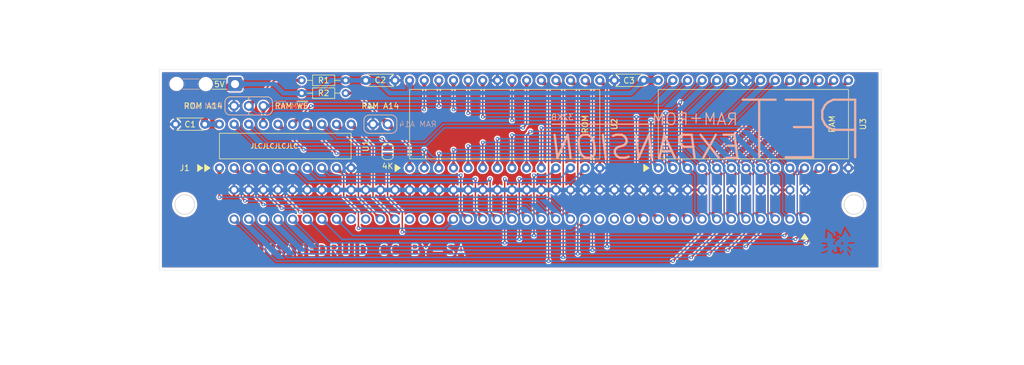
<source format=kicad_pcb>
(kicad_pcb (version 20241229) (generator "pcbnew") (generator_version "9.0")
  (title_block (title "PET RAM & ROM EXPANSION") (date "2024-07-29") (rev "A") (comment 1 "© 2024") (comment 2 "creativecommons.org/licenses/by-sa/4.0/") (comment 3 "License: CC BY-SA 4.0") (comment 4 "Author: InsaneDruid"))
  (layers (0 "F.Cu" signal) (2 "B.Cu" signal) (13 "F.Paste" user) (15 "B.Paste" user) (5 "F.SilkS" user "F.Silkscreen") (7 "B.SilkS" user "B.Silkscreen") (1 "F.Mask" user) (3 "B.Mask" user) (25 "Edge.Cuts" user))
  (net 0 "")
  (net 1 "+5V")
  (net 2 "/BA5")
  (net 3 "/BA2")
  (net 4 "/BA9")
  (net 5 "/BA8")
  (net 6 "~{CSROM}")
  (net 7 "/BA0")
  (net 8 "/BA3")
  (net 9 "~{CSRAM}")
  (net 10 "/BD5")
  (net 11 "/BA6")
  (net 12 "/~{SELB}")
  (net 13 "/BA7")
  (net 14 "/BD1")
  (net 15 "/BA4")
  (net 16 "/BD7")
  (net 17 "/BD6")
  (net 18 "/BA1")
  (net 19 "/BD2")
  (net 20 "GND")
  (net 21 "/BD4")
  (net 22 "/BD3")
  (net 23 "/BA10")
  (net 24 "/BD0")
  (net 25 "/BA11")
  (net 26 "/~{WE}")
  (net 27 "/A13")
  (net 28 "/A14")
  (net 29 "/~{SELA}")
  (net 30 "/R{slash}~{W}_{+~{E}}")
  (net 31 "/~{SEL6}")
  (net 32 "/~{SEL4}")
  (net 33 "/~{SEL2}")
  (net 34 "/~{SEL7}")
  (net 35 "/PHI2")
  (net 36 "/~{SEL3}")
  (net 37 "/~{SEL5}")
  (net 38 "/~{SEL9}")
  (net 44 "/~{SEL1}")
  (net 48 "/~{SEL1}_{s}")
  (net 49 "/A12")
  (net 50 "Net-(SW1-B)")
  (net 51 "Net-(SW2-B)")
  (footprint "pet-ram-&-rom-expansion_lib_fp:C_Disc_D4.3mm_W1.9mm_P5.40mm" (layer "F.Cu") (at 171.45 83.82 180)
    (property "Reference" "C3")
    (property "Value" "100nF")
  )
  (footprint "pet-ram-&-rom-expansion_lib_fp:SolderWire-0.1sqmm_1x01_D0.4mm_OD1mm_Relief2x" (layer "F.Cu") (at 100.494214 84.47 -90)
    (property "Reference" "J2" (hide yes))
    (property "Value" "POWER")
  )
  (footprint "pet-ram-&-rom-expansion_lib_fp:DIP-28_W15.24mm_Socket" (layer "F.Cu") (at 130.81 99.06 90)
    (property "Reference" "U2")
    (property "Value" "27128")
  )
  (footprint "Resistor_THT:R_Axial_DIN0204_L3.6mm_D1.6mm_P7.62mm_Horizontal" (layer "F.Cu") (at 112.0775 86.0425)
    (property "Reference" "R2")
    (property "Value" "10K")
  )
  (footprint "pet-ram-&-rom-expansion_lib_fp:PinHeader_1x02_P2.54mm_Vertical" (layer "F.Cu") (at 124.46 91.44 90)
    (property "Reference" "SW1" (hide yes))
    (property "Value" "RAM A14")
  )
  (footprint "pet-ram-&-rom-expansion_lib_fp:DIP-20_W7.62mm" (layer "F.Cu") (at 97.79 99.06 90)
    (property "Reference" "U1")
    (property "Value" "GAL16V8 (ATF 16V8BQL15 PU)")
  )
  (footprint "Resistor_THT:R_Axial_DIN0204_L3.6mm_D1.6mm_P7.62mm_Horizontal" (layer "F.Cu") (at 119.6975 83.82 180)
    (property "Reference" "R1")
    (property "Value" "10K")
  )
  (footprint "pet-ram-&-rom-expansion_lib_fp:C_Disc_D4.3mm_W1.9mm_P5.40mm" (layer "F.Cu") (at 95.245 91.44 180)
    (property "Reference" "C1")
    (property "Value" "100nF")
  )
  (footprint "pet-ram-&-rom-expansion_lib_fp:PinHeader_1x01_P2.54mm_Vertical" (layer "F.Cu") (at 100.33 88.265 180)
    (property "Reference" "SW3" (hide yes))
    (property "Value" "ROM A14")
  )
  (footprint "pet-ram-&-rom-expansion_lib_fp:PinHeader_1x03_P2.54mm_Vertical" (layer "F.Cu") (at 105.41 88.265 -90)
    (property "Reference" "SW2" (hide yes))
    (property "Value" "RAM ~{WE}")
  )
  (footprint "Jumper:SolderJumper-2_P1.3mm_Open_RoundedPad1.0x1.5mm" (layer "F.Cu") (at 127 96.2025 90)
    (property "Reference" "JP1" (hide yes))
    (property "Value" "4K/8K PET")
  )
  (footprint "pet-ram-&-rom-expansion_lib_fp:DIP-28_W15.24mm_Socket" (layer "F.Cu") (at 173.99 99.06 90)
    (property "Reference" "U3")
    (property "Value" "HM62256BLP")
  )
  (footprint "pet-ram-&-rom-expansion_lib_fp:C_Disc_D4.3mm_W1.9mm_P5.40mm" (layer "F.Cu") (at 123.19 83.82)
    (property "Reference" "C2")
    (property "Value" "100nF")
  )
  (footprint "pet-ram-&-rom-expansion_lib_fp:pet expansion slot" (layer "F.Cu") (at 199.39 107.95 180)
    (property "Reference" "J1")
    (property "Value" "PET MEMORY EXPANSION")
    (fp_circle (center 107.6325 2.54) (end 109.3325 2.54) (stroke (width 0.12)) (fill no) (layer "Edge.Cuts"))
    (fp_circle (center -8.5725 2.54) (end -6.8725 2.54) (stroke (width 0.12)) (fill no) (layer "Edge.Cuts"))
  )
  (gr_poly (pts (xy 208.66565 115.709768) (xy 201.386963 115.709768) (xy 201.386963 113.836144) (xy 202.313722 113.836144) (xy 202.314063 113.843662) (xy 202.314658 113.849151) (xy 202.315292 113.854053) (xy 202.316022 113.858432) (xy 202.316903 113.862352) (xy 202.317419 113.86416) (xy 202.317994 113.865876) (xy 202.318636 113.86751) (xy 202.319351 113.869069) (xy 202.320147 113.870561) (xy 202.321031 113.871995) (xy 202.32201 113.873377) (xy 202.323092 113.874717) (xy 202.324282 113.876022) (xy 202.32559 113.8773) (xy 202.32702 113.878558) (xy 202.328581 113.879807) (xy 202.33028 113.881052) (xy 202.332124 113.882302) (xy 202.336276 113.88485) (xy 202.341092 113.887514) (xy 202.34663 113.890358) (xy 202.352947 113.893446) (xy 202.3601 113.896843) (xy 202.368624 113.90103) (xy 202.376794 113.905189) (xy 202.384406 113.909219) (xy 202.391255 113.913015) (xy 202.397137 113.916477) (xy 202.401847 113.919502) (xy 202.403698 113.920818) (xy 202.40518 113.921987) (xy 202.406266 113.922995) (xy 202.406932 113.92383) (xy 202.407708 113.924677) (xy 202.408835 113.925432) (xy 202.410295 113.926096) (xy 202.412072 113.926672) (xy 202.41651 113.927561) (xy 202.422013 113.928109) (xy 202.428446 113.928327) (xy 202.435674 113.928225) (xy 202.443563 113.927814) (xy 202.451977 113.927105) (xy 202.460782 113.926106) (xy 202.469843 113.92483) (xy 202.479024 113.923287) (xy 202.488192 113.921486) (xy 202.497211 113.919439) (xy 202.505946 113.917156) (xy 202.514262 113.914648) (xy 202.522025 113.911924) (xy 202.529582 113.909256) (xy 202.537231 113.906653) (xy 202.544768 113.90418) (xy 202.551989 113.901903) (xy 202.55869 113.899886) (xy 202.564665 113.898195) (xy 202.569709 113.896894) (xy 202.573619 113.896049) (xy 202.593249 113.892578) (xy 202.618888 113.88733) (xy 202.647987 113.88091) (xy 202.677997 113.873923) (xy 202.706371 113.866973) (xy 202.730558 113.860665) (xy 202.748012 113.855603) (xy 202.753416 113.853729) (xy 202.756182 113.852393) (xy 202.757202 113.851771) (xy 202.758465 113.8511) (xy 202.759954 113.850387) (xy 202.761651 113.849639) (xy 202.763539 113.848864) (xy 202.7656 113.848068) (xy 202.770172 113.84644) (xy 202.775227 113.844812) (xy 202.780627 113.84324) (xy 202.783412 113.842492) (xy 202.786231 113.841779) (xy 202.789066 113.841108) (xy 202.7919 113.840486) (xy 202.797926 113.839048) (xy 202.804538 113.837163) (xy 202.811504 113.834905) (xy 202.81859 113.832351) (xy 202.825565 113.829572) (xy 202.832196 113.826646) (xy 202.835309 113.825149) (xy 202.83825 113.823644) (xy 202.840988 113.822139) (xy 202.843494 113.820643) (xy 202.84615 113.819147) (xy 202.84904 113.817641) (xy 202.852136 113.816136) (xy 202.855413 113.81464) (xy 202.8624 113.811713) (xy 202.869787 113.808935) (xy 202.87736 113.80638) (xy 202.884906 113.804123) (xy 202.888601 113.803129) (xy 202.892209 113.802238) (xy 202.895703 113.801458) (xy 202.899057 113.800799) (xy 202.906177 113.799033) (xy 202.916285 113.795634) (xy 202.944015 113.784626) (xy 202.979354 113.769154) (xy 203.019409 113.750594) (xy 203.061287 113.730323) (xy 203.102095 113.709716) (xy 203.138941 113.690151) (xy 203.168932 113.673005) (xy 203.175671 113.669078) (xy 203.182661 113.665105) (xy 203.196614 113.657428) (xy 203.209227 113.650793) (xy 203.214543 113.648121) (xy 203.218938 113.646018) (xy 203.220822 113.645174) (xy 203.22289 113.644139) (xy 203.225117 113.642927) (xy 203.227483 113.641553) (xy 203.229965 113.64003) (xy 203.232542 113.638372) (xy 203.23519 113.636593) (xy 203.237889 113.634707) (xy 203.240615 113.632728) (xy 203.243347 113.63067) (xy 203.246063 113.628547) (xy 203.248741 113.626373) (xy 203.251358 113.624161) (xy 203.253892 113.621926) (xy 203.256322 113.619682) (xy 203.258625 113.617443) (xy 203.260956 113.615325) (xy 203.263469 113.613148) (xy 203.266139 113.61093) (xy 203.268944 113.608687) (xy 203.274866 113.604188) (xy 203.281049 113.599782) (xy 203.287306 113.595599) (xy 203.293451 113.59177) (xy 203.296424 113.590029) (xy 203.299299 113.588424) (xy 203.302053 113.586974) (xy 203.304663 113.585693) (xy 203.307422 113.584533) (xy 203.310323 113.58315) (xy 203.313343 113.581563) (xy 203.316458 113.579789) (xy 203.319642 113.577848) (xy 203.322871 113.575759) (xy 203.326122 113.573539) (xy 203.329368 113.571207) (xy 203.332587 113.568782) (xy 203.335754 113.566283) (xy 203.338844 113.563728) (xy 203.341833 113.561136) (xy 203.344696 113.558525) (xy 203.347409 113.555915) (xy 203.349948 113.553323) (xy 203.352288 113.550768) (xy 203.354694 113.548407) (xy 203.357137 113.546098) (xy 203.359599 113.543854) (xy 203.362061 113.541689) (xy 203.364504 113.539617) (xy 203.36691 113.537652) (xy 203.369261 113.535808) (xy 203.371536 113.534099) (xy 203.373719 113.532539) (xy 203.37579 113.531141) (xy 203.377731 113.52992) (xy 203.379523 113.52889) (xy 203.381148 113.528065) (xy 203.382587 113.527458) (xy 203.383821 113.527083) (xy 203.384355 113.526988) (xy 203.384832 113.526955) (xy 203.38542 113.526923) (xy 203.385994 113.526826) (xy 203.386553 113.526666) (xy 203.387098 113.526444) (xy 203.387628 113.52616) (xy 203.388142 113.525815) (xy 203.38864 113.52541) (xy 203.389123 113.524946) (xy 203.389589 113.524424) (xy 203.390039 113.523845) (xy 203.390471 113.523209) (xy 203.390887 113.522518) (xy 203.391285 113.521773) (xy 203.391666 113.520973) (xy 203.392028 113.520121) (xy 203.392372 113.519216) (xy 203.392698 113.518261) (xy 203.393004 113.517255) (xy 203.393292 113.516199) (xy 203.39356 113.515096) (xy 203.393808 113.513944) (xy 203.394036 113.512746) (xy 203.394244 113.511501) (xy 203.394431 113.510212) (xy 203.394597 113.508879) (xy 203.394742 113.507502) (xy 203.394866 113.506083) (xy 203.394968 113.504622) (xy 203.395047 113.50312) (xy 203.395104 113.501579) (xy 203.395139 113.499999) (xy 203.39515 113.49838) (xy 203.395187 113.49551) (xy 203.395296 113.492568) (xy 203.395721 113.486561) (xy 203.396406 113.480535) (xy 203.397333 113.474667) (xy 203.397882 113.471848) (xy 203.398484 113.469134) (xy 203.399137 113.466548) (xy 203.399838 113.464113) (xy 203.400587 113.461849) (xy 203.401379 113.459779) (xy 203.402214 113.457926) (xy 203.403088 113.456311) (xy 203.403925 113.45448) (xy 203.404651 113.45256) (xy 203.405265 113.450556) (xy 203.405767 113.448473) (xy 203.406158 113.446316) (xy 203.406437 113.444089) (xy 203.406604 113.441797) (xy 203.40666 113.439444) (xy 203.406624 113.4379) (xy 204.122668 113.4379) (xy 204.122672 113.439264) (xy 204.122756 113.440703) (xy 204.12292 113.442222) (xy 204.123165 113.44383) (xy 204.123493 113.445534) (xy 204.123905 113.447339) (xy 204.1244 113.449254) (xy 204.124982 113.451286) (xy 204.125649 113.45344) (xy 204.126405 113.455725) (xy 204.127248 113.458147) (xy 204.129205 113.46343) (xy 204.131529 113.469346) (xy 204.134226 113.47595) (xy 204.137307 113.483299) (xy 204.14135 113.493298) (xy 204.145095 113.503465) (xy 204.148469 113.51352) (xy 204.151396 113.523185) (xy 204.153802 113.53218) (xy 204.155612 113.540226) (xy 204.156271 113.543806) (xy 204.156753 113.547044) (xy 204.15705 113.549905) (xy 204.15715 113.552355) (xy 204.157187 113.554698) (xy 204.157296 113.556956) (xy 204.157475 113.559122) (xy 204.157721 113.561186) (xy 204.158032 113.563137) (xy 204.158406 113.564968) (xy 204.158841 113.566669) (xy 204.159333 113.56823) (xy 204.159882 113.569642) (xy 204.160483 113.570897) (xy 204.161137 113.571983) (xy 204.161838 113.572893) (xy 204.162587 113.573617) (xy 204.162978 113.573907) (xy 204.163379 113.574146) (xy 204.163792 113.574334) (xy 204.164214 113.57447) (xy 204.164646 113.574552) (xy 204.165088 113.57458) (xy 204.166061 113.574817) (xy 204.167329 113.57551) (xy 204.170664 113.578152) (xy 204.174923 113.582282) (xy 204.179933 113.587677) (xy 204.185526 113.594114) (xy 204.191528 113.601369) (xy 204.19777 113.60922) (xy 204.204081 113.617443) (xy 204.210289 113.625814) (xy 204.216224 113.634112) (xy 204.221715 113.642111) (xy 204.226591 113.64959) (xy 204.230681 113.656324) (xy 204.233814 113.662091) (xy 204.235819 113.666668) (xy 204.236345 113.66844) (xy 204.236525 113.66983) (xy 204.236565 113.670241) (xy 204.236681 113.670729) (xy 204.236873 113.67129) (xy 204.237138 113.671923) (xy 204.237881 113.673392) (xy 204.238894 113.675114) (xy 204.240164 113.677068) (xy 204.241674 113.679234) (xy 204.24341 113.681591) (xy 204.245356 113.684118) (xy 204.247497 113.686793) (xy 204.249819 113.689597) (xy 204.252306 113.692507) (xy 204.254943 113.695503) (xy 204.257714 113.698565) (xy 204.260606 113.70167) (xy 204.263602 113.704799) (xy 204.266688 113.70793) (xy 204.272794 113.714183) (xy 204.279078 113.720891) (xy 204.285342 113.727841) (xy 204.291393 113.734819) (xy 204.297035 113.74161) (xy 204.302072 113.748002) (xy 204.306309 113.75378) (xy 204.308066 113.756372) (xy 204.30955 113.75873) (xy 204.313833 113.764889) (xy 204.319402 113.77221) (xy 204.333599 113.789476) (xy 204.350529 113.808806) (xy 204.368586 113.828481) (xy 204.386158 113.846779) (xy 204.401638 113.86198) (xy 204.40809 113.867881) (xy 204.413415 113.872362) (xy 204.417413 113.875209) (xy 204.418851 113.875952) (xy 204.419882 113.876205) (xy 204.420309 113.876251) (xy 204.420845 113.876388) (xy 204.422229 113.876926) (xy 204.424008 113.877801) (xy 204.426157 113.878996) (xy 204.42865 113.880493) (xy 204.431462 113.882275) (xy 204.434567 113.884324) (xy 204.437939 113.886623) (xy 204.445384 113.891902) (xy 204.453591 113.897971) (xy 204.462357 113.904692) (xy 204.471475 113.911924) (xy 204.480366 113.919156) (xy 204.489025 113.925877) (xy 204.497218 113.931946) (xy 204.504714 113.937225) (xy 204.511279 113.941573) (xy 204.516682 113.944852) (xy 204.518875 113.946047) (xy 204.520689 113.946922) (xy 204.522097 113.94746) (xy 204.523069 113.947643) (xy 204.524071 113.947725) (xy 204.52528 113.947968) (xy 204.526679 113.948365) (xy 204.528253 113.948908) (xy 204.529985 113.94959) (xy 204.531859 113.950406) (xy 204.533859 113.951346) (xy 204.535968 113.952405) (xy 204.538169 113.953576) (xy 204.540448 113.954852) (xy 204.542787 113.956225) (xy 204.54517 113.957689) (xy 204.547581 113.959236) (xy 204.550004 113.960861) (xy 204.552422 113.962555) (xy 204.554819 113.964311) (xy 204.562088 113.968648) (xy 204.57126 113.972998) (xy 204.582137 113.977317) (xy 204.594519 113.981563) (xy 204.608208 113.985693) (xy 204.623006 113.989663) (xy 204.638712 113.993432) (xy 204.655129 113.996954) (xy 204.672058 114.000189) (xy 204.689299 114.003092) (xy 204.706655 114.005621) (xy 204.723925 114.007732) (xy 204.740912 114.009383) (xy 204.757416 114.010531) (xy 204.773239 114.011132) (xy 204.788182 114.011143) (xy 204.814623 114.010367) (xy 204.840614 114.008653) (xy 204.866077 114.006033) (xy 204.890935 114.002535) (xy 204.915109 113.998192) (xy 204.938521 113.993032) (xy 204.961094 113.987086) (xy 204.982749 113.980385) (xy 205.00341 113.972958) (xy 205.022997 113.964836) (xy 205.041433 113.956048) (xy 205.058639 113.946626) (xy 205.074539 113.936599) (xy 205.089055 113.925998) (xy 205.102107 113.914852) (xy 205.113619 113.903193) (xy 205.11558 113.901306) (xy 205.117848 113.899261) (xy 205.120358 113.897123) (xy 205.123045 113.894958) (xy 205.125843 113.892829) (xy 205.127264 113.891799) (xy 205.128688 113.890803) (xy 205.130107 113.889849) (xy 205.131514 113.888944) (xy 205.1329 113.888098) (xy 205.134257 113.887318) (xy 205.135815 113.886291) (xy 205.13779 113.884721) (xy 205.140153 113.882642) (xy 205.142876 113.880087) (xy 205.145929 113.877091) (xy 205.149284 113.873686) (xy 205.156779 113.865787) (xy 205.165131 113.856661) (xy 205.174105 113.846576) (xy 205.183471 113.835803) (xy 205.192994 113.824612) (xy 205.23319 113.776403) (xy 205.239829 113.768732) (xy 205.245386 113.762592) (xy 205.250001 113.757873) (xy 205.253815 113.754464) (xy 205.256969 113.752255) (xy 205.258342 113.751566) (xy 205.259602 113.751135) (xy 205.260768 113.750949) (xy 205.261857 113.750995) (xy 205.262886 113.751257) (xy 205.263874 113.751723) (xy 205.265792 113.753209) (xy 205.267754 113.755343) (xy 205.272369 113.761112) (xy 205.275242 113.765344) (xy 205.27898 113.771306) (xy 205.283406 113.77872) (xy 205.288343 113.787305) (xy 205.293616 113.796784) (xy 205.299047 113.806876) (xy 205.304459 113.817304) (xy 205.309675 113.827787) (xy 205.317343 113.842264) (xy 205.325178 113.855943) (xy 205.333199 113.868846) (xy 205.341425 113.880993) (xy 205.349874 113.892405) (xy 205.358565 113.903103) (xy 205.367517 113.913108) (xy 205.376747 113.922441) (xy 205.386275 113.931123) (xy 205.39612 113.939175) (xy 205.406299 113.946618) (xy 205.416832 113.953472) (xy 205.427736 113.959759) (xy 205.439032 113.965499) (xy 205.450737 113.970714) (xy 205.462869 113.975424) (xy 205.474323 113.979396) (xy 205.485293 113.98294) (xy 205.495518 113.986) (xy 205.504739 113.988521) (xy 205.512696 113.990446) (xy 205.519126 113.991721) (xy 205.521688 113.992096) (xy 205.523771 113.992288) (xy 205.525342 113.992289) (xy 205.526369 113.992093) (xy 205.527518 113.991841) (xy 205.529159 113.991679) (xy 205.531266 113.991603) (xy 205.53381 113.991609) (xy 205.540098 113.991856) (xy 205.5478 113.99239) (xy 205.556693 113.993186) (xy 205.566552 113.994214) (xy 205.577156 113.995446) (xy 205.588281 113.996855) (xy 205.604067 113.998854) (xy 205.611209 113.999553) (xy 205.617973 114.000043) (xy 205.624448 114.000313) (xy 205.630725 114.000357) (xy 205.636896 114.000167) (xy 205.64305 113.999733) (xy 205.649279 113.999048) (xy 205.655673 113.998103) (xy 205.662322 113.996892) (xy 205.669318 113.995404) (xy 205.676752 113.993633) (xy 205.684713 113.99157) (xy 205.702582 113.986537) (xy 205.715978 113.982808) (xy 205.730276 113.978289) (xy 205.745039 113.973156) (xy 205.759831 113.967586) (xy 205.774213 113.961755) (xy 205.787748 113.955841) (xy 205.8 113.950019) (xy 205.810532 113.944467) (xy 205.82255 113.937612) (xy 205.835276 113.929361) (xy 205.848544 113.919883) (xy 205.862187 113.909344) (xy 205.87604 113.897912) (xy 205.889936 113.885755) (xy 205.903708 113.873039) (xy 205.917191 113.859933) (xy 205.930219 113.846604) (xy 205.942624 113.833219) (xy 205.954241 113.819945) (xy 205.964903 113.806951) (xy 205.974445 113.794402) (xy 205.982699 113.782468) (xy 205.9895 113.771316) (xy 205.994682 113.761112) (xy 205.998106 113.753883) (xy 206.001539 113.747074) (xy 206.004987 113.740676) (xy 206.008461 113.734682) (xy 206.011966 113.729083) (xy 206.015513 113.723872) (xy 206.019108 113.719039) (xy 206.02276 113.714578) (xy 206.026478 113.710479) (xy 206.030268 113.706735) (xy 206.03414 113.703337) (xy 206.038102 113.700278) (xy 206.042161 113.697549) (xy 206.046326 113.695142) (xy 206.050605 113.693049) (xy 206.055006 113.691262) (xy 206.055678 113.691009) (xy 206.056353 113.690697) (xy 206.057031 113.690328) (xy 206.05771 113.689904) (xy 206.058389 113.689426) (xy 206.059066 113.688897) (xy 206.059742 113.688317) (xy 206.060414 113.68769) (xy 206.061081 113.687016) (xy 206.061742 113.686297) (xy 206.062397 113.685535) (xy 206.063043 113.684732) (xy 206.06368 113.683889) (xy 206.064307 113.683009) (xy 206.065524 113.681141) (xy 206.066685 113.679144) (xy 206.067781 113.67703) (xy 206.068802 113.674814) (xy 206.06974 113.672509) (xy 206.070585 113.67013) (xy 206.071328 113.667691) (xy 206.071658 113.666453) (xy 206.071959 113.665205) (xy 206.07223 113.663949) (xy 206.072469 113.662686) (xy 206.073129 113.659757) (xy 206.073915 113.656927) (xy 206.074825 113.654201) (xy 206.075855 113.651586) (xy 206.077001 113.649087) (xy 206.078259 113.64671) (xy 206.079627 113.644462) (xy 206.081101 113.642346) (xy 206.082677 113.640371) (xy 206.084352 113.63854) (xy 206.086122 113.636861) (xy 206.087984 113.635339) (xy 206.089935 113.63398) (xy 206.09197 113.632789) (xy 206.094087 113.631773) (xy 206.096281 113.630936) (xy 206.099613 113.629534) (xy 206.102904 113.627867) (xy 206.10615 113.625948) (xy 206.109343 113.623793) (xy 206.112475 113.621414) (xy 206.115541 113.618826) (xy 206.118534 113.616042) (xy 206.121446 113.613077) (xy 206.124271 113.609945) (xy 206.127001 113.606659) (xy 206.129631 113.603234) (xy 206.132154 113.599683) (xy 206.134561 113.59602) (xy 206.136848 113.59226) (xy 206.139006 113.588416) (xy 206.141029 113.584502) (xy 206.14291 113.580533) (xy 206.144643 113.576521) (xy 206.14622 113.572482) (xy 206.147635 113.568429) (xy 206.14888 113.564375) (xy 206.14995 113.560336) (xy 206.150837 113.556325) (xy 206.151534 113.552355) (xy 206.152034 113.548442) (xy 206.152332 113.544598) (xy 206.152419 113.540837) (xy 206.152289 113.537175) (xy 206.151935 113.533624) (xy 206.151351 113.530198) (xy 206.150529 113.526913) (xy 206.149463 113.52378) (xy 206.148905 113.521819) (xy 206.148424 113.519813) (xy 206.148022 113.517772) (xy 206.147701 113.515706) (xy 206.147465 113.513627) (xy 206.147314 113.511544) (xy 206.147251 113.509468) (xy 206.14728 113.507409) (xy 206.147401 113.505378) (xy 206.147618 113.503386) (xy 206.147932 113.501443) (xy 206.148347 113.499559) (xy 206.148863 113.497744) (xy 206.149485 113.49601) (xy 206.150213 113.494366) (xy 206.151051 113.492824) (xy 206.152304 113.490391) (xy 206.153375 113.48799) (xy 206.153517 113.487603) (xy 206.788841 113.487603) (xy 206.789044 113.494804) (xy 206.789624 113.503011) (xy 206.791607 113.522987) (xy 206.793748 113.536462) (xy 206.797389 113.552806) (xy 206.802374 113.571613) (xy 206.808548 113.592477) (xy 206.823837 113.638752) (xy 206.84201 113.688384) (xy 206.861819 113.738128) (xy 206.88202 113.784738) (xy 206.891877 113.805853) (xy 206.901364 113.824967) (xy 206.910326 113.841674) (xy 206.918607 113.855568) (xy 206.928144 113.871554) (xy 206.932322 113.878771) (xy 206.93597 113.885234) (xy 206.938985 113.890767) (xy 206.941266 113.895193) (xy 206.942709 113.898336) (xy 206.943085 113.89937) (xy 206.943213 113.900018) (xy 206.944099 113.903003) (xy 206.94662 113.908459) (xy 206.955739 113.92543) (xy 206.968914 113.948224) (xy 206.984488 113.974134) (xy 207.000806 114.000453) (xy 207.016213 114.024475) (xy 207.029053 114.043493) (xy 207.033992 114.050279) (xy 207.037669 114.054799) (xy 207.04114 114.058662) (xy 207.044675 114.06304) (xy 207.048226 114.067838) (xy 207.051746 114.072956) (xy 207.055186 114.078298) (xy 207.0585 114.083765) (xy 207.06164 114.08926) (xy 207.064557 114.094685) (xy 207.067205 114.099943) (xy 207.069535 114.104935) (xy 207.0715 114.109565) (xy 207.073053 114.113735) (xy 207.074145 114.117346) (xy 207.074729 114.120302) (xy 207.074815 114.121503) (xy 207.074757 114.122504) (xy 207.074547 114.123292) (xy 207.074181 114.123855) (xy 207.073981 114.124136) (xy 207.073827 114.124531) (xy 207.073718 114.125035) (xy 207.073653 114.125647) (xy 207.073653 114.127183) (xy 207.073822 114.129114) (xy 207.074154 114.131417) (xy 207.074642 114.134069) (xy 207.075282 114.137046) (xy 207.076067 114.140326) (xy 207.076991 114.143884) (xy 207.07805 114.147699) (xy 207.079236 114.151746) (xy 207.080544 114.156002) (xy 207.081968 114.160444) (xy 207.083503 114.16505) (xy 207.085143 114.169794) (xy 207.086881 114.174655) (xy 207.093455 114.194077) (xy 207.099582 114.212755) (xy 207.104518 114.228457) (xy 207.106307 114.234493) (xy 207.107519 114.238949) (xy 207.108002 114.240854) (xy 207.108553 114.242696) (xy 207.109167 114.244465) (xy 207.109838 114.246155) (xy 207.11056 114.247755) (xy 207.111328 114.24926) (xy 207.112135 114.25066) (xy 207.112976 114.251946) (xy 207.113845 114.253113) (xy 207.114736 114.254149) (xy 207.115643 114.255049) (xy 207.11656 114.255804) (xy 207.117483 114.256405) (xy 207.117944 114.256645) (xy 207.118404 114.256844) (xy 207.118862 114.257) (xy 207.119318 114.257113) (xy 207.11977 114.257182) (xy 207.120219 114.257205) (xy 207.120626 114.257247) (xy 207.1211 114.25737) (xy 207.121639 114.257573) (xy 207.122241 114.257853) (xy 207.123623 114.258639) (xy 207.125229 114.25971) (xy 207.12704 114.261052) (xy 207.129037 114.262647) (xy 207.131201 114.264479) (xy 207.133514 114.266532) (xy 207.135957 114.268789) (xy 207.138512 114.271235) (xy 207.14116 114.273853) (xy 207.143883 114.276627) (xy 207.146661 114.279541) (xy 207.149476 114.282577) (xy 207.15231 114.285721) (xy 207.155144 114.288955) (xy 207.158661 114.292974) (xy 207.162075 114.2967) (xy 207.165394 114.300138) (xy 207.168625 114.303292) (xy 207.171778 114.306167) (xy 207.174859 114.308768) (xy 207.177878 114.311099) (xy 207.180842 114.313164) (xy 207.183759 114.31497) (xy 207.186638 114.316519) (xy 207.189487 114.317818) (xy 207.192314 114.31887) (xy 207.195127 114.31968) (xy 207.197934 114.320252) (xy 207.200743 114.320593) (xy 207.203563 114.320705) (xy 207.209936 114.320347) (xy 207.216822 114.319288) (xy 207.224176 114.317555) (xy 207.231952 114.315174) (xy 207.240104 114.312169) (xy 207.248588 114.308566) (xy 207.257358 114.304392) (xy 207.266368 114.299671) (xy 207.275574 114.294429) (xy 207.28493 114.288692) (xy 207.29439 114.282485) (xy 207.30391 114.275834) (xy 207.313444 114.268764) (xy 207.322946 114.261301) (xy 207.332372 114.253471) (xy 207.341675 114.245299) (xy 207.3478 114.239675) (xy 207.353392 114.234386) (xy 207.358478 114.229398) (xy 207.363082 114.224674) (xy 207.36723 114.220177) (xy 207.370948 114.215873) (xy 207.374261 114.211724) (xy 207.377195 114.207695) (xy 207.379776 114.20375) (xy 207.382029 114.199852) (xy 207.38398 114.195966) (xy 207.385654 114.192056) (xy 207.387077 114.188085) (xy 207.388274 114.184017) (xy 207.389271 114.179817) (xy 207.390094 114.175449) (xy 207.39076 114.170762) (xy 207.391261 114.166494) (xy 207.391578 114.162599) (xy 207.391694 114.159028) (xy 207.391591 114.155737) (xy 207.391452 114.154181) (xy 207.391252 114.152678) (xy 207.390988 114.151222) (xy 207.39066 114.149806) (xy 207.390263 114.148424) (xy 207.389796 114.147072) (xy 207.389258 114.145744) (xy 207.388645 114.144432) (xy 207.387955 114.143132) (xy 207.387187 114.141839) (xy 207.386338 114.140545) (xy 207.385407 114.139245) (xy 207.383285 114.136605) (xy 207.380806 114.133871) (xy 207.377951 114.130999) (xy 207.374703 114.12794) (xy 207.371044 114.124649) (xy 207.368693 114.122409) (xy 207.366409 114.120165) (xy 207.362089 114.115719) (xy 207.360078 114.113545) (xy 207.35818 114.111422) (xy 207.356407 114.109364) (xy 207.354772 114.107385) (xy 207.353286 114.105499) (xy 207.35196 114.10372) (xy 207.350806 114.102062) (xy 207.349836 114.100539) (xy 207.349061 114.099165) (xy 207.348493 114.097953) (xy 207.348144 114.096918) (xy 207.348055 114.096471) (xy 207.348025 114.096074) (xy 207.347822 114.094626) (xy 207.347229 114.092688) (xy 207.344965 114.087475) (xy 207.341422 114.08071) (xy 207.336789 114.072671) (xy 207.325003 114.053867) (xy 207.311116 114.033269) (xy 207.296633 114.013079) (xy 207.289639 114.003827) (xy 207.283062 113.995504) (xy 207.277089 113.988385) (xy 207.271909 113.982746) (xy 207.26771 113.978863) (xy 207.266038 113.977666) (xy 207.264682 113.977012) (xy 207.264068 113.976675) (xy 207.263419 113.976261) (xy 207.26202 113.975212) (xy 207.260497 113.973881) (xy 207.258865 113.972286) (xy 207.257134 113.970445) (xy 207.255319 113.968375) (xy 207.253432 113.966093) (xy 207.251485 113.963617) (xy 207.249492 113.960964) (xy 207.247465 113.958152) (xy 207.245418 113.955198) (xy 207.243362 113.95212) (xy 207.241311 113.948935) (xy 207.239277 113.94566) (xy 207.237273 113.942313) (xy 207.235313 113.938911) (xy 207.197213 113.869061) (xy 207.187067 113.851103) (xy 207.174392 113.828977) (xy 207.160824 113.805661) (xy 207.148 113.784131) (xy 207.141919 113.774016) (xy 207.136255 113.764088) (xy 207.131132 113.754607) (xy 207.126668 113.745832) (xy 207.122986 113.738024) (xy 207.120207 113.731445) (xy 207.119193 113.728697) (xy 207.11845 113.726354) (xy 207.117993 113.724448) (xy 207.117838 113.723011) (xy 207.117812 113.722316) (xy 207.117737 113.721572) (xy 207.117441 113.719946) (xy 207.116959 113.718151) (xy 207.1163 113.716202) (xy 207.115474 113.714119) (xy 207.114489 113.711919) (xy 207.113356 113.709619) (xy 207.112083 113.707236) (xy 207.11068 113.704788) (xy 207.109156 113.702292) (xy 207.107521 113.699766) (xy 207.105783 113.697227) (xy 207.103952 113.694693) (xy 207.102037 113.692181) (xy 207.100048 113.689708) (xy 207.097994 113.687293) (xy 207.09594 113.684729) (xy 207.093951 113.682107) (xy 207.092036 113.679446) (xy 207.090205 113.676763) (xy 207.088467 113.674076) (xy 207.086832 113.671401) (xy 207.085308 113.668756) (xy 207.083905 113.666159) (xy 207.082632 113.663627) (xy 207.081499 113.661178) (xy 207.080514 113.658829) (xy 207.079688 113.656597) (xy 207.079029 113.6545) (xy 207.078547 113.652555) (xy 207.078251 113.650781) (xy 207.07815 113.649193) (xy 207.07805 113.647578) (xy 207.077755 113.645725) (xy 207.077276 113.643655) (xy 207.076625 113.641392) (xy 207.07581 113.638956) (xy 207.074843 113.63637) (xy 207.073735 113.633657) (xy 207.072495 113.630837) (xy 207.071134 113.627934) (xy 207.069662 113.624969) (xy 207.068091 113.621965) (xy 207.06643 113.618943) (xy 207.06469 113.615926) (xy 207.062881 113.612936) (xy 207.061014 113.609995) (xy 207.0591 113.607124) (xy 207.054776 113.600259) (xy 207.049662 113.591795) (xy 207.037768 113.571405) (xy 207.024833 113.548635) (xy 207.012269 113.526162) (xy 207.002138 113.508628) (xy 206.991982 113.492636) (xy 206.981793 113.478187) (xy 206.971565 113.465278) (xy 206.966434 113.459401) (xy 206.96129 113.453909) (xy 206.956133 113.448801) (xy 206.950961 113.444078) (xy 206.945775 113.439739) (xy 206.940572 113.435784) (xy 206.935353 113.432213) (xy 206.930116 113.429026) (xy 206.92486 113.426223) (xy 206.919585 113.423803) (xy 206.91429 113.421767) (xy 206.908973 113.420114) (xy 206.903634 113.418844) (xy 206.898272 113.417957) (xy 206.892887 113.417452) (xy 206.887477 113.417331) (xy 206.882041 113.417592) (xy 206.876578 113.418235) (xy 206.871089 113.419261) (xy 206.865571 113.420669) (xy 206.860024 113.422458) (xy 206.854447 113.42463) (xy 206.84884 113.427183) (xy 206.8432 113.430118) (xy 206.824087 113.440978) (xy 206.816378 113.445603) (xy 206.809801 113.449875) (xy 206.806913 113.45192) (xy 206.804279 113.453927) (xy 206.801891 113.455914) (xy 206.799738 113.457897) (xy 206.797811 113.459894) (xy 206.796101 113.461921) (xy 206.794598 113.463995) (xy 206.793293 113.466134) (xy 206.792177 113.468354) (xy 206.791239 113.470673) (xy 206.790471 113.473107) (xy 206.789862 113.475673) (xy 206.789405 113.478389) (xy 206.789088 113.481271) (xy 206.788903 113.484337) (xy 206.788841 113.487603) (xy 206.153517 113.487603) (xy 206.15425 113.485604) (xy 206.154914 113.483212) (xy 206.155352 113.480798) (xy 206.15555 113.478341) (xy 206.155494 113.475824) (xy 206.155168 113.473228) (xy 206.154559 113.470535) (xy 206.153651 113.467725) (xy 206.152431 113.46478) (xy 206.150883 113.461682) (xy 206.148993 113.458411) (xy 206.146748 113.45495) (xy 206.144131 113.45128) (xy 206.141128 113.447382) (xy 206.137726 113.443237) (xy 206.13391 113.438827) (xy 206.129664 113.434134) (xy 206.124974 113.429138) (xy 206.119827 113.423821) (xy 206.114207 113.418165) (xy 206.101491 113.40576) (xy 206.086709 113.391773) (xy 206.069747 113.376056) (xy 206.050486 113.35846) (xy 206.028813 113.338836) (xy 206.026945 113.337368) (xy 206.024923 113.336087) (xy 206.022759 113.334987) (xy 206.020466 113.334066) (xy 206.018057 113.333319) (xy 206.015544 113.332741) (xy 206.01294 113.332328) (xy 206.010259 113.332077) (xy 206.007512 113.331983) (xy 206.004714 113.332041) (xy 206.001875 113.332248) (xy 205.99901 113.3326) (xy 205.993251 113.333718) (xy 205.987538 113.335364) (xy 205.981974 113.337502) (xy 205.976661 113.3401) (xy 205.974131 113.341561) (xy 205.971702 113.343123) (xy 205.969386 113.344784) (xy 205.967198 113.346538) (xy 205.965149 113.348382) (xy 205.963252 113.350312) (xy 205.961521 113.352322) (xy 205.959967 113.354409) (xy 205.958604 113.356569) (xy 205.957445 113.358798) (xy 205.956502 113.36109) (xy 205.955788 113.363443) (xy 205.955241 113.365422) (xy 205.954501 113.367477) (xy 205.95358 113.369593) (xy 205.952489 113.371752) (xy 205.95124 113.37394) (xy 205.949844 113.37614) (xy 205.948313 113.378335) (xy 205.94666 113.380509) (xy 205.944894 113.382645) (xy 205.943029 113.384728) (xy 205.941075 113.386742) (xy 205.939045 113.388669) (xy 205.936949 113.390494) (xy 205.9348 113.392201) (xy 205.932609 113.393773) (xy 205.930388 113.395193) (xy 205.925697 113.398734) (xy 205.920094 113.403279) (xy 205.913784 113.408643) (xy 205.906972 113.41464) (xy 205.899863 113.421083) (xy 205.89266 113.427786) (xy 205.885569 113.434564) (xy 205.878794 113.44123) (xy 205.874392 113.44585) (xy 205.870399 113.450207) (xy 205.8668 113.454335) (xy 205.863576 113.458271) (xy 205.860711 113.462049) (xy 205.858186 113.465703) (xy 205.855984 113.469269) (xy 205.854089 113.472782) (xy 205.852481 113.476276) (xy 205.851145 113.479786) (xy 205.850062 113.483347) (xy 205.849215 113.486995) (xy 205.848586 113.490763) (xy 205.848159 113.494688) (xy 205.847915 113.498802) (xy 205.847838 113.503143) (xy 205.847774 113.506405) (xy 205.847585 113.509635) (xy 205.847278 113.512819) (xy 205.846858 113.515942) (xy 205.846331 113.518991) (xy 205.845703 113.521951) (xy 205.84498 113.524809) (xy 205.844167 113.52755) (xy 205.84327 113.530162) (xy 205.842296 113.532629) (xy 205.841249 113.534938) (xy 205.840136 113.537075) (xy 205.838963 113.539026) (xy 205.837735 113.540778) (xy 205.836458 113.542315) (xy 205.835138 113.543624) (xy 205.833845 113.54486) (xy 205.832648 113.546185) (xy 205.831548 113.547593) (xy 205.830549 113.549081) (xy 205.829652 113.550643) (xy 205.828859 113.552275) (xy 205.828173 113.553971) (xy 205.827597 113.555729) (xy 205.827132 113.557542) (xy 205.826782 113.559406) (xy 205.826547 113.561317) (xy 205.826431 113.563269) (xy 205.826436 113.565259) (xy 205.826565 113.567281) (xy 205.826819 113.569332) (xy 205.827201 113.571405) (xy 205.82778 113.573923) (xy 205.828181 113.57656) (xy 205.828407 113.579311) (xy 205.828459 113.58217) (xy 205.828342 113.585132) (xy 205.828059 113.58819) (xy 205.827002 113.594573) (xy 205.825313 113.601272) (xy 205.823015 113.60824) (xy 205.82013 113.615432) (xy 205.816683 113.622801) (xy 205.812697 113.630299) (xy 205.808194 113.637882) (xy 205.803198 113.645501) (xy 205.797732 113.653112) (xy 205.79182 113.660666) (xy 205.785485 113.668119) (xy 205.77875 113.675422) (xy 205.771638 113.68253) (xy 205.763208 113.690712) (xy 205.75543 113.698019) (xy 205.748231 113.704486) (xy 205.741537 113.71015) (xy 205.735277 113.715047) (xy 205.729375 113.719212) (xy 205.72376 113.722681) (xy 205.718357 113.725492) (xy 205.715713 113.726661) (xy 205.713094 113.727679) (xy 205.710492 113.72855) (xy 205.707897 113.729279) (xy 205.705301 113.72987) (xy 205.702694 113.730328) (xy 205.700066 113.730657) (xy 205.69741 113.730862) (xy 205.691972 113.730917) (xy 205.686308 113.730529) (xy 205.680344 113.729734) (xy 205.674006 113.728568) (xy 205.667681 113.727382) (xy 205.660761 113.726224) (xy 205.653468 113.725121) (xy 205.646027 113.724103) (xy 205.63866 113.723196) (xy 205.631591 113.722428) (xy 205.625042 113.721828) (xy 205.619238 113.721424) (xy 205.615342 113.721114) (xy 205.611541 113.720626) (xy 205.607829 113.719957) (xy 205.604205 113.7191) (xy 205.600663 113.718051) (xy 205.597202 113.716804) (xy 205.593816 113.715355) (xy 205.590502 113.713697) (xy 205.587257 113.711828) (xy 205.584076 113.70974) (xy 205.580957 113.707429) (xy 205.577896 113.70489) (xy 205.574889 113.702118) (xy 205.571932 113.699108) (xy 205.569023 113.695855) (xy 205.566156 113.692353) (xy 205.563329 113.688598) (xy 205.560537 113.684584) (xy 205.557778 113.680306) (xy 205.555048 113.67576) (xy 205.552343 113.67094) (xy 205.549659 113.665841) (xy 205.546992 113.660458) (xy 205.54434 113.654786) (xy 205.539063 113.642555) (xy 205.533799 113.629106) (xy 205.528519 113.614398) (xy 205.523194 113.598393) (xy 205.518075 113.582531) (xy 205.513495 113.567349) (xy 205.509548 113.553228) (xy 205.506327 113.540548) (xy 205.503924 113.529691) (xy 205.502432 113.521039) (xy 205.502058 113.517659) (xy 205.501946 113.514973) (xy 205.502108 113.513029) (xy 205.502556 113.511874) (xy 205.502966 113.510854) (xy 205.503299 113.509592) (xy 205.503556 113.508107) (xy 205.503735 113.506417) (xy 205.503834 113.504541) (xy 205.503854 113.502498) (xy 205.503792 113.500306) (xy 205.503648 113.497983) (xy 205.50342 113.49555) (xy 205.503107 113.493023) (xy 205.502708 113.490421) (xy 205.502222 113.487764) (xy 205.501647 113.48507) (xy 205.500983 113.482357) (xy 205.500228 113.479644) (xy 205.499381 113.476949) (xy 205.497755 113.470796) (xy 205.495896 113.462699) (xy 205.49387 113.45302) (xy 205.491742 113.442123) (xy 205.489576 113.43037) (xy 205.487438 113.418125) (xy 205.485393 113.405749) (xy 205.483506 113.393606) (xy 205.481513 113.381532) (xy 205.479166 113.369346) (xy 205.476558 113.357384) (xy 205.473783 113.34598) (xy 205.470934 113.335469) (xy 205.468103 113.326186) (xy 205.465384 113.318466) (xy 205.464095 113.315296) (xy 205.462869 113.312643) (xy 205.461057 113.308959) (xy 205.4595 113.305608) (xy 205.458211 113.302531) (xy 205.45767 113.301077) (xy 205.457201 113.29967) (xy 205.456806 113.298303) (xy 205.456485 113.296967) (xy 205.45624 113.295657) (xy 205.456074 113.294365) (xy 205.455988 113.293083) (xy 205.455982 113.291804) (xy 205.45606 113.290521) (xy 205.456221 113.289227) (xy 205.456469 113.287914) (xy 205.456805 113.286576) (xy 205.45723 113.285204) (xy 205.457745 113.283792) (xy 205.458353 113.282332) (xy 205.459055 113.280817) (xy 205.459853 113.27924) (xy 205.460748 113.277594) (xy 205.462836 113.274063) (xy 205.465332 113.270168) (xy 205.468249 113.265849) (xy 205.4716 113.261049) (xy 205.474551 113.256614) (xy 205.477158 113.252507) (xy 205.479433 113.248684) (xy 205.481386 113.2451) (xy 205.483027 113.241711) (xy 205.484367 113.238474) (xy 205.485416 113.235343) (xy 205.486185 113.232276) (xy 205.486685 113.229227) (xy 205.486925 113.226152) (xy 205.486916 113.223008) (xy 205.486669 113.219749) (xy 205.486194 113.216333) (xy 205.485502 113.212714) (xy 205.484602 113.208849) (xy 205.483506 113.204693) (xy 205.48221 113.199601) (xy 205.481712 113.197127) (xy 205.48132 113.194689) (xy 205.481039 113.192275) (xy 205.480873 113.189877) (xy 205.480825 113.187483) (xy 205.480902 113.185085) (xy 205.481106 113.182671) (xy 205.481442 113.180232) (xy 205.481916 113.177758) (xy 205.48253 113.175239) (xy 205.483289 113.172664) (xy 205.484198 113.170025) (xy 205.485261 113.16731) (xy 205.486483 113.164509) (xy 205.487867 113.161614) (xy 205.489419 113.158612) (xy 205.491142 113.155496) (xy 205.493041 113.152254) (xy 205.497383 113.145354) (xy 205.502482 113.137832) (xy 205.508371 113.129607) (xy 205.515086 113.1206) (xy 205.522661 113.11073) (xy 205.531131 113.099918) (xy 205.532745 113.097693) (xy 205.53431 113.095196) (xy 205.537284 113.089458) (xy 205.540038 113.082838) (xy 205.542554 113.075473) (xy 205.544814 113.067498) (xy 205.5468 113.059051) (xy 205.548496 113.050266) (xy 205.549884 113.04128) (xy 205.550946 113.032228) (xy 205.551665 113.023248) (xy 205.552024 113.014475) (xy 205.552005 113.006045) (xy 205.55159 112.998093) (xy 205.550763 112.990757) (xy 205.549505 112.984172) (xy 205.5478 112.978474) (xy 205.546789 112.976265) (xy 205.545551 112.973822) (xy 205.544101 112.971172) (xy 205.542455 112.968342) (xy 205.540627 112.965358) (xy 205.538633 112.962247) (xy 205.536488 112.959037) (xy 205.534207 112.955753) (xy 205.531805 112.952423) (xy 205.529298 112.949073) (xy 205.526699 112.94573) (xy 205.524025 112.942421) (xy 205.521291 112.939172) (xy 205.518511 112.93601) (xy 205.515701 112.932962) (xy 205.512875 112.930055) (xy 205.508952 112.92594) (xy 205.505187 112.922211) (xy 205.501537 112.918844) (xy 205.497955 112.915817) (xy 205.494397 112.913107) (xy 205.490816 112.910689) (xy 205.487168 112.908541) (xy 205.483407 112.90664) (xy 205.479488 112.904962) (xy 205.475366 112.903483) (xy 205.470995 112.902182) (xy 205.466329 112.901034) (xy 205.461324 112.900016) (xy 205.455934 112.899105) (xy 205.450114 112.898278) (xy 205.443819 112.897511) (xy 205.435007 112.896143) (xy 205.426009 112.894448) (xy 205.417086 112.892475) (xy 205.408497 112.890269) (xy 205.400504 112.887877) (xy 205.396812 112.886625) (xy 205.393366 112.885345) (xy 205.3902 112.884041) (xy 205.387345 112.88272) (xy 205.384834 112.881388) (xy 205.3827 112.880049) (xy 205.380694 112.878869) (xy 205.378558 112.877714) (xy 205.37631 112.876592) (xy 205.373969 112.87551) (xy 205.371554 112.874474) (xy 205.369083 112.873491) (xy 205.366574 112.872569) (xy 205.364047 112.871715) (xy 205.36152 112.870934) (xy 205.359012 112.870236) (xy 205.356541 112.869625) (xy 205.354125 112.86911) (xy 205.351784 112.868697) (xy 205.349537 112.868394) (xy 205.3474 112.868207) (xy 205.345394 112.868143) (xy 205.343239 112.86806) (xy 205.340954 112.867819) (xy 205.338557 112.867426) (xy 205.336068 112.86689) (xy 205.333503 112.866219) (xy 205.330883 112.865422) (xy 205.328226 112.864506) (xy 205.32555 112.863479) (xy 205.322875 112.862351) (xy 205.320217 112.861128) (xy 205.317597 112.859819) (xy 205.315033 112.858432) (xy 205.312543 112.856975) (xy 205.310147 112.855457) (xy 205.307862 112.853885) (xy 205.305707 112.852268) (xy 205.303515 112.850474) (xy 205.301125 112.848671) (xy 205.298561 112.846868) (xy 205.295847 112.845075) (xy 205.293007 112.843299) (xy 205.290066 112.841552) (xy 205.287048 112.839842) (xy 205.283978 112.838179) (xy 205.277778 112.835029) (xy 205.271662 112.832176) (xy 205.265825 112.829696) (xy 205.260463 112.827662) (xy 205.258102 112.826724) (xy 205.255793 112.825702) (xy 205.253549 112.824606) (xy 205.251384 112.823445) (xy 205.249312 112.822228) (xy 205.247347 112.820964) (xy 205.246475 112.820349) (xy 206.824622 112.820349) (xy 206.824642 112.822976) (xy 206.824746 112.825503) (xy 206.824943 112.827949) (xy 206.825242 112.830332) (xy 206.825653 112.83267) (xy 206.826184 112.834982) (xy 206.826846 112.837285) (xy 206.827648 112.839599) (xy 206.828598 112.841941) (xy 206.829707 112.84433) (xy 206.830982 112.846784) (xy 206.832435 112.849322) (xy 206.834074 112.851961) (xy 206.835908 112.85472) (xy 206.837946 112.857618) (xy 206.840199 112.860672) (xy 206.845383 112.867324) (xy 206.851535 112.874823) (xy 206.858728 112.883314) (xy 206.876538 112.903862) (xy 206.908523 112.938315) (xy 206.95502 112.987205) (xy 207.009702 113.043835) (xy 207.066244 113.101506) (xy 207.123017 113.158497) (xy 207.16607 113.202634) (xy 207.183071 113.220701) (xy 207.197385 113.236539) (xy 207.209259 113.250474) (xy 207.218941 113.262835) (xy 207.22668 113.273949) (xy 207.232722 113.284145) (xy 207.237315 113.29375) (xy 207.240707 113.303093) (xy 207.243146 113.3125) (xy 207.244879 113.322301) (xy 207.247219 113.344393) (xy 207.248716 113.360204) (xy 207.249524 113.366921) (xy 207.250419 113.372955) (xy 207.251434 113.37839) (xy 207.252605 113.383307) (xy 207.253966 113.387789) (xy 207.255553 113.391919) (xy 207.257401 113.395779) (xy 207.259544 113.399451) (xy 207.262017 113.40302) (xy 207.264855 113.406566) (xy 207.268093 113.410172) (xy 207.271766 113.413922) (xy 207.275909 113.417897) (xy 207.280556 113.42218) (xy 207.284991 113.426267) (xy 207.289094 113.429907) (xy 207.292906 113.433119) (xy 207.296468 113.435922) (xy 207.299822 113.438334) (xy 207.303006 113.440374) (xy 207.306063 113.442061) (xy 207.307556 113.442778) (xy 207.309032 113.443413) (xy 207.310497 113.443969) (xy 207.311955 113.444449) (xy 207.313412 113.444854) (xy 207.314872 113.445186) (xy 207.316341 113.44545) (xy 207.317824 113.445645) (xy 207.320851 113.445844) (xy 207.323995 113.4458) (xy 207.327296 113.445534) (xy 207.330794 113.445062) (xy 207.334531 113.444405) (xy 207.340373 113.443219) (xy 207.347033 113.442061) (xy 207.354288 113.440959) (xy 207.361916 113.43994) (xy 207.369692 113.439034) (xy 207.377394 113.438266) (xy 207.384798 113.437666) (xy 207.391682 113.437262) (xy 207.395288 113.43703) (xy 207.398949 113.436638) (xy 207.402648 113.436093) (xy 207.406366 113.435401) (xy 207.410083 113.43457) (xy 207.413782 113.433606) (xy 207.417444 113.432516) (xy 207.42105 113.431308) (xy 207.424582 113.429988) (xy 207.42802 113.428564) (xy 207.431347 113.427042) (xy 207.434544 113.425429) (xy 207.437592 113.423733) (xy 207.440472 113.42196) (xy 207.443167 113.420117) (xy 207.445657 113.418211) (xy 207.447987 113.416427) (xy 207.450496 113.414652) (xy 207.453159 113.412895) (xy 207.45595 113.411167) (xy 207.458844 113.409475) (xy 207.461814 113.407831) (xy 207.464835 113.406242) (xy 207.467881 113.404718) (xy 207.470928 113.403268) (xy 207.473949 113.401902) (xy 207.479813 113.399459) (xy 207.482604 113.3984) (xy 207.485267 113.397462) (xy 207.487776 113.396655) (xy 207.490107 113.395986) (xy 207.492911 113.395335) (xy 207.495669 113.394572) (xy 207.498381 113.393698) (xy 207.501047 113.392711) (xy 207.503667 113.391612) (xy 207.506241 113.3904) (xy 207.50877 113.389076) (xy 207.511252 113.38764) (xy 207.51369 113.38609) (xy 207.516083 113.384428) (xy 207.51843 113.382653) (xy 207.520732 113.380764) (xy 207.52299 113.378762) (xy 207.525203 113.376647) (xy 207.527372 113.374418) (xy 207.529496 113.372075) (xy 207.531576 113.369618) (xy 207.533612 113.367047) (xy 207.537553 113.361562) (xy 207.541319 113.355619) (xy 207.544912 113.349217) (xy 207.548333 113.342355) (xy 207.551583 113.335031) (xy 207.554663 113.327244) (xy 207.557575 113.318993) (xy 207.56007 113.311237) (xy 207.562167 113.304239) (xy 207.563823 113.297842) (xy 207.564471 113.294822) (xy 207.564992 113.291894) (xy 207.56538 113.289039) (xy 207.565631 113.286238) (xy 207.565738 113.283472) (xy 207.565696 113.280721) (xy 207.565499 113.277966) (xy 207.565142 113.275187) (xy 207.564619 113.272366) (xy 207.563925 113.269483) (xy 207.563055 113.266518) (xy 207.562002 113.263453) (xy 207.560761 113.260267) (xy 207.559327 113.256942) (xy 207.557694 113.253459) (xy 207.555857 113.249797) (xy 207.551548 113.241863) (xy 207.546354 113.232984) (xy 207.540234 113.223006) (xy 207.533141 113.211776) (xy 207.525031 113.199137) (xy 207.517594 113.187914) (xy 207.51044 113.177443) (xy 207.503537 113.167696) (xy 207.496853 113.158643) (xy 207.490355 113.150255) (xy 207.484011 113.142503) (xy 207.477787 113.135358) (xy 207.471652 113.12879) (xy 207.465572 113.122772) (xy 207.459516 113.117273) (xy 207.45345 113.112265) (xy 207.447343 113.107719) (xy 207.441161 113.103605) (xy 207.434872 113.099895) (xy 207.428444 113.096559) (xy 207.421844 113.093568) (xy 207.415663 113.090084) (xy 207.407375 113.084227) (xy 207.397177 113.076192) (xy 207.385269 113.066171) (xy 207.37185 113.05436) (xy 207.357118 113.040952) (xy 207.32451 113.010125) (xy 207.289038 112.975242) (xy 207.252291 112.937856) (xy 207.215861 112.899522) (xy 207.181338 112.861793) (xy 207.133486 112.808531) (xy 207.092909 112.764906) (xy 207.075063 112.746462) (xy 207.058694 112.730136) (xy 207.043688 112.715827) (xy 207.02993 112.70344) (xy 207.017307 112.692875) (xy 207.005705 112.684036) (xy 206.99501 112.676825) (xy 206.985108 112.671144) (xy 206.975885 112.666895) (xy 206.967227 112.663982) (xy 206.95902 112.662305) (xy 206.95115 112.661768) (xy 206.948913 112.661999) (xy 206.946386 112.662389) (xy 206.943596 112.662931) (xy 206.940571 112.663616) (xy 206.937336 112.664435) (xy 206.933919 112.665381) (xy 206.926643 112.667622) (xy 206.918958 112.670271) (xy 206.911078 112.673265) (xy 206.903217 112.676537) (xy 206.89936 112.678258) (xy 206.895588 112.680024) (xy 206.891702 112.68201) (xy 206.887932 112.6841) (xy 206.884276 112.686295) (xy 206.880736 112.688596) (xy 206.877309 112.691004) (xy 206.873996 112.693521) (xy 206.870796 112.696149) (xy 206.867707 112.698888) (xy 206.864731 112.70174) (xy 206.861865 112.704706) (xy 206.85911 112.707787) (xy 206.856465 112.710985) (xy 206.853929 112.714301) (xy 206.851501 112.717736) (xy 206.849182 112.721292) (xy 206.846971 112.72497) (xy 206.844866 112.728771) (xy 206.842868 112.732697) (xy 206.840975 112.736749) (xy 206.839188 112.740927) (xy 206.837506 112.745235) (xy 206.835927 112.749672) (xy 206.834452 112.75424) (xy 206.83308 112.75894) (xy 206.83181 112.763774) (xy 206.830642 112.768744) (xy 206.828609 112.779092) (xy 206.826976 112.789997) (xy 206.825738 112.801468) (xy 206.825192 112.808478) (xy 206.824795 112.814723) (xy 206.824622 112.820349) (xy 205.246475 112.820349) (xy 205.245503 112.819664) (xy 205.243794 112.818335) (xy 205.242234 112.816988) (xy 205.240836 112.815631) (xy 205.239615 112.814275) (xy 205.238585 112.812928) (xy 205.237759 112.811599) (xy 205.237428 112.810945) (xy 205.237152 112.810298) (xy 205.236935 112.809661) (xy 205.236778 112.809035) (xy 205.236682 112.80842) (xy 205.23665 112.807818) (xy 205.236527 112.806) (xy 205.236165 112.80398) (xy 205.235579 112.801775) (xy 205.234781 112.799403) (xy 205.2326 112.794221) (xy 205.22973 112.788569) (xy 205.226273 112.782583) (xy 205.222335 112.776396) (xy 205.21802 112.770145) (xy 205.213433 112.763963) (xy 205.208679 112.757986) (xy 205.203862 112.752348) (xy 205.199086 112.747185) (xy 205.194458 112.742631) (xy 205.19008 112.738821) (xy 205.186058 112.73589) (xy 205.184213 112.734797) (xy 205.182497 112.733974) (xy 205.180921 112.733437) (xy 205.1795 112.733205) (xy 205.178062 112.733251) (xy 205.176438 112.733387) (xy 205.17465 112.733608) (xy 205.172716 112.733912) (xy 205.170657 112.734295) (xy 205.168492 112.734754) (xy 205.16624 112.735285) (xy 205.163923 112.735884) (xy 205.161559 112.736549) (xy 205.159168 112.737275) (xy 205.156771 112.738059) (xy 205.154386 112.738898) (xy 205.152033 112.739788) (xy 205.149733 112.740726) (xy 205.147505 112.741708) (xy 205.145369 112.74273) (xy 205.142343 112.743986) (xy 205.139503 112.745074) (xy 205.13683 112.745995) (xy 205.134306 112.746749) (xy 205.131913 112.747335) (xy 205.129631 112.747753) (xy 205.127441 112.748004) (xy 205.125327 112.748088) (xy 205.123268 112.748004) (xy 205.121246 112.747753) (xy 205.119243 112.747335) (xy 205.117241 112.746749) (xy 205.115219 112.745995) (xy 205.11316 112.745074) (xy 205.111046 112.743986) (xy 205.108857 112.74273) (xy 205.105741 112.740776) (xy 205.10291 112.739081) (xy 205.100311 112.737641) (xy 205.097893 112.736454) (xy 205.096736 112.735956) (xy 205.095605 112.735519) (xy 205.094495 112.735145) (xy 205.093397 112.734833) (xy 205.092307 112.734582) (xy 205.091217 112.734393) (xy 205.090121 112.734265) (xy 205.089013 112.734197) (xy 205.087886 112.73419) (xy 205.086735 112.734243) (xy 205.085552 112.734356) (xy 205.084331 112.734529) (xy 205.083066 112.734761) (xy 205.08175 112.735052) (xy 205.078942 112.73581) (xy 205.075855 112.7368) (xy 205.072437 112.73802) (xy 205.068638 112.739469) (xy 205.064407 112.741143) (xy 205.0635 112.741549) (xy 205.062567 112.742023) (xy 205.060632 112.743166) (xy 205.058614 112.744552) (xy 205.056531 112.746166) (xy 205.054397 112.747988) (xy 205.052226 112.750003) (xy 205.050034 112.752192) (xy 205.047837 112.754537) (xy 205.045649 112.757023) (xy 205.043485 112.75963) (xy 205.041361 112.762342) (xy 205.039292 112.765141) (xy 205.037292 112.76801) (xy 205.035377 112.770932) (xy 205.033563 112.773888) (xy 205.031863 112.776861) (xy 205.030294 112.779853) (xy 205.028573 112.782861) (xy 205.026718 112.785865) (xy 205.024744 112.788842) (xy 205.022668 112.791773) (xy 205.020505 112.794637) (xy 205.018273 112.797413) (xy 205.015988 112.800079) (xy 205.013665 112.802615) (xy 205.011321 112.804999) (xy 205.008973 112.807212) (xy 205.006636 112.809232) (xy 205.004328 112.811037) (xy 205.002063 112.812608) (xy 204.999859 112.813923) (xy 204.997731 112.814962) (xy 204.99564 112.816262) (xy 204.993539 112.817777) (xy 204.991439 112.819496) (xy 204.989347 112.821411) (xy 204.987275 112.823511) (xy 204.98523 112.825789) (xy 204.983222 112.828233) (xy 204.981261 112.830836) (xy 204.979356 112.833588) (xy 204.977516 112.836479) (xy 204.97575 112.839501) (xy 204.974068 112.842643) (xy 204.972479 112.845897) (xy 204.970992 112.849254) (xy 204.969617 112.852703) (xy 204.968363 112.856236) (xy 204.967267 112.859498) (xy 204.966073 112.862724) (xy 204.964793 112.865897) (xy 204.963439 112.868998) (xy 204.962025 112.872012) (xy 204.960563 112.874919) (xy 204.959067 112.877703) (xy 204.957548 112.880347) (xy 204.95602 112.882832) (xy 204.954495 112.885142) (xy 204.952987 112.887258) (xy 204.951508 112.889165) (xy 204.950071 112.890843) (xy 204.948688 112.892276) (xy 204.947373 112.893446) (xy 204.946138 112.894336) (xy 204.944978 112.895109) (xy 204.943878 112.896077) (xy 204.942841 112.897229) (xy 204.941867 112.89855) (xy 204.940956 112.900029) (xy 204.940108 112.901651) (xy 204.939326 112.903404) (xy 204.938609 112.905275) (xy 204.937376 112.909318) (xy 204.936413 112.913675) (xy 204.935727 112.918241) (xy 204.935323 112.922911) (xy 204.935208 112.927582) (xy 204.935386 112.932148) (xy 204.935865 112.936505) (xy 204.93665 112.940548) (xy 204.937159 112.942418) (xy 204.937746 112.944172) (xy 204.938413 112.945794) (xy 204.93916 112.947273) (xy 204.939988 112.948594) (xy 204.940897 112.949746) (xy 204.941888 112.950714) (xy 204.942963 112.951486) (xy 204.943405 112.951742) (xy 204.943837 112.95206) (xy 204.944259 112.952439) (xy 204.944671 112.952877) (xy 204.945073 112.953371) (xy 204.945464 112.953919) (xy 204.945844 112.95452) (xy 204.946212 112.95517) (xy 204.946914 112.956611) (xy 204.947567 112.958226) (xy 204.948169 112.959996) (xy 204.948718 112.961904) (xy 204.94921 112.963934) (xy 204.949645 112.966067) (xy 204.950019 112.968286) (xy 204.95033 112.970574) (xy 204.950576 112.972913) (xy 204.950755 112.975285) (xy 204.950864 112.977674) (xy 204.9509 112.980061) (xy 204.951041 112.983245) (xy 204.951466 112.986553) (xy 204.952182 112.989998) (xy 204.953195 112.993592) (xy 204.95451 112.99735) (xy 204.956133 113.001284) (xy 204.958069 113.005405) (xy 204.960326 113.009728) (xy 204.962908 113.014265) (xy 204.965822 113.019028) (xy 204.969073 113.024031) (xy 204.972666 113.029286) (xy 204.976609 113.034807) (xy 204.980906 113.040605) (xy 204.985564 113.046694) (xy 204.990588 113.053087) (xy 204.999147 113.06395) (xy 205.006672 113.07425) (xy 205.013172 113.084035) (xy 205.018654 113.093357) (xy 205.023128 113.102265) (xy 205.024988 113.106579) (xy 205.0266 113.110809) (xy 205.027963 113.11496) (xy 205.029079 113.119039) (xy 205.029948 113.123051) (xy 205.030573 113.127005) (xy 205.030953 113.130904) (xy 205.031091 113.134757) (xy 205.030986 113.138568) (xy 205.03064 113.142345) (xy 205.030054 113.146093) (xy 205.029228 113.149819) (xy 205.028165 113.153529) (xy 205.026865 113.157229) (xy 205.025328 113.160926) (xy 205.023557 113.164625) (xy 205.021552 113.168334) (xy 205.019313 113.172058) (xy 205.014142 113.179576) (xy 205.00805 113.18723) (xy 205.004662 113.191257) (xy 205.001632 113.195038) (xy 204.998946 113.198623) (xy 204.996591 113.202063) (xy 204.994551 113.205411) (xy 204.992814 113.208717) (xy 204.992054 113.210371) (xy 204.991365 113.212033) (xy 204.990745 113.21371) (xy 204.990191 113.215408) (xy 204.989702 113.217135) (xy 204.989277 113.218896) (xy 204.988913 113.220697) (xy 204.98861 113.222546) (xy 204.988175 113.22641) (xy 204.987958 113.230539) (xy 204.987947 113.234985) (xy 204.988126 113.239798) (xy 204.988482 113.245029) (xy 204.989 113.25073) (xy 204.989602 113.257625) (xy 204.990281 113.263808) (xy 204.991132 113.269406) (xy 204.991651 113.272024) (xy 204.99225 113.274543) (xy 204.992939 113.276978) (xy 204.993731 113.279345) (xy 204.994637 113.281659) (xy 204.99567 113.283937) (xy 204.996841 113.286195) (xy 204.998162 113.288446) (xy 204.999646 113.290709) (xy 205.001303 113.292997) (xy 205.003147 113.295328) (xy 205.005189 113.297716) (xy 205.00744 113.300177) (xy 205.009914 113.302727) (xy 205.015573 113.308157) (xy 205.022263 113.314131) (xy 205.030079 113.320775) (xy 205.039115 113.328214) (xy 205.061231 113.34598) (xy 205.06473 113.349023) (xy 205.066312 113.350495) (xy 205.067785 113.351944) (xy 205.069147 113.353379) (xy 205.0704 113.354807) (xy 205.071544 113.356237) (xy 205.07258 113.357676) (xy 205.073507 113.359132) (xy 205.074327 113.360614) (xy 205.075039 113.362129) (xy 205.075645 113.363686) (xy 205.076144 113.365292) (xy 205.076537 113.366956) (xy 205.076825 113.368685) (xy 205.077007 113.370487) (xy 205.077085 113.372371) (xy 205.077059 113.374344) (xy 205.076929 113.376415) (xy 205.076696 113.378591) (xy 205.076359 113.38088) (xy 205.075921 113.383291) (xy 205.07538 113.385831) (xy 205.074738 113.388508) (xy 205.073994 113.391331) (xy 205.07315 113.394307) (xy 205.071161 113.400751) (xy 205.068775 113.407904) (xy 205.065994 113.41583) (xy 205.063659 113.422971) (xy 205.061455 113.43054) (xy 205.059436 113.438294) (xy 205.05766 113.445993) (xy 205.056181 113.453394) (xy 205.055055 113.460255) (xy 205.054339 113.466336) (xy 205.054152 113.469007) (xy 205.054088 113.471393) (xy 205.053923 113.475589) (xy 205.053435 113.480124) (xy 205.051544 113.490122) (xy 205.048516 113.501201) (xy 205.044451 113.513176) (xy 205.039452 113.525863) (xy 205.033619 113.539077) (xy 205.027054 113.552633) (xy 205.019857 113.566345) (xy 205.01213 113.58003) (xy 205.003975 113.593502) (xy 204.995491 113.606576) (xy 204.98678 113.619067) (xy 204.977944 113.630792) (xy 204.969084 113.641564) (xy 204.9603 113.651199) (xy 204.951694 113.659512) (xy 204.942121 113.667958) (xy 204.933225 113.675477) (xy 204.92483 113.682125) (xy 204.916757 113.687963) (xy 204.912785 113.690595) (xy 204.908827 113.693046) (xy 204.904861 113.695324) (xy 204.900865 113.697435) (xy 204.896815 113.699387) (xy 204.89269 113.701186) (xy 204.888468 113.702841) (xy 204.884126 113.704358) (xy 204.879642 113.705746) (xy 204.874995 113.70701) (xy 204.870161 113.708158) (xy 204.865118 113.709198) (xy 204.854318 113.710982) (xy 204.842417 113.71242) (xy 204.829237 113.713569) (xy 204.8146 113.714488) (xy 204.798328 113.715235) (xy 204.780244 113.715868) (xy 204.75214 113.716557) (xy 204.729097 113.716773) (xy 204.710146 113.716412) (xy 204.701903 113.715983) (xy 204.694321 113.715372) (xy 204.687278 113.714565) (xy 204.680653 113.71355) (xy 204.674327 113.712314) (xy 204.668177 113.710845) (xy 204.662082 113.709129) (xy 204.655923 113.707153) (xy 204.642925 113.702374) (xy 204.632735 113.698071) (xy 204.622423 113.693213) (xy 204.612015 113.687823) (xy 204.601539 113.681922) (xy 204.591021 113.675533) (xy 204.580487 113.668678) (xy 204.569966 113.661379) (xy 204.559482 113.653658) (xy 204.549064 113.645536) (xy 204.538738 113.637037) (xy 204.52853 113.628182) (xy 204.518468 113.618993) (xy 204.508578 113.609493) (xy 204.498886 113.599703) (xy 204.48942 113.589645) (xy 204.480207 113.579343) (xy 204.473572 113.571494) (xy 204.467646 113.564291) (xy 204.462414 113.55769) (xy 204.457858 113.551648) (xy 204.453962 113.546123) (xy 204.450711 113.541071) (xy 204.448087 113.536449) (xy 204.446075 113.532214) (xy 204.444659 113.528323) (xy 204.444169 113.526493) (xy 204.443821 113.524734) (xy 204.443615 113.523038) (xy 204.443546 113.521402) (xy 204.443615 113.51982) (xy 204.443818 113.518286) (xy 204.444154 113.516795) (xy 204.44462 113.515342) (xy 204.445215 113.513921) (xy 204.445936 113.512527) (xy 204.447749 113.509798) (xy 204.450044 113.507112) (xy 204.450806 113.506082) (xy 204.451597 113.504792) (xy 204.452412 113.503261) (xy 204.453244 113.501506) (xy 204.454084 113.499546) (xy 204.454927 113.497401) (xy 204.455766 113.495088) (xy 204.456592 113.492626) (xy 204.457401 113.490034) (xy 204.458183 113.48733) (xy 204.458933 113.484533) (xy 204.459643 113.481662) (xy 204.460307 113.478735) (xy 204.460918 113.475771) (xy 204.461468 113.472788) (xy 204.46195 113.469805) (xy 204.462628 113.465644) (xy 204.463169 113.461775) (xy 204.463565 113.458176) (xy 204.463811 113.454823) (xy 204.463898 113.451694) (xy 204.46382 113.448765) (xy 204.46357 113.446012) (xy 204.463141 113.443413) (xy 204.462526 113.440944) (xy 204.461718 113.438582) (xy 204.46071 113.436304) (xy 204.459495 113.434087) (xy 204.458066 113.431906) (xy 204.456416 113.429739) (xy 204.454538 113.427564) (xy 204.452425 113.425355) (xy 204.450565 113.423402) (xy 204.448854 113.421411) (xy 204.447291 113.419384) (xy 204.445877 113.417319) (xy 204.444612 113.415216) (xy 204.443496 113.413077) (xy 204.442528 113.4109) (xy 204.44171 113.408687) (xy 204.44104 113.406436) (xy 204.440519 113.404147) (xy 204.440147 113.401822) (xy 204.439924 113.399459) (xy 204.439849 113.397059) (xy 204.439924 113.394622) (xy 204.440147 113.392148) (xy 204.440519 113.389637) (xy 204.441029 113.386638) (xy 204.441359 113.383876) (xy 204.441454 113.382577) (xy 204.441499 113.381328) (xy 204.441494 113.380127) (xy 204.441437 113.378971) (xy 204.441326 113.377856) (xy 204.441161 113.376781) (xy 204.440939 113.375741) (xy 204.440659 113.374735) (xy 204.440319 113.373759) (xy 204.43992 113.372811) (xy 204.439457 113.371886) (xy 204.438932 113.370984) (xy 204.438341 113.370099) (xy 204.437683 113.369231) (xy 204.436958 113.368375) (xy 204.436163 113.367529) (xy 204.435297 113.366691) (xy 204.434359 113.365856) (xy 204.433347 113.365022) (xy 204.432259 113.364187) (xy 204.429853 113.362499) (xy 204.427128 113.36077) (xy 204.424073 113.358975) (xy 204.420675 113.357092) (xy 204.418066 113.355773) (xy 204.415313 113.354496) (xy 204.412442 113.353268) (xy 204.409476 113.352095) (xy 204.406441 113.350982) (xy 204.40336 113.349935) (xy 204.400259 113.34896) (xy 204.397161 113.348064) (xy 204.39409 113.347251) (xy 204.391073 113.346528) (xy 204.388131 113.345899) (xy 204.385292 113.345373) (xy 204.382577 113.344953) (xy 204.380013 113.344645) (xy 204.377623 113.344457) (xy 204.375432 113.344393) (xy 204.373359 113.344338) (xy 204.371317 113.344177) (xy 204.369317 113.343917) (xy 204.36737 113.343562) (xy 204.365488 113.343119) (xy 204.363683 113.342593) (xy 204.361967 113.341991) (xy 204.36035 113.341317) (xy 204.358845 113.340579) (xy 204.357464 113.339781) (xy 204.356217 113.33893) (xy 204.355117 113.338031) (xy 204.354174 113.33709) (xy 204.353402 113.336113) (xy 204.353083 113.335613) (xy 204.352811 113.335106) (xy 204.352587 113.334593) (xy 204.352413 113.334074) (xy 204.34754 113.315899) (xy 204.345386 113.308478) (xy 204.343347 113.302076) (xy 204.341368 113.296623) (xy 204.339395 113.292049) (xy 204.337373 113.288284) (xy 204.336327 113.286683) (xy 204.335248 113.285258) (xy 204.334129 113.284001) (xy 204.332965 113.282903) (xy 204.331747 113.281954) (xy 204.330468 113.281147) (xy 204.329123 113.280472) (xy 204.327705 113.279921) (xy 204.326206 113.279486) (xy 204.324619 113.279156) (xy 204.321157 113.278782) (xy 204.317263 113.278728) (xy 204.312883 113.278926) (xy 204.307963 113.279305) (xy 204.305065 113.279667) (xy 204.302042 113.280152) (xy 204.29892 113.280753) (xy 204.295722 113.281463) (xy 204.292472 113.282276) (xy 204.289197 113.283184) (xy 204.285918 113.284181) (xy 204.282662 113.285258) (xy 204.279452 113.286411) (xy 204.276314 113.28763) (xy 204.27327 113.288911) (xy 204.270346 113.290244) (xy 204.267567 113.291624) (xy 204.264956 113.293044) (xy 204.262538 113.294496) (xy 204.260338 113.295974) (xy 204.258183 113.29747) (xy 204.255898 113.298974) (xy 204.253501 113.300476) (xy 204.251011 113.301965) (xy 204.245827 113.304862) (xy 204.240494 113.307583) (xy 204.237818 113.308851) (xy 204.235161 113.310043) (xy 204.232541 113.311149) (xy 204.229977 113.312159) (xy 204.227487 113.313062) (xy 204.22509 113.313847) (xy 204.222805 113.314505) (xy 204.22065 113.315024) (xy 204.217839 113.315815) (xy 204.214919 113.316839) (xy 204.208808 113.319539) (xy 204.202419 113.323019) (xy 204.195858 113.327178) (xy 204.189227 113.331915) (xy 204.182629 113.337125) (xy 204.176169 113.342708) (xy 204.16995 113.34856) (xy 204.164074 113.35458) (xy 204.158646 113.360665) (xy 204.15377 113.366712) (xy 204.149548 113.372621) (xy 204.146084 113.378287) (xy 204.144668 113.380997) (xy 204.143481 113.383609) (xy 204.142536 113.386109) (xy 204.141844 113.388485) (xy 204.14142 113.390723) (xy 204.141275 113.392811) (xy 204.141211 113.39465) (xy 204.141024 113.396583) (xy 204.140721 113.398593) (xy 204.140308 113.400662) (xy 204.139793 113.402773) (xy 204.139182 113.404908) (xy 204.138484 113.407051) (xy 204.137703 113.409182) (xy 204.136849 113.411286) (xy 204.135927 113.413345) (xy 204.134944 113.415341) (xy 204.133908 113.417256) (xy 204.132826 113.419074) (xy 204.131704 113.420777) (xy 204.130549 113.422347) (xy 204.129369 113.423768) (xy 204.128434 113.424799) (xy 204.127566 113.425814) (xy 204.126765 113.42682) (xy 204.126031 113.427823) (xy 204.125367 113.428831) (xy 204.124773 113.429851) (xy 204.124251 113.430889) (xy 204.1238 113.431953) (xy 204.123423 113.43305) (xy 204.12312 113.434186) (xy 204.122893 113.435368) (xy 204.122742 113.436604) (xy 204.122668 113.4379) (xy 203.406624 113.4379) (xy 203.406604 113.437036) (xy 203.406437 113.434576) (xy 203.406158 113.43207) (xy 203.405767 113.429523) (xy 203.405265 113.426937) (xy 203.404651 113.42432) (xy 203.403925 113.421674) (xy 203.403088 113.419005) (xy 203.399888 113.408377) (xy 203.396539 113.396483) (xy 203.394949 113.390503) (xy 203.393489 113.384737) (xy 203.392214 113.379363) (xy 203.391182 113.374555) (xy 203.390535 113.371794) (xy 203.389642 113.36902) (xy 203.388514 113.366241) (xy 203.387162 113.363463) (xy 203.385595 113.360692) (xy 203.383823 113.357936) (xy 203.381858 113.3552) (xy 203.379709 113.352491) (xy 203.377388 113.349817) (xy 203.374903 113.347182) (xy 203.372265 113.344594) (xy 203.369485 113.34206) (xy 203.366574 113.339585) (xy 203.36354 113.337177) (xy 203.35715 113.332586) (xy 203.350396 113.328339) (xy 203.343363 113.324489) (xy 203.339767 113.322728) (xy 203.336132 113.321087) (xy 203.332468 113.319571) (xy 203.328785 113.318187) (xy 203.325095 113.316941) (xy 203.321407 113.31584) (xy 203.317731 113.31489) (xy 203.314078 113.314098) (xy 203.310458 113.313471) (xy 203.306882 113.313015) (xy 203.303359 113.312737) (xy 203.2999 113.312643) (xy 203.293837 113.313122) (xy 203.287114 113.313945) (xy 203.279962 113.315084) (xy 203.272615 113.316512) (xy 203.265306 113.318201) (xy 203.258266 113.320121) (xy 203.25492 113.32116) (xy 203.251728 113.322247) (xy 203.24872 113.323378) (xy 203.245925 113.324549) (xy 203.240447 113.327102) (xy 203.234838 113.329944) (xy 203.229266 113.33299) (xy 203.223899 113.336158) (xy 203.218904 113.339362) (xy 203.216598 113.340952) (xy 203.214448 113.34252) (xy 203.212475 113.344055) (xy 203.2107 113.345548) (xy 203.209143 113.346987) (xy 203.207825 113.348362) (xy 203.20646 113.349542) (xy 203.205047 113.350696) (xy 203.203598 113.351818) (xy 203.20212 113.352901) (xy 203.200624 113.353937) (xy 203.199119 113.354919) (xy 203.197614 113.355841) (xy 203.196118 113.356696) (xy 203.19464 113.357476) (xy 203.193191 113.358175) (xy 203.191778 113.358785) (xy 203.190413 113.3593) (xy 203.189103 113.359713) (xy 203.187858 113.360016) (xy 203.186687 113.360204) (xy 203.1856 113.360268) (xy 203.184459 113.36035) (xy 203.183129 113.360593) (xy 203.181627 113.36099) (xy 203.17997 113.361533) (xy 203.178173 113.362215) (xy 203.176252 113.36303) (xy 203.174225 113.363971) (xy 203.172107 113.36503) (xy 203.169914 113.366201) (xy 203.167664 113.367477) (xy 203.165371 113.36885) (xy 203.163053 113.370314) (xy 203.160726 113.371861) (xy 203.158405 113.373485) (xy 203.156108 113.375179) (xy 203.15385 113.376936) (xy 203.148627 113.380952) (xy 203.142575 113.385215) (xy 203.135832 113.389654) (xy 203.128537 113.3942) (xy 203.112844 113.403335) (xy 203.096601 113.41206) (xy 203.080917 113.419818) (xy 203.07363 113.423159) (xy 203.066898 113.42605) (xy 203.060858 113.428419) (xy 203.05565 113.430198) (xy 203.051412 113.431317) (xy 203.048282 113.431705) (xy 203.047731 113.431735) (xy 203.047122 113.431824) (xy 203.045738 113.432173) (xy 203.044146 113.432741) (xy 203.042366 113.433516) (xy 203.040413 113.434486) (xy 203.038306 113.43564) (xy 203.036061 113.436966) (xy 203.033697 113.438452) (xy 203.03123 113.440087) (xy 203.028678 113.44186) (xy 203.026059 113.443758) (xy 203.02339 113.44577) (xy 203.020689 113.447884) (xy 203.017972 113.450089) (xy 203.015258 113.452373) (xy 203.012563 113.454724) (xy 203.006976 113.459206) (xy 203.001054 113.463641) (xy 202.994983 113.467909) (xy 202.988949 113.471889) (xy 202.983138 113.475459) (xy 202.977737 113.478499) (xy 202.975248 113.479783) (xy 202.972931 113.480888) (xy 202.97081 113.481801) (xy 202.968907 113.482506) (xy 202.966994 113.483228) (xy 202.964845 113.484195) (xy 202.962481 113.48539) (xy 202.959927 113.486796) (xy 202.957206 113.488398) (xy 202.95434 113.490179) (xy 202.951353 113.492123) (xy 202.948269 113.494213) (xy 202.94511 113.496433) (xy 202.941901 113.498768) (xy 202.938663 113.5012) (xy 202.93542 113.503713) (xy 202.932197 113.506292) (xy 202.929015 113.508919) (xy 202.925898 113.511579) (xy 202.922869 113.514256) (xy 202.919813 113.517062) (xy 202.916617 113.519818) (xy 202.913306 113.522508) (xy 202.909909 113.52512) (xy 202.906451 113.527638) (xy 202.902959 113.53005) (xy 202.89946 113.53234) (xy 202.895981 113.534496) (xy 202.892548 113.536503) (xy 202.889189 113.538347) (xy 202.88593 113.540014) (xy 202.882797 113.541491) (xy 202.879818 113.542763) (xy 202.877019 113.543816) (xy 202.874427 113.544637) (xy 202.872069 113.545211) (xy 202.869525 113.545776) (xy 202.866676 113.546568) (xy 202.863549 113.547571) (xy 202.860175 113.548771) (xy 202.856583 113.550152) (xy 202.852801 113.551699) (xy 202.844784 113.555233) (xy 202.836358 113.559249) (xy 202.827756 113.563629) (xy 202.819209 113.56825) (xy 202.81095 113.572993) (xy 202.801684 113.577833) (xy 202.790251 113.583287) (xy 202.777087 113.58915) (xy 202.762631 113.595218) (xy 202.747319 113.601286) (xy 202.731588 113.607149) (xy 202.715876 113.612603) (xy 202.700619 113.617443) (xy 202.685589 113.622177) (xy 202.669973 113.62734) (xy 202.654227 113.632763) (xy 202.638806 113.638279) (xy 202.624167 113.64372) (xy 202.610764 113.64892) (xy 202.599055 113.65371) (xy 202.589494 113.657924) (xy 202.580699 113.661885) (xy 202.57063 113.665948) (xy 202.55965 113.669993) (xy 202.54812 113.673898) (xy 202.536404 113.677543) (xy 202.524866 113.680806) (xy 202.513866 113.683567) (xy 202.503769 113.685705) (xy 202.489855 113.688302) (xy 202.48399 113.689307) (xy 202.478778 113.690108) (xy 202.474167 113.6907) (xy 202.470101 113.691077) (xy 202.466526 113.691233) (xy 202.463387 113.691162) (xy 202.460629 113.690859) (xy 202.458198 113.690317) (xy 202.456039 113.689532) (xy 202.454098 113.688496) (xy 202.452319 113.687204) (xy 202.450648 113.685651) (xy 202.449031 113.68383) (xy 202.447413 113.681737) (xy 202.445834 113.679635) (xy 202.44508 113.678682) (xy 202.444343 113.677794) (xy 202.443618 113.676972) (xy 202.442899 113.676217) (xy 202.442182 113.675527) (xy 202.44146 113.674903) (xy 202.440729 113.674345) (xy 202.439983 113.673854) (xy 202.439218 113.67343) (xy 202.438427 113.673072) (xy 202.437607 113.672781) (xy 202.436751 113.672557) (xy 202.435854 113.6724) (xy 202.434911 113.672311) (xy 202.433918 113.672289) (xy 202.432867 113.672334) (xy 202.431755 113.672447) (xy 202.430577 113.672628) (xy 202.429326 113.672878) (xy 202.427998 113.673195) (xy 202.426587 113.67358) (xy 202.425089 113.674034) (xy 202.423497 113.674557) (xy 202.421808 113.675149) (xy 202.420014 113.675809) (xy 202.418112 113.676538) (xy 202.413961 113.678204) (xy 202.409313 113.680149) (xy 202.406303 113.681569) (xy 202.40324 113.683142) (xy 202.400148 113.684853) (xy 202.397047 113.686685) (xy 202.39396 113.688624) (xy 202.390909 113.690655) (xy 202.387917 113.692763) (xy 202.385004 113.694933) (xy 202.382194 113.697149) (xy 202.379509 113.699396) (xy 202.376969 113.70166) (xy 202.374599 113.703924) (xy 202.372419 113.706175) (xy 202.370452 113.708397) (xy 202.36872 113.710575) (xy 202.367244 113.712693) (xy 202.36573 113.714756) (xy 202.364172 113.71677) (xy 202.362581 113.718724) (xy 202.360969 113.720605) (xy 202.359347 113.722403) (xy 202.357729 113.724106) (xy 202.356124 113.725702) (xy 202.354544 113.727179) (xy 202.353002 113.728526) (xy 202.351509 113.72973) (xy 202.350076 113.730782) (xy 202.348715 113.731668) (xy 202.347438 113.732378) (xy 202.346256 113.732899) (xy 202.345182 113.733221) (xy 202.344688 113.733303) (xy 202.344225 113.73333) (xy 202.342873 113.733539) (xy 202.341497 113.734151) (xy 202.340104 113.735147) (xy 202.338697 113.736508) (xy 202.337282 113.738215) (xy 202.335864 113.740247) (xy 202.334448 113.742586) (xy 202.333039 113.745212) (xy 202.330259 113.751246) (xy 202.327566 113.758194) (xy 202.324998 113.7659) (xy 202.322596 113.774208) (xy 202.320398 113.782963) (xy 202.318444 113.792009) (xy 202.316774 113.801189) (xy 202.315427 113.810349) (xy 202.314443 113.819332) (xy 202.313861 113.827982) (xy 202.313722 113.836144) (xy 201.386963 113.836144) (xy 201.386963 112.981649) (xy 202.591875 112.981649) (xy 202.649025 113.036418) (xy 202.665584 113.05198) (xy 202.67275 113.058536) (xy 202.67925 113.064323) (xy 202.685141 113.069375) (xy 202.690479 113.073727) (xy 202.695322 113.077414) (xy 202.699726 113.080471) (xy 202.703749 113.082932) (xy 202.707448 113.084833) (xy 202.71088 113.086209) (xy 202.7141 113.087094) (xy 202.717168 113.087523) (xy 202.720139 113.087531) (xy 202.72307 113.087153) (xy 202.726019 113.086424) (xy 202.728119 113.086024) (xy 202.730244 113.085714) (xy 202.73238 113.085493) (xy 202.734515 113.085358) (xy 202.736636 113.085306) (xy 202.73873 113.085336) (xy 202.740785 113.085445) (xy 202.742787 113.08563) (xy 202.744724 113.08589) (xy 202.746584 113.086223) (xy 202.748352 113.086625) (xy 202.750018 113.087094) (xy 202.751567 113.087628) (xy 202.752986 113.088226) (xy 202.754265 113.088883) (xy 202.755388 113.089599) (xy 202.75665 113.090371) (xy 202.758336 113.090906) (xy 202.760415 113.091216) (xy 202.76286 113.091311) (xy 202.768734 113.090897) (xy 202.775728 113.089748) (xy 202.783615 113.087948) (xy 202.792167 113.085581) (xy 202.801156 113.08273) (xy 202.810355 113.079479) (xy 202.819535 113.075911) (xy 202.828469 113.072112) (xy 202.836928 113.068163) (xy 202.844685 113.064149) (xy 202.851512 113.060154) (xy 202.85718 113.056261) (xy 202.859509 113.05438) (xy 202.861463 113.052555) (xy 202.863013 113.050797) (xy 202.864132 113.049118) (xy 202.864485 113.048504) (xy 202.864946 113.047855) (xy 202.865512 113.047172) (xy 202.86618 113.046456) (xy 202.867806 113.044934) (xy 202.8698 113.043301) (xy 202.872132 113.041571) (xy 202.874778 113.039756) (xy 202.877709 113.037868) (xy 202.8809 113.035922) (xy 202.884323 113.033929) (xy 202.887952 113.031902) (xy 202.89176 113.029854) (xy 202.89572 113.027798) (xy 202.899806 113.025747) (xy 202.903991 113.023713) (xy 202.908248 113.02171) (xy 202.91255 113.019749) (xy 203.022038 112.971814) (xy 203.061899 112.953739) (xy 203.093724 112.938687) (xy 203.118925 112.92598) (xy 203.138918 112.914937) (xy 203.155115 112.90488) (xy 203.168932 112.895131) (xy 203.17511 112.890725) (xy 203.18141 112.886452) (xy 203.187787 112.882332) (xy 203.194195 112.878387) (xy 203.20059 112.874638) (xy 203.206925 112.871104) (xy 203.213155 112.867808) (xy 203.219236 112.864769) (xy 203.225121 112.86201) (xy 203.230765 112.859551) (xy 203.236124 112.857413) (xy 203.241151 112.855617) (xy 203.245801 112.854183) (xy 203.250029 112.853133) (xy 203.25379 112.852488) (xy 203.257038 112.852268) (xy 203.261628 112.852016) (xy 203.266595 112.851277) (xy 203.271906 112.850074) (xy 203.277531 112.848433) (xy 203.289591 112.843928) (xy 203.302517 112.837956) (xy 203.316053 112.830709) (xy 203.32994 112.822381) (xy 203.343924 112.813165) (xy 203.357745 112.803254) (xy 203.371148 112.79284) (xy 203.383875 112.782117) (xy 203.39567 112.771278) (xy 203.406275 112.760515) (xy 203.415434 112.750023) (xy 203.42289 112.739993) (xy 203.425898 112.735211) (xy 203.428385 112.730618) (xy 203.430317 112.726237) (xy 203.431663 112.722093) (xy 203.432923 112.715645) (xy 203.433742 112.708314) (xy 203.434145 112.700257) (xy 203.434156 112.691633) (xy 203.433799 112.682599) (xy 203.4331 112.673314) (xy 203.432082 112.663937) (xy 203.43077 112.654624) (xy 203.429188 112.645535) (xy 203.427361 112.636827) (xy 203.425313 112.628658) (xy 203.423068 112.621187) (xy 203.420651 112.614572) (xy 203.418087 112.608971) (xy 203.415399 112.604542) (xy 203.414017 112.602816) (xy 203.412613 112.601443) (xy 203.400377 112.591191) (xy 203.388655 112.581859) (xy 203.377421 112.57344) (xy 203.36665 112.565923) (xy 203.356316 112.559298) (xy 203.346394 112.553557) (xy 203.336857 112.548691) (xy 203.327682 112.54469) (xy 203.318841 112.541544) (xy 203.310309 112.539245) (xy 203.302061 112.537783) (xy 203.294071 112.537149) (xy 203.286314 112.537334) (xy 203.278764 112.538327) (xy 203.271395 112.540121) (xy 203.264182 112.542705) (xy 203.262446 112.54344) (xy 203.260525 112.544152) (xy 203.258438 112.544838) (xy 203.256207 112.545496) (xy 203.25385 112.546121) (xy 203.251387 112.54671) (xy 203.248838 112.547259) (xy 203.246223 112.547766) (xy 203.243561 112.548225) (xy 203.240873 112.548635) (xy 203.238178 112.548992) (xy 203.235495 112.549291) (xy 203.232845 112.54953) (xy 203.230247 112.549705) (xy 203.227722 112.549813) (xy 203.225288 112.549849) (xy 203.214775 112.551909) (xy 203.199228 112.557215) (xy 203.179415 112.565345) (xy 203.156108 112.575882) (xy 203.102086 112.602492) (xy 203.043321 112.633689) (xy 202.985969 112.666113) (xy 202.936189 112.696407) (xy 202.916063 112.709706) (xy 202.900139 112.721214) (xy 202.889186 112.730509) (xy 202.885815 112.734197) (xy 202.883976 112.737174) (xy 202.883736 112.737767) (xy 202.883465 112.738354) (xy 202.883165 112.738935) (xy 202.882834 112.739509) (xy 202.882477 112.740074) (xy 202.882092 112.740631) (xy 202.881682 112.741177) (xy 202.881247 112.741713) (xy 202.880789 112.742237) (xy 202.880309 112.742749) (xy 202.879808 112.743248) (xy 202.879287 112.743732) (xy 202.878191 112.744654) (xy 202.87703 112.745508) (xy 202.875813 112.746289) (xy 202.87455 112.746987) (xy 202.873903 112.747304) (xy 202.873249 112.747598) (xy 202.872588 112.747868) (xy 202.87192 112.748113) (xy 202.871248 112.748332) (xy 202.870573 112.748526) (xy 202.869895 112.748691) (xy 202.869217 112.748829) (xy 202.868538 112.748938) (xy 202.86786 112.749016) (xy 202.867185 112.749064) (xy 202.866513 112.74908) (xy 202.86498 112.749135) (xy 202.863369 112.749296) (xy 202.861692 112.749556) (xy 202.859964 112.749911) (xy 202.858199 112.750354) (xy 202.856411 112.75088) (xy 202.854614 112.751482) (xy 202.852821 112.752156) (xy 202.851046 112.752894) (xy 202.849305 112.753692) (xy 202.847609 112.754543) (xy 202.845975 112.755442) (xy 202.844414 112.756383) (xy 202.842942 112.75736) (xy 202.841573 112.758367) (xy 202.840319 112.759399) (xy 202.836168 112.762695) (xy 202.831222 112.766015) (xy 202.825578 112.769326) (xy 202.819334 112.772595) (xy 202.812588 112.775789) (xy 202.805438 112.778877) (xy 202.79798 112.781825) (xy 202.790313 112.7846) (xy 202.782534 112.787172) (xy 202.774742 112.789506) (xy 202.767033 112.79157) (xy 202.759506 112.793332) (xy 202.752257 112.794759) (xy 202.745385 112.795818) (xy 202.738988 112.796478) (xy 202.733163 112.796705) (xy 202.729289 112.796773) (xy 202.725684 112.796987) (xy 202.722322 112.797364) (xy 202.719173 112.797921) (xy 202.71621 112.798672) (xy 202.71479 112.799126) (xy 202.713406 112.799635) (xy 202.712054 112.800201) (xy 202.710732 112.800826) (xy 202.709435 112.801512) (xy 202.70816 112.802261) (xy 202.706903 112.803076) (xy 202.705662 112.803957) (xy 202.704433 112.804908) (xy 202.703211 112.805929) (xy 202.700779 112.808195) (xy 202.698337 112.81077) (xy 202.695858 112.81367) (xy 202.693314 112.816912) (xy 202.690677 112.820512) (xy 202.687919 112.824487) (xy 202.685792 112.827415) (xy 202.683586 112.830238) (xy 202.681318 112.832945) (xy 202.679002 112.835525) (xy 202.676653 112.837965) (xy 202.674287 112.840253) (xy 202.671919 112.842379) (xy 202.669564 112.84433) (xy 202.667236 112.846096) (xy 202.664952 112.847664) (xy 202.662725 112.849022) (xy 202.660572 112.85016) (xy 202.658507 112.851065) (xy 202.656546 112.851725) (xy 202.655609 112.851961) (xy 202.654703 112.85213) (xy 202.653831 112.852233) (xy 202.652994 112.852268) (xy 202.650596 112.852297) (xy 202.648309 112.85239) (xy 202.646128 112.852554) (xy 202.644047 112.852797) (xy 202.642063 112.853126) (xy 202.64017 112.85355) (xy 202.638362 112.854076) (xy 202.636635 112.854711) (xy 202.634984 112.855464) (xy 202.633403 112.856342) (xy 202.631888 112.857353) (xy 202.630433 112.858505) (xy 202.629033 112.859804) (xy 202.627683 112.86126) (xy 202.626378 112.86288) (xy 202.625114 112.86467) (xy 202.623884 112.86664) (xy 202.622684 112.868797) (xy 202.621508 112.871148) (xy 202.620353 112.873701) (xy 202.619212 112.876464) (xy 202.61808 112.879444) (xy 202.616952 112.88265) (xy 202.615824 112.886089) (xy 202.613546 112.893697) (xy 202.611203 112.902329) (xy 202.608756 112.912046) (xy 202.606163 112.922912) (xy 202.591875 112.981649) (xy 201.386963 112.981649) (xy 201.386963 112.139818) (xy 202.328174 112.139818) (xy 202.328226 112.148214) (xy 202.32835 112.157737) (xy 202.328461 112.169623) (xy 202.328785 112.181834) (xy 202.329313 112.194027) (xy 202.330037 112.205858) (xy 202.330947 112.216981) (xy 202.332034 112.227053) (xy 202.333288 112.23573) (xy 202.3347 112.242668) (xy 202.33558 112.247454) (xy 202.336454 112.251712) (xy 202.337353 112.255473) (xy 202.33831 112.258766) (xy 202.338819 112.260247) (xy 202.339354 112.261622) (xy 202.33992 112.262896) (xy 202.340519 112.264071) (xy 202.341156 112.265153) (xy 202.341834 112.266144) (xy 202.342559 112.267048) (xy 202.343332 112.267869) (xy 202.34416 112.268612) (xy 202.345045 112.269279) (xy 202.345991 112.269875) (xy 202.347002 112.270403) (xy 202.348083 112.270867) (xy 202.349236 112.27127) (xy 202.350467 112.271618) (xy 202.351778 112.271913) (xy 202.35466 112.272359) (xy 202.357913 112.272641) (xy 202.361568 112.272788) (xy 202.365657 112.27283) (xy 202.36848 112.272885) (xy 202.371571 112.273047) (xy 202.378444 112.273674) (xy 202.386041 112.274672) (xy 202.394132 112.276005) (xy 202.402484 112.277636) (xy 202.410863 112.279528) (xy 202.419038 112.281642) (xy 202.426775 112.283943) (xy 202.434404 112.285946) (xy 202.442266 112.287763) (xy 202.450146 112.289356) (xy 202.457831 112.29069) (xy 202.465106 112.291725) (xy 202.471759 112.292426) (xy 202.477574 112.292755) (xy 202.480101 112.292768) (xy 202.482338 112.292674) (xy 202.491106 112.291955) (xy 202.500098 112.291087) (xy 202.514882 112.289499) (xy 202.515554 112.289476) (xy 202.516229 112.289408) (xy 202.516907 112.289295) (xy 202.517585 112.289139) (xy 202.518264 112.288942) (xy 202.518942 112.288704) (xy 202.519617 112.288426) (xy 202.520289 112.28811) (xy 202.520956 112.287757) (xy 202.521618 112.287367) (xy 202.522272 112.286943) (xy 202.522918 112.286485) (xy 202.523555 112.285995) (xy 202.524182 112.285473) (xy 202.525399 112.28434) (xy 202.52656 112.283095) (xy 202.527656 112.281748) (xy 202.528678 112.280307) (xy 202.529616 112.278783) (xy 202.530461 112.277185) (xy 202.530845 112.276361) (xy 202.531203 112.275522) (xy 202.531533 112.274668) (xy 202.531834 112.273802) (xy 202.532105 112.272925) (xy 202.532344 112.272036) (xy 202.533101 112.269235) (xy 202.533502 112.267962) (xy 202.533932 112.266773) (xy 202.534398 112.265666) (xy 202.534912 112.26464) (xy 202.53548 112.263692) (xy 202.536115 112.262822) (xy 202.536823 112.262027) (xy 202.537615 112.261306) (xy 202.5385 112.260657) (xy 202.539488 112.260079) (xy 202.540587 112.25957) (xy 202.541807 112.259129) (xy 202.543158 112.258754) (xy 202.544647 112.258444) (xy 202.546286 112.258196) (xy 202.548083 112.258009) (xy 202.550047 112.257882) (xy 202.552188 112.257813) (xy 202.554515 112.2578) (xy 202.557037 112.257842) (xy 202.559764 112.257937) (xy 202.562705 112.258084) (xy 202.569266 112.258526) (xy 202.576794 112.259155) (xy 202.585364 112.259959) (xy 202.59505 112.260924) (xy 202.608025 112.262397) (xy 202.622794 112.264372) (xy 202.638848 112.266756) (xy 202.655673 112.269457) (xy 202.689593 112.275435) (xy 202.705665 112.278526) (xy 202.720463 112.281562) (xy 202.750365 112.288296) (xy 202.781681 112.294956) (xy 202.810764 112.300872) (xy 202.833969 112.305374) (xy 202.843924 112.30707) (xy 202.85452 112.30912) (xy 202.865432 112.31143) (xy 202.876336 112.313907) (xy 202.886904 112.316459) (xy 202.896812 112.318992) (xy 202.905734 112.321413) (xy 202.913344 112.32363) (xy 202.920739 112.32604) (xy 202.929046 112.328467) (xy 202.937985 112.330858) (xy 202.947277 112.333155) (xy 202.956644 112.335304) (xy 202.965806 112.337248) (xy 202.974485 112.338932) (xy 202.9824 112.340299) (xy 202.986163 112.340967) (xy 202.989992 112.341773) (xy 202.993861 112.342708) (xy 202.997742 112.343759) (xy 203.00161 112.344918) (xy 203.005436 112.346173) (xy 203.009195 112.347514) (xy 203.012861 112.348931) (xy 203.016405 112.350413) (xy 203.019801 112.35195) (xy 203.023023 112.35353) (xy 203.026044 112.355145) (xy 203.028837 112.356782) (xy 203.031376 112.358433) (xy 203.033633 112.360086) (xy 203.035582 112.36173) (xy 203.038435 112.364383) (xy 203.041068 112.366691) (xy 203.043522 112.368665) (xy 203.044695 112.369529) (xy 203.045838 112.370313) (xy 203.046957 112.371018) (xy 203.048057 112.371644) (xy 203.049142 112.372195) (xy 203.050218 112.372669) (xy 203.05129 112.373069) (xy 203.052363 112.373396) (xy 203.053442 112.373651) (xy 203.054532 112.373835) (xy 203.055639 112.373949) (xy 203.056767 112.373995) (xy 203.057921 112.373973) (xy 203.059107 112.373885) (xy 203.06033 112.373731) (xy 203.061594 112.373514) (xy 203.062905 112.373234) (xy 203.064268 112.372892) (xy 203.06717 112.372029) (xy 203.070341 112.370933) (xy 203.073821 112.369614) (xy 203.07765 112.36808) (xy 203.081115 112.366685) (xy 203.084382 112.365474) (xy 203.087477 112.364447) (xy 203.090425 112.363603) (xy 203.093252 112.36294) (xy 203.095984 112.362457) (xy 203.098646 112.362154) (xy 203.101264 112.362028) (xy 203.103864 112.362079) (xy 203.10647 112.362305) (xy 203.109109 112.362706) (xy 203.111807 112.363281) (xy 203.114587 112.364027) (xy 203.117477 112.364944) (xy 203.120502 112.366031) (xy 203.123688 112.367287) (xy 203.126145 112.368328) (xy 203.129314 112.369364) (xy 203.133146 112.370391) (xy 203.137591 112.371404) (xy 203.142599 112.372399) (xy 203.148119 112.37337) (xy 203.160498 112.375224) (xy 203.174328 112.376929) (xy 203.189209 112.378449) (xy 203.204742 112.379745) (xy 203.220525 112.38078) (xy 203.245085 112.381745) (xy 203.255278 112.382012) (xy 203.264306 112.382095) (xy 203.272338 112.381964) (xy 203.279545 112.38159) (xy 203.286096 112.38094) (xy 203.292161 112.379987) (xy 203.29791 112.378698) (xy 203.303513 112.377044) (xy 203.309138 112.374995) (xy 203.314957 112.37252) (xy 203.321138 112.36959) (xy 203.327852 112.366174) (xy 203.343557 112.357762) (xy 203.350287 112.353971) (xy 203.356511 112.350316) (xy 203.36226 112.346765) (xy 203.367568 112.343288) (xy 203.372466 112.339853) (xy 203.376987 112.336428) (xy 203.381164 112.332982) (xy 203.38503 112.329484) (xy 203.388617 112.325902) (xy 203.391957 112.322206) (xy 203.395083 112.318362) (xy 203.398028 112.314341) (xy 203.400824 112.31011) (xy 203.403503 112.305639) (xy 203.406099 112.300896) (xy 203.408644 112.295849) (xy 203.412131 112.288518) (xy 203.415403 112.280954) (xy 203.418397 112.273371) (xy 203.421046 112.265984) (xy 203.423287 112.259006) (xy 203.425052 112.252652) (xy 203.425714 112.249872) (xy 204.373359 112.249872) (xy 204.373444 112.251316) (xy 204.373634 112.252724) (xy 204.373931 112.254104) (xy 204.37434 112.255467) (xy 204.374863 112.256823) (xy 204.375502 112.258182) (xy 204.376262 112.259555) (xy 204.377145 112.26095) (xy 204.378153 112.262379) (xy 204.379292 112.263851) (xy 204.380562 112.265376) (xy 204.381968 112.266964) (xy 204.385197 112.27037) (xy 204.389004 112.274149) (xy 204.39845 112.283149) (xy 204.401387 112.286001) (xy 204.404236 112.28889) (xy 204.406982 112.291794) (xy 204.409612 112.294696) (xy 204.412112 112.297574) (xy 204.414468 112.300408) (xy 204.416666 112.303181) (xy 204.418691 112.30587) (xy 204.42053 112.308457) (xy 204.42217 112.310923) (xy 204.423595 112.313246) (xy 204.424793 112.315408) (xy 204.425749 112.317388) (xy 204.426449 112.319167) (xy 204.426879 112.320725) (xy 204.426988 112.321415) (xy 204.427025 112.322043) (xy 204.427107 112.324669) (xy 204.427356 112.327189) (xy 204.427776 112.329605) (xy 204.428371 112.33192) (xy 204.429145 112.334134) (xy 204.430102 112.336248) (xy 204.431246 112.338266) (xy 204.432582 112.340187) (xy 204.434112 112.342015) (xy 204.435843 112.34375) (xy 204.437776 112.345394) (xy 204.439918 112.346948) (xy 204.44227 112.348415) (xy 204.444839 112.349796) (xy 204.447627 112.351092) (xy 204.450639 112.352305) (xy 204.453879 112.353436) (xy 204.457351 112.354488) (xy 204.461059 112.355462) (xy 204.465007 112.356359) (xy 204.4692 112.357181) (xy 204.47364 112.357929) (xy 204.478333 112.358606) (xy 204.483282 112.359213) (xy 204.488492 112.359751) (xy 204.493966 112.360222) (xy 204.499709 112.360627) (xy 204.505724 112.360969) (xy 204.518589 112.361468) (xy 204.532594 112.36173) (xy 204.547864 112.361622) (xy 204.562484 112.361309) (xy 204.576098 112.36081) (xy 204.588355 112.360143) (xy 204.5989 112.359327) (xy 204.60738 112.358382) (xy 204.613442 112.357324) (xy 204.615455 112.35676) (xy 204.616732 112.356174) (xy 204.618058 112.355289) (xy 204.619499 112.354132) (xy 204.622686 112.351074) (xy 204.626211 112.347136) (xy 204.62999 112.342457) (xy 204.633941 112.337173) (xy 204.637981 112.331422) (xy 204.642029 112.325341) (xy 204.646001 112.319066) (xy 204.649815 112.312736) (xy 204.653388 112.306487) (xy 204.656638 112.300457) (xy 204.659482 112.294782) (xy 204.661838 112.289601) (xy 204.663623 112.28505) (xy 204.664755 112.281266) (xy 204.66505 112.279705) (xy 204.66515 112.278387) (xy 204.665187 112.27775) (xy 204.665297 112.277032) (xy 204.665725 112.275367) (xy 204.666422 112.273412) (xy 204.66737 112.271193) (xy 204.668462 112.268928) (xy 205.727612 112.268928) (xy 205.727902 112.276977) (xy 205.728651 112.284123) (xy 205.729867 112.290392) (xy 205.731556 112.295815) (xy 205.733728 112.300421) (xy 205.734998 112.302426) (xy 205.736391 112.304238) (xy 205.737909 112.305861) (xy 205.739553 112.307297) (xy 205.741323 112.30855) (xy 205.743221 112.309624) (xy 205.745248 112.310524) (xy 205.747405 112.311251) (xy 205.752112 112.312206) (xy 205.75735 112.312518) (xy 205.76152 112.312654) (xy 205.765691 112.313055) (xy 205.769854 112.313712) (xy 205.774 112.314617) (xy 205.778121 112.31576) (xy 205.782207 112.317133) (xy 205.78625 112.318726) (xy 205.790241 112.32053) (xy 205.794172 112.322536) (xy 205.798034 112.324736) (xy 205.801818 112.32712) (xy 205.805515 112.32968) (xy 205.809117 112.332405) (xy 205.812614 112.335288) (xy 205.815999 112.338319) (xy 205.819263 112.34149) (xy 205.822396 112.34479) (xy 205.82539 112.348212) (xy 205.828237 112.351746) (xy 205.830927 112.355383) (xy 205.833452 112.359115) (xy 205.835804 112.362931) (xy 205.837972 112.366824) (xy 205.83995 112.370784) (xy 205.841728 112.374802) (xy 205.843296 112.378869) (xy 205.844648 112.382976) (xy 205.845773 112.387115) (xy 205.846663 112.391275) (xy 205.84731 112.395449) (xy 205.847705 112.399626) (xy 205.847838 112.403799) (xy 205.847923 112.405922) (xy 205.848174 112.407973) (xy 205.848584 112.409949) (xy 205.849146 112.41185) (xy 205.849856 112.413672) (xy 205.850705 112.415413) (xy 205.851688 112.417071) (xy 205.852799 112.418645) (xy 205.85403 112.420131) (xy 205.855376 112.421528) (xy 205.85683 112.422833) (xy 205.858386 112.424044) (xy 205.860037 112.42516) (xy 205.861777 112.426177) (xy 205.8636 112.427094) (xy 205.865499 112.427909) (xy 205.867467 112.428619) (xy 205.869499 112.429222) (xy 205.871588 112.429717) (xy 205.873728 112.4301) (xy 205.875911 112.430369) (xy 205.878133 112.430523) (xy 205.880386 112.43056) (xy 205.882664 112.430476) (xy 205.88496 112.430271) (xy 205.887269 112.429941) (xy 205.889583 112.429485) (xy 205.891897 112.4289) (xy 205.894204 112.428184) (xy 205.896498 112.427335) (xy 205.898771 112.426352) (xy 205.901019 112.42523) (xy 205.902813 112.424253) (xy 205.90462 112.423406) (xy 205.906434 112.422686) (xy 205.90825 112.422092) (xy 205.91006 112.421625) (xy 205.91186 112.421282) (xy 205.913644 112.421062) (xy 205.915406 112.420964) (xy 205.91714 112.420987) (xy 205.91884 112.42113) (xy 205.9205 112.421391) (xy 205.922115 112.42177) (xy 205.923679 112.422265) (xy 205.925186 112.422875) (xy 205.92663 112.4236) (xy 205.928006 112.424437) (xy 205.929138 112.425171) (xy 205.930439 112.425883) (xy 205.93189 112.42657) (xy 205.933476 112.427227) (xy 205.935177 112.427852) (xy 205.936978 112.428441) (xy 205.93886 112.42899) (xy 205.940806 112.429497) (xy 205.942798 112.429957) (xy 205.944819 112.430367) (xy 205.946852 112.430723) (xy 205.94888 112.431022) (xy 205.950884 112.431261) (xy 205.952847 112.431436) (xy 205.954752 112.431544) (xy 205.956582 112.43158) (xy 205.958259 112.431551) (xy 205.959875 112.431455) (xy 205.961437 112.431283) (xy 205.962952 112.431024) (xy 205.964428 112.430668) (xy 205.965872 112.430204) (xy 205.967293 112.429623) (xy 205.968699 112.428914) (xy 205.970096 112.428066) (xy 205.971492 112.42707) (xy 205.972896 112.425915) (xy 205.974315 112.42459) (xy 205.975757 112.423086) (xy 205.977229 112.421392) (xy 205.978739 112.419497) (xy 205.980295 112.417392) (xy 205.981904 112.415066) (xy 205.983575 112.412509) (xy 205.985314 112.40971) (xy 205.98713 112.406659) (xy 205.98903 112.403346) (xy 205.991023 112.399761) (xy 205.995314 112.391732) (xy 206.000066 112.382488) (xy 206.00534 112.371948) (xy 206.011197 112.360029) (xy 206.0177 112.346649) (xy 206.020344 112.341196) (xy 206.022923 112.33614) (xy 206.025449 112.331467) (xy 206.027932 112.327165) (xy 206.030383 112.323221) (xy 206.032811 112.319623) (xy 206.035228 112.316357) (xy 206.037643 112.313411) (xy 206.040068 112.310772) (xy 206.042513 112.308427) (xy 206.044988 112.306363) (xy 206.047503 112.304568) (xy 206.05007 112.303029) (xy 206.052698 112.301732) (xy 206.055399 112.300666) (xy 206.058182 112.299818) (xy 206.061692 112.298938) (xy 206.064792 112.298061) (xy 206.067502 112.297154) (xy 206.068716 112.296679) (xy 206.06984 112.296184) (xy 206.070875 112.295664) (xy 206.071824 112.295115) (xy 206.07269 112.294534) (xy 206.073474 112.293916) (xy 206.074179 112.293256) (xy 206.074807 112.292551) (xy 206.075361 112.291796) (xy 206.075843 112.290987) (xy 206.076255 112.29012) (xy 206.076599 112.289191) (xy 206.076878 112.288195) (xy 206.077095 112.287129) (xy 206.077251 112.285987) (xy 206.077349 112.284766) (xy 206.077392 112.283462) (xy 206.07738 112.28207) (xy 206.077318 112.280586) (xy 206.077207 112.279006) (xy 206.076847 112.275542) (xy 206.07632 112.271642) (xy 206.075644 112.267274) (xy 206.075114 112.263879) (xy 206.074714 112.260541) (xy 206.074444 112.257261) (xy 206.074305 112.254041) (xy 206.074295 112.250881) (xy 206.074416 112.247782) (xy 206.074667 112.244747) (xy 206.075049 112.241775) (xy 206.07556 112.238868) (xy 206.076202 112.236028) (xy 206.076974 112.233255) (xy 206.077876 112.230551) (xy 206.078909 112.227916) (xy 206.080071 112.225353) (xy 206.081364 112.222861) (xy 206.082787 112.220443) (xy 206.084144 112.218373) (xy 206.085528 112.216051) (xy 206.086931 112.213503) (xy 206.088344 112.210757) (xy 206.089756 112.207838) (xy 206.091159 112.204774) (xy 206.0939 112.198317) (xy 206.096492 112.1916) (xy 206.098861 112.184836) (xy 206.100932 112.178239) (xy 206.101527 112.176146) (xy 206.904712 112.176146) (xy 206.905031 112.179882) (xy 206.905708 112.183533) (xy 206.906743 112.187101) (xy 206.908136 112.190586) (xy 206.909888 112.193991) (xy 206.911999 112.197316) (xy 206.914469 112.200563) (xy 206.917299 112.203733) (xy 206.920489 112.206829) (xy 206.924039 112.209851) (xy 206.927949 112.212801) (xy 206.93222 112.215681) (xy 206.936852 112.218491) (xy 206.941845 112.221233) (xy 206.9472 112.22391) (xy 206.952917 112.226521) (xy 206.958996 112.229069) (xy 206.965438 112.231555) (xy 206.988142 112.239631) (xy 206.997876 112.242806) (xy 207.007023 112.245409) (xy 207.011491 112.246495) (xy 207.015951 112.247439) (xy 207.020449 112.24824) (xy 207.02503 112.248898) (xy 207.02974 112.249414) (xy 207.034626 112.249788) (xy 207.039735 112.25002) (xy 207.04511 112.250109) (xy 207.05685 112.249863) (xy 207.070214 112.24905) (xy 207.085571 112.247673) (xy 207.10329 112.245731) (xy 207.123738 112.243227) (xy 207.147286 112.240161) (xy 207.20515 112.232349) (xy 207.231939 112.229162) (xy 207.261109 112.2259) (xy 207.289089 112.223085) (xy 207.301516 112.222007) (xy 207.312306 112.221237) (xy 207.457352 112.211216) (xy 207.566009 112.204766) (xy 207.645049 112.201591) (xy 207.675579 112.201139) (xy 207.701244 112.201393) (xy 207.721974 112.201867) (xy 207.730789 112.202268) (xy 207.738649 112.202807) (xy 207.745617 112.203503) (xy 207.751752 112.204379) (xy 207.757116 112.205454) (xy 207.761767 112.206751) (xy 207.765768 112.208289) (xy 207.769178 112.21009) (xy 207.772057 112.212175) (xy 207.774467 112.214564) (xy 207.776468 112.217279) (xy 207.77812 112.22034) (xy 207.779483 112.223769) (xy 207.780619 112.227586) (xy 207.784151 112.239682) (xy 207.787628 112.250384) (xy 207.791089 112.259711) (xy 207.794571 112.267683) (xy 207.796333 112.271168) (xy 207.798115 112.274321) (xy 207.799921 112.277146) (xy 207.801757 112.279644) (xy 207.803627 112.281818) (xy 207.805537 112.283671) (xy 207.80749 112.285205) (xy 207.809492 112.286423) (xy 207.811547 112.287327) (xy 207.81366 112.287919) (xy 207.815837 112.288203) (xy 207.818082 112.28818) (xy 207.820399 112.287853) (xy 207.822794 112.287224) (xy 207.825271 112.286296) (xy 207.827835 112.285071) (xy 207.83049 112.283553) (xy 207.833243 112.281742) (xy 207.836097 112.279643) (xy 207.839057 112.277256) (xy 207.845316 112.271633) (xy 207.852056 112.264893) (xy 207.854454 112.262402) (xy 207.856873 112.259995) (xy 207.859299 112.257684) (xy 207.861718 112.255479) (xy 207.864113 112.253391) (xy 207.866469 112.251428) (xy 207.868773 112.249604) (xy 207.871007 112.247926) (xy 207.873158 112.246407) (xy 207.87521 112.245057) (xy 207.877148 112.243885) (xy 207.878957 112.242903) (xy 207.880622 112.242121) (xy 207.882128 112.24155) (xy 207.883459 112.241199) (xy 207.8846 112.24108) (xy 207.886031 112.240902) (xy 207.887779 112.24038) (xy 207.892138 112.238384) (xy 207.897496 112.235246) (xy 207.903675 112.231121) (xy 207.910496 112.226164) (xy 207.917779 112.220528) (xy 207.925347 112.214369) (xy 207.933019 112.207842) (xy 207.940616 112.201101) (xy 207.947961 112.1943) (xy 207.954872 112.187595) (xy 207.961172 112.18114) (xy 207.966682 112.175089) (xy 207.971221 112.169598) (xy 207.974612 112.16482) (xy 207.975821 112.162748) (xy 207.976675 112.160912) (xy 207.978404 112.157417) (xy 207.981127 112.152453) (xy 207.984726 112.146261) (xy 207.989077 112.139083) (xy 207.994061 112.131161) (xy 207.999557 112.122737) (xy 208.005444 112.114052) (xy 208.0116 112.105349) (xy 208.015695 112.099484) (xy 208.019356 112.094077) (xy 208.022596 112.089099) (xy 208.025429 112.084525) (xy 208.027866 112.080328) (xy 208.02992 112.076481) (xy 208.031605 112.072957) (xy 208.032932 112.069729) (xy 208.033916 112.066772) (xy 208.034568 112.064057) (xy 208.034901 112.061558) (xy 208.034929 112.059249) (xy 208.034664 112.057103) (xy 208.034118 112.055093) (xy 208.033305 112.053192) (xy 208.032238 112.051374) (xy 208.030027 112.047951) (xy 208.027053 112.043189) (xy 208.019339 112.030538) (xy 208.010137 112.015209) (xy 208.000488 111.998987) (xy 207.99434 111.988729) (xy 207.988364 111.979363) (xy 207.98251 111.970848) (xy 207.976725 111.963144) (xy 207.970958 111.956212) (xy 207.96516 111.950013) (xy 207.959277 111.944507) (xy 207.953259 111.939654) (xy 207.950184 111.93746) (xy 207.947056 111.935415) (xy 207.943868 111.933513) (xy 207.940615 111.93175) (xy 207.93729 111.930121) (xy 207.933886 111.928621) (xy 207.926818 111.925986) (xy 207.919358 111.923808) (xy 207.911457 111.922046) (xy 207.903063 111.92066) (xy 207.894125 111.919612) (xy 207.882087 111.91866) (xy 207.876798 111.91838) (xy 207.871937 111.918247) (xy 207.867463 111.918272) (xy 207.863332 111.918467) (xy 207.8595 111.918844) (xy 207.855926 111.919413) (xy 207.852565 111.920187) (xy 207.849376 111.921177) (xy 207.846314 111.922395) (xy 207.843338 111.923853) (xy 207.840403 111.925562) (xy 207.837467 111.927534) (xy 207.834486 111.92978) (xy 207.831419 111.932312) (xy 207.828016 111.934985) (xy 207.8263 111.936209) (xy 207.824548 111.937362) (xy 207.82274 111.938447) (xy 207.820857 111.939466) (xy 207.818878 111.940421) (xy 207.816784 111.941316) (xy 207.814555 111.942152) (xy 207.812172 111.942933) (xy 207.809614 111.943661) (xy 207.806862 111.944339) (xy 207.803896 111.944969) (xy 207.800697 111.945554) (xy 207.797244 111.946096) (xy 207.793517 111.946599) (xy 207.789498 111.947065) (xy 207.785166 111.947496) (xy 207.775484 111.948264) (xy 207.764315 111.948926) (xy 207.751498 111.949501) (xy 207.736877 111.950012) (xy 207.720294 111.950478) (xy 207.680606 111.951362) (xy 207.637032 111.952286) (xy 207.589933 111.953842) (xy 207.486832 111.958704) (xy 207.374653 111.965649) (xy 207.256744 111.97438) (xy 207.229496 111.976873) (xy 207.205448 111.979589) (xy 207.184525 111.982529) (xy 207.166653 111.985691) (xy 207.151758 111.989077) (xy 207.145403 111.990854) (xy 207.139765 111.992686) (xy 207.134833 111.994574) (xy 207.1306 111.996519) (xy 207.127054 111.998518) (xy 207.124187 112.000574) (xy 207.122685 112.001773) (xy 207.120871 112.002982) (xy 207.118772 112.004193) (xy 207.116411 112.005399) (xy 207.113813 112.00659) (xy 207.111002 112.00776) (xy 207.108003 112.008899) (xy 207.10484 112.01) (xy 207.101537 112.011054) (xy 207.09812 112.012054) (xy 207.094611 112.012991) (xy 207.091036 112.013857) (xy 207.08742 112.014644) (xy 207.083786 112.015344) (xy 207.080158 112.015948) (xy 207.076563 112.016449) (xy 207.069483 112.01765) (xy 207.062227 112.019472) (xy 207.054788 112.021922) (xy 207.047157 112.025007) (xy 207.039326 112.028733) (xy 207.031286 112.033109) (xy 207.023031 112.03814) (xy 207.014551 112.043834) (xy 207.005838 112.050197) (xy 206.996885 112.057237) (xy 206.987683 112.064961) (xy 206.978225 112.073376) (xy 206.968501 112.082488) (xy 206.958503 112.092305) (xy 206.948225 112.102833) (xy 206.937657 112.11408) (xy 206.932996 112.119162) (xy 206.92869 112.124137) (xy 206.924738 112.129009) (xy 206.92114 112.133778) (xy 206.917896 112.138446) (xy 206.915008 112.143015) (xy 206.912475 112.147485) (xy 206.910297 112.151858) (xy 206.908475 112.156136) (xy 206.907009 112.16032) (xy 206.9059 112.164411) (xy 206.905147 112.168412) (xy 206.904751 112.172323) (xy 206.904712 112.176146) (xy 206.101527 112.176146) (xy 206.101833 112.175071) (xy 206.102631 112.172024) (xy 206.103586 112.167206) (xy 206.104355 112.162834) (xy 206.10492 112.158853) (xy 206.105261 112.155207) (xy 206.10536 112.151839) (xy 206.105313 112.150243) (xy 206.105199 112.148695) (xy 206.105015 112.14719) (xy 206.104758 112.145719) (xy 206.104428 112.144276) (xy 206.10402 112.142854) (xy 206.103534 112.141446) (xy 206.102966 112.140045) (xy 206.102315 112.138644) (xy 206.101577 112.137236) (xy 206.100751 112.135814) (xy 206.099835 112.134371) (xy 206.09772 112.131394) (xy 206.095215 112.12825) (xy 206.0923 112.124883) (xy 206.088958 112.121237) (xy 206.085169 112.117255) (xy 206.081372 112.113275) (xy 206.078007 112.109634) (xy 206.075061 112.106282) (xy 206.072519 112.103166) (xy 206.070368 112.100237) (xy 206.069434 112.098826) (xy 206.068594 112.097443) (xy 206.067843 112.09608) (xy 206.067182 112.094732) (xy 206.066608 112.093392) (xy 206.066119 112.092054) (xy 206.065714 112.090711) (xy 206.065391 112.089357) (xy 206.065149 112.087986) (xy 206.064984 112.08659) (xy 206.064897 112.085165) (xy 206.064884 112.083703) (xy 206.064945 112.082198) (xy 206.065077 112.080644) (xy 206.065279 112.079033) (xy 206.065549 112.077361) (xy 206.066286 112.073804) (xy 206.067275 112.069921) (xy 206.0685 112.065662) (xy 206.070376 112.058432) (xy 206.071823 112.051577) (xy 206.07282 112.045027) (xy 206.07335 112.038711) (xy 206.073432 112.035619) (xy 206.07339 112.032558) (xy 206.073222 112.02952) (xy 206.072923 112.026497) (xy 206.072493 112.023478) (xy 206.071928 112.020456) (xy 206.071226 112.017421) (xy 206.070385 112.014365) (xy 206.069403 112.011279) (xy 206.068275 112.008154) (xy 206.065578 112.001751) (xy 206.062274 111.995085) (xy 206.058343 111.988085) (xy 206.053765 111.980681) (xy 206.048522 111.972801) (xy 206.042592 111.964374) (xy 206.035956 111.95533) (xy 206.031582 111.949301) (xy 206.02738 111.943706) (xy 206.023336 111.938535) (xy 206.019437 111.933775) (xy 206.015667 111.929415) (xy 206.012014 111.925444) (xy 206.008463 111.921849) (xy 206.005 111.918619) (xy 206.001612 111.915743) (xy 205.998284 111.913209) (xy 205.995003 111.911005) (xy 205.991755 111.909119) (xy 205.988525 111.907541) (xy 205.985299 111.906257) (xy 205.982064 111.905258) (xy 205.978806 111.90453) (xy 205.956383 111.900165) (xy 205.944874 111.897833) (xy 205.93515 111.895799) (xy 205.932658 111.895315) (xy 205.929948 111.895052) (xy 205.927023 111.895007) (xy 205.923889 111.895179) (xy 205.920551 111.895565) (xy 205.917012 111.896162) (xy 205.913278 111.896968) (xy 205.909353 111.897982) (xy 205.905243 111.8992) (xy 205.900951 111.90062) (xy 205.896482 111.902241) (xy 205.891841 111.904059) (xy 205.887033 111.906073) (xy 205.882062 111.908279) (xy 205.876933 111.910676) (xy 205.87165 111.913262) (xy 205.864312 111.917075) (xy 205.85718 111.921071) (xy 205.850257 111.925245) (xy 205.843547 111.929596) (xy 205.83705 111.934118) (xy 205.830769 111.938809) (xy 205.824707 111.943665) (xy 205.818866 111.948683) (xy 205.813248 111.953859) (xy 205.807856 111.959189) (xy 205.802691 111.964671) (xy 205.797757 111.9703) (xy 205.793055 111.976074) (xy 205.788589 111.981988) (xy 205.784359 111.988039) (xy 205.780369 111.994224) (xy 205.779607 111.995892) (xy 205.778814 111.998188) (xy 205.777995 112.001073) (xy 205.777157 112.004506) (xy 205.776304 112.008445) (xy 205.775444 112.012851) (xy 205.773721 112.022898) (xy 205.772036 112.034322) (xy 205.770435 112.046798) (xy 205.768964 112.059998) (xy 205.767669 112.073599) (xy 205.766337 112.087739) (xy 205.764755 112.100847) (xy 205.762967 112.112708) (xy 205.761021 112.123109) (xy 205.758964 112.131836) (xy 205.757908 112.135504) (xy 205.756842 112.138674) (xy 205.755771 112.141318) (xy 205.754701 112.14341) (xy 205.753638 112.144923) (xy 205.752588 112.14583) (xy 205.752058 112.146209) (xy 205.75151 112.146745) (xy 205.750947 112.147436) (xy 205.750368 112.148275) (xy 205.749169 112.150384) (xy 205.747925 112.153036) (xy 205.746642 112.156195) (xy 205.745333 112.159825) (xy 205.744004 112.163889) (xy 205.742666 112.168353) (xy 205.741328 112.173179) (xy 205.74 112.178332) (xy 205.73869 112.183776) (xy 205.737408 112.189474) (xy 205.736163 112.195391) (xy 205.734964 112.20149) (xy 205.733822 112.207736) (xy 205.732744 112.214093) (xy 205.730867 112.227102) (xy 205.729406 112.23906) (xy 205.728372 112.249998) (xy 205.727771 112.259944) (xy 205.727612 112.268928) (xy 204.668462 112.268928) (xy 204.668556 112.268732) (xy 204.669964 112.266052) (xy 204.671579 112.263177) (xy 204.673385 112.26013) (xy 204.675369 112.256934) (xy 204.677514 112.253613) (xy 204.679805 112.250189) (xy 204.682228 112.246686) (xy 204.684768 112.243127) (xy 204.687408 112.239536) (xy 204.690134 112.235936) (xy 204.692932 112.232349) (xy 204.699546 112.223795) (xy 204.705407 112.215673) (xy 204.710521 112.207948) (xy 204.714896 112.200587) (xy 204.718541 112.193556) (xy 204.721465 112.186822) (xy 204.722658 112.183555) (xy 204.723674 112.18035) (xy 204.724514 112.177202) (xy 204.725178 112.174108) (xy 204.725667 112.171062) (xy 204.725984 112.168061) (xy 204.726128 112.1651) (xy 204.7261 112.162175) (xy 204.725902 112.159282) (xy 204.725535 112.156417) (xy 204.725 112.153576) (xy 204.724297 112.150754) (xy 204.723428 112.147947) (xy 204.722394 112.145151) (xy 204.721195 112.142362) (xy 204.719834 112.139575) (xy 204.716625 112.133992) (xy 204.712775 112.128368) (xy 204.710374 112.125016) (xy 204.708225 112.121791) (xy 204.70632 112.118674) (xy 204.704652 112.115643) (xy 204.703211 112.112677) (xy 204.70199 112.109755) (xy 204.70098 112.106856) (xy 204.700174 112.10396) (xy 204.699564 112.101045) (xy 204.69914 112.098091) (xy 204.698896 112.095076) (xy 204.698823 112.091979) (xy 204.698912 112.088781) (xy 204.699156 112.085459) (xy 204.699546 112.081993) (xy 204.700075 112.078361) (xy 204.700598 112.075519) (xy 204.700976 112.072647) (xy 204.701206 112.06974) (xy 204.701288 112.066798) (xy 204.701219 112.063817) (xy 204.701 112.060793) (xy 204.700627 112.057726) (xy 204.7001 112.054611) (xy 204.699417 112.051446) (xy 204.698577 112.048229) (xy 204.697579 112.044956) (xy 204.69642 112.041624) (xy 204.693616 112.034776) (xy 204.690153 112.027661) (xy 204.686022 112.020258) (xy 204.681208 112.012544) (xy 204.675702 112.004498) (xy 204.669491 111.996097) (xy 204.662564 111.987319) (xy 204.654909 111.978143) (xy 204.646515 111.968546) (xy 204.637369 111.958505) (xy 204.632364 111.953141) (xy 204.627723 111.948337) (xy 204.623385 111.944056) (xy 204.619286 111.940261) (xy 204.615365 111.936918) (xy 204.611557 111.933991) (xy 204.6078 111.931442) (xy 204.605921 111.930298) (xy 204.604032 111.929236) (xy 204.602123 111.92825) (xy 204.600189 111.927337) (xy 204.596209 111.925709) (xy 204.592029 111.924316) (xy 204.587586 111.923121) (xy 204.582818 111.92209) (xy 204.577661 111.921185) (xy 204.572053 111.920371) (xy 204.565932 111.919612) (xy 204.557749 111.919164) (xy 204.549436 111.919004) (xy 204.541235 111.919123) (xy 204.533388 111.919512) (xy 204.526136 111.920162) (xy 204.522808 111.920581) (xy 204.51972 111.921063) (xy 204.516902 111.921604) (xy 204.514384 111.922205) (xy 204.512196 111.922864) (xy 204.510369 111.92358) (xy 204.508532 111.924516) (xy 204.506315 111.925819) (xy 204.503747 111.927466) (xy 204.500856 111.929434) (xy 204.494226 111.93424) (xy 204.486656 111.940051) (xy 204.478379 111.94668) (xy 204.469627 111.953941) (xy 204.460634 111.961649) (xy 204.451632 111.969618) (xy 204.407975 112.008512) (xy 204.403213 112.075187) (xy 204.402179 112.088859) (xy 204.400894 112.102261) (xy 204.399404 112.115049) (xy 204.397756 112.12688) (xy 204.395996 112.137408) (xy 204.394171 112.146289) (xy 204.392328 112.15318) (xy 204.391414 112.155772) (xy 204.390513 112.157737) (xy 204.389648 112.159409) (xy 204.388843 112.161143) (xy 204.388101 112.162925) (xy 204.387425 112.164744) (xy 204.386818 112.166586) (xy 204.386285 112.168438) (xy 204.385829 112.170288) (xy 204.385453 112.172123) (xy 204.38516 112.17393) (xy 204.384955 112.175697) (xy 204.38484 112.17741) (xy 204.38482 112.179056) (xy 204.384897 112.180624) (xy 204.385076 112.182099) (xy 204.385359 112.18347) (xy 204.38575 112.184724) (xy 204.386002 112.18592) (xy 204.386161 112.187409) (xy 204.38623 112.189168) (xy 204.386209 112.191173) (xy 204.3861 112.193402) (xy 204.385904 112.19583) (xy 204.385621 112.198436) (xy 204.385254 112.201194) (xy 204.384803 112.204083) (xy 204.38427 112.207079) (xy 204.383655 112.210159) (xy 204.38296 112.213299) (xy 204.382186 112.216477) (xy 204.381334 112.219668) (xy 204.380405 112.22285) (xy 204.3794 112.225999) (xy 204.3776 112.231184) (xy 204.376084 112.23578) (xy 204.374878 112.239866) (xy 204.374398 112.241744) (xy 204.374005 112.243524) (xy 204.373702 112.245216) (xy 204.373491 112.246832) (xy 204.373375 112.248381) (xy 204.373359 112.249872) (xy 203.425714 112.249872) (xy 203.425737 112.249775) (xy 203.426279 112.247134) (xy 203.426669 112.244756) (xy 203.4269 112.242668) (xy 203.426809 112.240624) (xy 203.426538 112.238371) (xy 203.425493 112.233293) (xy 203.423824 112.227549) (xy 203.421592 112.221249) (xy 203.418858 112.214508) (xy 203.415682 112.207438) (xy 203.412125 112.200151) (xy 203.408247 112.192761) (xy 203.404109 112.18538) (xy 203.39977 112.178121) (xy 203.395292 112.171098) (xy 203.390735 112.164421) (xy 203.386159 112.158206) (xy 203.381626 112.152563) (xy 203.377194 112.147607) (xy 203.372925 112.143449) (xy 203.368648 112.140178) (xy 203.363301 112.136922) (xy 203.35695 112.1337) (xy 203.349659 112.130526) (xy 203.341493 112.127417) (xy 203.332519 112.12439) (xy 203.3228 112.12146) (xy 203.312402 112.118644) (xy 203.30139 112.115959) (xy 203.28983 112.11342) (xy 203.277786 112.111044) (xy 203.265323 112.108847) (xy 203.252506 112.106845) (xy 203.239402 112.105055) (xy 203.226074 112.103492) (xy 203.212588 112.102174) (xy 203.187864 112.099979) (xy 203.160647 112.097114) (xy 203.105432 112.090268) (xy 203.080782 112.086733) (xy 203.060337 112.083422) (xy 203.04577 112.080557) (xy 203.041215 112.079361) (xy 203.038757 112.078361) (xy 203.033315 112.0762) (xy 203.024358 112.073903) (xy 203.012219 112.071504) (xy 202.997234 112.069035) (xy 202.960064 112.064018) (xy 202.915527 112.059113) (xy 202.866302 112.05458) (xy 202.815068 112.050679) (xy 202.764504 112.047672) (xy 202.717288 112.045818) (xy 202.688783 112.04508) (xy 202.662482 112.044081) (xy 202.638804 112.04286) (xy 202.618168 112.041452) (xy 202.600993 112.039896) (xy 202.587696 112.038228) (xy 202.578696 112.036485) (xy 202.575939 112.035597) (xy 202.574413 112.034705) (xy 202.573369 112.033698) (xy 202.57232 112.032761) (xy 202.571266 112.031894) (xy 202.570207 112.031098) (xy 202.569143 112.030371) (xy 202.568073 112.029715) (xy 202.566998 112.02913) (xy 202.565917 112.028616) (xy 202.564831 112.028172) (xy 202.563738 112.0278) (xy 202.56264 112.027498) (xy 202.561535 112.027269) (xy 202.560423 112.02711) (xy 202.559306 112.027023) (xy 202.558181 112.027008) (xy 202.55705 112.027065) (xy 202.555911 112.027195) (xy 202.554766 112.027396) (xy 202.553613 112.02767) (xy 202.552453 112.028016) (xy 202.551285 112.028435) (xy 202.55011 112.028926) (xy 202.548927 112.029491) (xy 202.547736 112.030129) (xy 202.546536 112.03084) (xy 202.545328 112.031624) (xy 202.544112 112.032482) (xy 202.542888 112.033414) (xy 202.541654 112.034419) (xy 202.540412 112.035499) (xy 202.539161 112.036652) (xy 202.5379 112.03788) (xy 202.537248 112.038476) (xy 202.536482 112.03907) (xy 202.534629 112.040254) (xy 202.532372 112.041426) (xy 202.52974 112.042581) (xy 202.526763 112.043712) (xy 202.523473 112.044815) (xy 202.5199 112.045882) (xy 202.516072 112.046909) (xy 202.512022 112.04789) (xy 202.507778 112.048818) (xy 202.503372 112.049688) (xy 202.498833 112.050493) (xy 202.494192 112.05123) (xy 202.489479 112.05189) (xy 202.484723 112.05247) (xy 202.479957 112.052962) (xy 202.470839 112.053661) (xy 202.462085 112.054537) (xy 202.453907 112.055543) (xy 202.44652 112.056633) (xy 202.440137 112.05776) (xy 202.434973 112.058877) (xy 202.431242 112.059939) (xy 202.42998 112.060435) (xy 202.429157 112.060899) (xy 202.428906 112.061194) (xy 202.428601 112.061485) (xy 202.428244 112.06177) (xy 202.427836 112.062049) (xy 202.426875 112.062591) (xy 202.425734 112.063107) (xy 202.424424 112.063595) (xy 202.422962 112.064052) (xy 202.42136 112.064478) (xy 202.419632 112.064868) (xy 202.417792 112.065221) (xy 202.415855 112.065534) (xy 202.413834 112.065806) (xy 202.411744 112.066034) (xy 202.409597 112.066215) (xy 202.407409 112.066347) (xy 202.405193 112.066428) (xy 202.402963 112.066455) (xy 202.400623 112.066547) (xy 202.398083 112.066817) (xy 202.395366 112.067256) (xy 202.392495 112.067857) (xy 202.389495 112.068611) (xy 202.386387 112.069511) (xy 202.383196 112.070548) (xy 202.379944 112.071714) (xy 202.376655 112.073001) (xy 202.373352 112.074401) (xy 202.370059 112.075905) (xy 202.366798 112.077506) (xy 202.363593 112.079195) (xy 202.360466 112.080964) (xy 202.357443 112.082806) (xy 202.354544 112.084711) (xy 202.349925 112.087816) (xy 202.345866 112.090649) (xy 202.342332 112.09331) (xy 202.340752 112.094607) (xy 202.339289 112.095898) (xy 202.337941 112.097197) (xy 202.336702 112.098515) (xy 202.335569 112.099865) (xy 202.334536 112.101259) (xy 202.3336 112.102711) (xy 202.332756 112.104232) (xy 202.332 112.105835) (xy 202.331327 112.107532) (xy 202.330733 112.109336) (xy 202.330214 112.11126) (xy 202.329766 112.113316) (xy 202.329383 112.115516) (xy 202.329062 112.117873) (xy 202.328798 112.1204) (xy 202.328587 112.123108) (xy 202.328425 112.126011) (xy 202.328228 112.132451) (xy 202.328174 112.139818) (xy 201.386963 112.139818) (xy 201.386963 111.054383) (xy 202.947835 111.054383) (xy 202.947875 111.056109) (xy 202.947994 111.057703) (xy 202.948195 111.059149) (xy 202.948479 111.060433) (xy 202.948849 111.061538) (xy 202.949307 111.062451) (xy 202.949571 111.06283) (xy 202.949857 111.063155) (xy 202.950637 111.064082) (xy 202.951484 111.065358) (xy 202.952393 111.066963) (xy 202.953354 111.068873) (xy 202.954362 111.071067) (xy 202.95541 111.073522) (xy 202.95649 111.076217) (xy 202.957596 111.07913) (xy 202.959856 111.085518) (xy 202.962135 111.092512) (xy 202.964377 111.099933) (xy 202.966525 111.107605) (xy 202.968674 111.115396) (xy 202.970916 111.1226) (xy 202.973195 111.129078) (xy 202.974331 111.132002) (xy 202.975455 111.134692) (xy 202.976561 111.137131) (xy 202.977641 111.139301) (xy 202.978689 111.141185) (xy 202.979697 111.142766) (xy 202.980658 111.144026) (xy 202.981566 111.144947) (xy 202.982414 111.145513) (xy 202.982813 111.145657) (xy 202.983194 111.145705) (xy 202.983496 111.145738) (xy 202.983807 111.145833) (xy 202.984126 111.145991) (xy 202.984453 111.146209) (xy 202.984787 111.146486) (xy 202.985127 111.14682) (xy 202.985472 111.147209) (xy 202.985823 111.147652) (xy 202.986179 111.148148) (xy 202.986539 111.148694) (xy 202.987268 111.149933) (xy 202.988007 111.151355) (xy 202.98875 111.152948) (xy 202.989494 111.1547) (xy 202.990232 111.156596) (xy 202.990962 111.158625) (xy 202.991677 111.160774) (xy 202.992374 111.16303) (xy 202.993048 111.16538) (xy 202.993694 111.167812) (xy 202.994307 111.170312) (xy 202.995048 111.173031) (xy 202.996068 111.176108) (xy 202.997348 111.179508) (xy 202.998871 111.183198) (xy 203.000616 111.187143) (xy 203.002567 111.19131) (xy 203.007007 111.200176) (xy 203.012042 111.209526) (xy 203.017524 111.21909) (xy 203.023303 111.228598) (xy 203.029232 111.23778) (xy 203.038324 111.251203) (xy 203.042199 111.256669) (xy 203.045714 111.26137) (xy 203.048937 111.265354) (xy 203.051933 111.268672) (xy 203.053366 111.270095) (xy 203.054768 111.27137) (xy 203.056146 111.272503) (xy 203.057509 111.273499) (xy 203.058865 111.274365) (xy 203.060222 111.275107) (xy 203.061589 111.275731) (xy 203.062974 111.276243) (xy 203.064385 111.276649) (xy 203.06583 111.276956) (xy 203.067318 111.277169) (xy 203.068857 111.277294) (xy 203.072121 111.277307) (xy 203.075689 111.277043) (xy 203.079627 111.276551) (xy 203.084 111.27588) (xy 203.087967 111.275072) (xy 203.091549 111.274438) (xy 203.09477 111.273986) (xy 203.097655 111.273722) (xy 203.100229 111.273654) (xy 203.101407 111.273695) (xy 203.102516 111.273787) (xy 203.103559 111.273932) (xy 203.104539 111.27413) (xy 203.10546 111.274383) (xy 203.106325 111.27469) (xy 203.107136 111.275053) (xy 203.107896 111.275472) (xy 203.108609 111.275949) (xy 203.109278 111.276485) (xy 203.109905 111.27708) (xy 203.110495 111.277735) (xy 203.111049 111.278451) (xy 203.111571 111.279229) (xy 203.112531 111.280974) (xy 203.113399 111.282978) (xy 203.114199 111.285246) (xy 203.114957 111.287786) (xy 203.115584 111.29001) (xy 203.116275 111.292065) (xy 203.117028 111.293954) (xy 203.117842 111.295676) (xy 203.118714 111.297231) (xy 203.119643 111.298619) (xy 203.120628 111.299841) (xy 203.121666 111.300896) (xy 203.122757 111.301785) (xy 203.123899 111.302508) (xy 203.12509 111.303064) (xy 203.126328 111.303455) (xy 203.127612 111.303681) (xy 203.128941 111.30374) (xy 203.130312 111.303635) (xy 203.131725 111.303364) (xy 203.133177 111.302928) (xy 203.134667 111.302327) (xy 203.136193 111.301561) (xy 203.137754 111.300631) (xy 203.139348 111.299536) (xy 203.140973 111.298276) (xy 203.142629 111.296853) (xy 203.144313 111.295265) (xy 203.146024 111.293514) (xy 203.147759 111.291598) (xy 203.149519 111.289519) (xy 203.1513 111.287276) (xy 203.153102 111.284871) (xy 203.154922 111.282301) (xy 203.15676 111.279569) (xy 203.158613 111.276674) (xy 203.16141 111.27253) (xy 203.164175 111.268715) (xy 203.16695 111.265202) (xy 203.169775 111.261965) (xy 203.17122 111.260442) (xy 203.172693 111.258979) (xy 203.174201 111.257573) (xy 203.175747 111.25622) (xy 203.177337 111.254916) (xy 203.178977 111.25366) (xy 203.180671 111.252447) (xy 203.182425 111.251274) (xy 203.184245 111.250139) (xy 203.186135 111.249037) (xy 203.1881 111.247967) (xy 203.190146 111.246924) (xy 203.194501 111.244908) (xy 203.199243 111.242965) (xy 203.204412 111.241067) (xy 203.210052 111.239191) (xy 203.216202 111.23731) (xy 203.222907 111.235399) (xy 203.232067 111.232728) (xy 203.240227 111.230029) (xy 203.247428 111.227237) (xy 203.250683 111.225786) (xy 203.253714 111.224287) (xy 203.256526 111.222732) (xy 203.259125 111.221113) (xy 203.261516 111.219422) (xy 203.263704 111.217651) (xy 203.265694 111.215792) (xy 203.267492 111.213836) (xy 203.269103 111.211776) (xy 203.270532 111.209602) (xy 203.271784 111.207308) (xy 203.272864 111.204885) (xy 203.273778 111.202324) (xy 203.274531 111.199618) (xy 203.275129 111.196759) (xy 203.275576 111.193738) (xy 203.275877 111.190547) (xy 203.276038 111.187179) (xy 203.276065 111.183624) (xy 203.275962 111.179875) (xy 203.275387 111.171763) (xy 203.274357 111.162776) (xy 203.272913 111.152849) (xy 203.272127 111.146211) (xy 203.271832 111.139445) (xy 203.272001 111.132628) (xy 203.272603 111.125837) (xy 203.27361 111.119148) (xy 203.274992 111.112638) (xy 203.276721 111.106383) (xy 203.278767 111.100462) (xy 203.281101 111.094949) (xy 203.283695 111.089923) (xy 203.286519 111.085459) (xy 203.289544 111.081635) (xy 203.291123 111.079987) (xy 203.292742 111.078527) (xy 203.294396 111.077265) (xy 203.296082 111.076212) (xy 203.297797 111.075376) (xy 203.299536 111.074767) (xy 203.301297 111.074394) (xy 203.303075 111.074268) (xy 203.304041 111.074101) (xy 203.305144 111.073613) (xy 203.306374 111.072822) (xy 203.30772 111.071746) (xy 203.310714 111.068811) (xy 203.314039 111.064954) (xy 203.317605 111.06032) (xy 203.321325 111.055055) (xy 203.32511 111.049304) (xy 203.328872 111.043212) (xy 203.332522 111.036925) (xy 203.335973 111.030588) (xy 203.339134 111.024347) (xy 203.34192 111.018346) (xy 203.34424 111.012731) (xy 203.346006 111.007647) (xy 203.346654 111.00535) (xy 203.347131 111.00324) (xy 203.347425 111.001336) (xy 203.347525 110.999655) (xy 203.347484 110.999321) (xy 203.347361 110.998914) (xy 203.347159 110.998438) (xy 203.346879 110.997894) (xy 203.346097 110.996614) (xy 203.345033 110.995091) (xy 203.343703 110.993346) (xy 203.342126 110.991396) (xy 203.340318 110.989259) (xy 203.338298 110.986956) (xy 203.336083 110.984503) (xy 203.333689 110.98192) (xy 203.331135 110.979226) (xy 203.328438 110.976438) (xy 203.322685 110.970659) (xy 203.316569 110.964731) (xy 203.284819 110.934568) (xy 203.287994 110.867893) (xy 203.291727 110.803388) (xy 203.296428 110.742976) (xy 203.298885 110.717538) (xy 203.301277 110.697001) (xy 203.303502 110.682659) (xy 203.304519 110.678215) (xy 203.305457 110.675805) (xy 203.306844 110.658412) (xy 203.30852 110.615393) (xy 203.312104 110.482428) (xy 203.314944 110.336812) (xy 203.315775 110.238449) (xy 203.315682 110.235169) (xy 203.315695 110.231888) (xy 203.31581 110.228627) (xy 203.316023 110.225402) (xy 203.31633 110.222233) (xy 203.316724 110.219139) (xy 203.317202 110.216137) (xy 203.31776 110.213248) (xy 203.318392 110.210488) (xy 203.319093 110.207877) (xy 203.31986 110.205434) (xy 203.320687 110.203177) (xy 203.32157 110.201124) (xy 203.322504 110.199295) (xy 203.323484 110.197707) (xy 203.324507 110.19638) (xy 203.324951 110.195797) (xy 203.325389 110.195093) (xy 203.326248 110.193336) (xy 203.327076 110.191141) (xy 203.327868 110.188542) (xy 203.328618 110.185571) (xy 203.32932 110.18226) (xy 203.329969 110.178643) (xy 203.330559 110.174751) (xy 203.331084 110.170617) (xy 203.331537 110.166274) (xy 203.331914 110.161754) (xy 203.332209 110.15709) (xy 203.332415 110.152314) (xy 203.332526 110.147459) (xy 203.332538 110.142558) (xy 203.332444 110.137643) (xy 203.332564 110.125113) (xy 203.332953 110.114798) (xy 203.333263 110.110418) (xy 203.333658 110.106529) (xy 203.334144 110.103109) (xy 203.334726 110.100138) (xy 203.335411 110.097595) (xy 203.336204 110.095459) (xy 203.33711 110.09371) (xy 203.338137 110.092325) (xy 203.339289 110.091284) (xy 203.340572 110.090567) (xy 203.341993 110.090152) (xy 203.343557 110.090018) (xy 203.347984 110.090317) (xy 203.353158 110.091181) (xy 203.358966 110.092561) (xy 203.365298 110.094408) (xy 203.372044 110.096674) (xy 203.379094 110.09931) (xy 203.386337 110.102267) (xy 203.393662 110.105496) (xy 203.40096 110.108948) (xy 203.408119 110.112575) (xy 203.415029 110.116327) (xy 203.42158 110.120156) (xy 203.427661 110.124012) (xy 203.433162 110.127848) (xy 203.437972 110.131614) (xy 203.441982 110.135262) (xy 203.443969 110.137167) (xy 203.446053 110.139009) (xy 203.448215 110.140778) (xy 203.45044 110.142467) (xy 203.452712 110.144068) (xy 203.455013 110.145573) (xy 203.457329 110.146972) (xy 203.459643 110.148259) (xy 203.461937 110.149425) (xy 203.464197 110.150462) (xy 203.466406 110.151362) (xy 203.468548 110.152116) (xy 203.470605 110.152717) (xy 203.472563 110.153157) (xy 203.474404 110.153426) (xy 203.476113 110.153518) (xy 203.476882 110.153546) (xy 203.4777 110.153628) (xy 203.479473 110.15395) (xy 203.48141 110.154475) (xy 203.483492 110.155192) (xy 203.485701 110.15609) (xy 203.488015 110.15716) (xy 203.490415 110.158389) (xy 203.492881 110.159769) (xy 203.495394 110.161288) (xy 203.497933 110.162936) (xy 203.50048 110.164703) (xy 203.503013 110.166578) (xy 203.505515 110.16855) (xy 203.507964 110.17061) (xy 203.51034 110.172746) (xy 203.512625 110.174949) (xy 203.516865 110.179261) (xy 203.52098 110.18329) (xy 203.525014 110.187067) (xy 203.529009 110.190626) (xy 203.533009 110.193998) (xy 203.537056 110.197218) (xy 203.541195 110.200316) (xy 203.545467 110.203326) (xy 203.549916 110.20628) (xy 203.554584 110.209211) (xy 203.559515 110.212151) (xy 203.564752 110.215133) (xy 203.570338 110.218189) (xy 203.576316 110.221353) (xy 203.589619 110.22813) (xy 203.592266 110.229457) (xy 203.595129 110.23104) (xy 203.598183 110.232859) (xy 203.601401 110.23489) (xy 203.60476 110.237111) (xy 203.608232 110.239502) (xy 203.615416 110.2447) (xy 203.622749 110.250307) (xy 203.630026 110.256147) (xy 203.637042 110.262043) (xy 203.643594 110.267818) (xy 203.646714 110.270697) (xy 203.650099 110.273664) (xy 203.653717 110.276693) (xy 203.657534 110.279761) (xy 203.661519 110.282843) (xy 203.665639 110.285914) (xy 203.674153 110.291928) (xy 203.678483 110.294821) (xy 203.682816 110.297607) (xy 203.687122 110.30026) (xy 203.691368 110.302755) (xy 203.69552 110.30507) (xy 203.699547 110.307178) (xy 203.703416 110.309057) (xy 203.707094 110.31068) (xy 203.711275 110.312834) (xy 203.716062 110.315708) (xy 203.721429 110.319277) (xy 203.727347 110.323517) (xy 203.733791 110.328403) (xy 203.740734 110.333912) (xy 203.748149 110.340018) (xy 203.756009 110.346697) (xy 203.772958 110.361677) (xy 203.791368 110.378658) (xy 203.811024 110.397443) (xy 203.831713 110.417837) (xy 203.852412 110.438308) (xy 203.871549 110.456743) (xy 203.888975 110.472964) (xy 203.904539 110.486794) (xy 203.918095 110.498057) (xy 203.924073 110.50267) (xy 203.929493 110.506575) (xy 203.934336 110.509751) (xy 203.938584 110.512174) (xy 203.942218 110.513822) (xy 203.945219 110.514674) (xy 203.948133 110.515505) (xy 203.949546 110.515989) (xy 203.950932 110.516522) (xy 203.952293 110.517106) (xy 203.953631 110.517744) (xy 203.954947 110.518437) (xy 203.956245 110.519189) (xy 203.957525 110.520001) (xy 203.958789 110.520875) (xy 203.96004 110.521815) (xy 203.961279 110.522822) (xy 203.962508 110.5239) (xy 203.963729 110.525049) (xy 203.964944 110.526272) (xy 203.966154 110.527573) (xy 203.967363 110.528952) (xy 203.968571 110.530413) (xy 203.970993 110.533588) (xy 203.973436 110.537116) (xy 203.975915 110.541017) (xy 203.978445 110.545308) (xy 203.981042 110.550008) (xy 203.98372 110.555137) (xy 203.986494 110.560712) (xy 203.989759 110.567586) (xy 203.993041 110.573957) (xy 203.996395 110.579883) (xy 203.999876 110.585417) (xy 204.003539 110.590617) (xy 204.007437 110.595537) (xy 204.011626 110.600235) (xy 204.016161 110.604765) (xy 204.021095 110.609183) (xy 204.026484 110.613546) (xy 204.032382 110.617908) (xy 204.038844 110.622326) (xy 204.045925 110.626856) (xy 204.053679 110.631554) (xy 204.062161 110.636474) (xy 204.071425 110.641674) (xy 204.072894 110.642463) (xy 204.074318 110.643333) (xy 204.075691 110.644273) (xy 204.077006 110.645271) (xy 204.078256 110.646315) (xy 204.079434 110.647395) (xy 204.080533 110.648497) (xy 204.081546 110.649612) (xy 204.082465 110.650726) (xy 204.083285 110.651829) (xy 204.083998 110.652908) (xy 204.084597 110.653952) (xy 204.085075 110.65495) (xy 204.085424 110.65589) (xy 204.085549 110.656335) (xy 204.08564 110.65676) (xy 204.085694 110.657166) (xy 204.085713 110.657549) (xy 204.085752 110.658035) (xy 204.085868 110.658597) (xy 204.08606 110.659232) (xy 204.086325 110.659938) (xy 204.087068 110.661552) (xy 204.088082 110.663415) (xy 204.089351 110.665507) (xy 204.090861 110.667804) (xy 204.092597 110.670285) (xy 204.094543 110.672928) (xy 204.096685 110.67571) (xy 204.099007 110.67861) (xy 204.101494 110.681605) (xy 204.10413 110.684673) (xy 204.106902 110.687792) (xy 204.109794 110.690941) (xy 204.11279 110.694096) (xy 204.115875 110.697237) (xy 204.122066 110.703903) (xy 204.128042 110.710681) (xy 204.133665 110.717384) (xy 204.138795 110.723827) (xy 204.143292 110.729824) (xy 204.147018 110.735188) (xy 204.148547 110.737574) (xy 204.149831 110.739733) (xy 204.150853 110.741641) (xy 204.151594 110.743274) (xy 204.151833 110.743941) (xy 204.152104 110.744603) (xy 204.152404 110.745258) (xy 204.152734 110.745905) (xy 204.15309 110.746543) (xy 204.153472 110.747172) (xy 204.15431 110.748396) (xy 204.155236 110.749569) (xy 204.15624 110.750683) (xy 204.157312 110.751729) (xy 204.15844 110.7527) (xy 204.159615 110.753587) (xy 204.160826 110.754382) (xy 204.162063 110.755077) (xy 204.163314 110.755664) (xy 204.163943 110.755914) (xy 204.164571 110.756135) (xy 204.165197 110.756324) (xy 204.165821 110.756481) (xy 204.166441 110.756605) (xy 204.167055 110.756695) (xy 204.167663 110.756749) (xy 204.168263 110.756768) (xy 204.169597 110.75701) (xy 204.171348 110.757716) (xy 204.175979 110.760406) (xy 204.181914 110.764611) (xy 204.188913 110.7701) (xy 204.196735 110.776645) (xy 204.20514 110.784017) (xy 204.213886 110.791987) (xy 204.222734 110.800325) (xy 204.231442 110.808802) (xy 204.23977 110.817191) (xy 204.247477 110.82526) (xy 204.254323 110.832782) (xy 204.260066 110.839527) (xy 204.264466 110.845266) (xy 204.267283 110.849771) (xy 204.268022 110.851489) (xy 204.268275 110.852812) (xy 204.268324 110.8533) (xy 204.268467 110.853869) (xy 204.268704 110.854517) (xy 204.26903 110.855241) (xy 204.269944 110.856909) (xy 204.27119 110.858852) (xy 204.272747 110.861051) (xy 204.274596 110.863485) (xy 204.276717 110.866137) (xy 204.27909 110.868984) (xy 204.281696 110.872009) (xy 204.284515 110.87519) (xy 204.287526 110.878509) (xy 204.290711 110.881945) (xy 204.297522 110.88909) (xy 204.304788 110.896468) (xy 204.316327 110.907608) (xy 204.320975 110.912259) (xy 204.324917 110.916386) (xy 204.328185 110.920057) (xy 204.33081 110.923341) (xy 204.331891 110.924858) (xy 204.332823 110.926303) (xy 204.33361 110.927685) (xy 204.334256 110.929012) (xy 204.334765 110.930292) (xy 204.33514 110.931534) (xy 204.335386 110.932747) (xy 204.335507 110.933938) (xy 204.335506 110.935117) (xy 204.335388 110.936291) (xy 204.335156 110.93747) (xy 204.334814 110.938661) (xy 204.334366 110.939872) (xy 204.333817 110.941114) (xy 204.332428 110.943718) (xy 204.330679 110.94654) (xy 204.3286 110.949649) (xy 204.319316 110.962534) (xy 204.315236 110.967978) (xy 204.311473 110.972804) (xy 204.307984 110.97705) (xy 204.304727 110.98075) (xy 204.301659 110.98394) (xy 204.298736 110.986658) (xy 204.295915 110.988938) (xy 204.293153 110.990817) (xy 204.290408 110.992331) (xy 204.287635 110.993516) (xy 204.284794 110.994408) (xy 204.281839 110.995043) (xy 204.278728 110.995457) (xy 204.275419 110.995687) (xy 204.270182 110.995929) (xy 204.265182 110.99636) (xy 204.260418 110.996981) (xy 204.255885 110.997795) (xy 204.25158 110.998805) (xy 204.2475 111.000012) (xy 204.24364 111.001419) (xy 204.239998 111.003029) (xy 204.23657 111.004843) (xy 204.233352 111.006864) (xy 204.230341 111.009095) (xy 204.227534 111.011537) (xy 204.224926 111.014193) (xy 204.222515 111.017065) (xy 204.220298 111.020156) (xy 204.218269 111.023468) (xy 204.205224 111.046494) (xy 204.19561 111.063912) (xy 204.191977 111.070857) (xy 204.189066 111.076809) (xy 204.186832 111.081902) (xy 204.185229 111.086273) (xy 204.184212 111.090059) (xy 204.183736 111.093394) (xy 204.183755 111.096415) (xy 204.184225 111.099259) (xy 204.185098 111.10206) (xy 204.186331 111.104956) (xy 204.189694 111.111574) (xy 204.19109 111.114312) (xy 204.1923 111.116882) (xy 204.193327 111.119304) (xy 204.194171 111.121595) (xy 204.194834 111.123775) (xy 204.195317 111.125862) (xy 204.195621 111.127874) (xy 204.195747 111.12983) (xy 204.195696 111.13175) (xy 204.195469 111.13365) (xy 204.195068 111.135551) (xy 204.194494 111.13747) (xy 204.193748 111.139427) (xy 204.19283 111.141439) (xy 204.191743 111.143526) (xy 204.190488 111.145705) (xy 204.189465 111.147487) (xy 204.188483 111.149542) (xy 204.187546 111.151846) (xy 204.186656 111.154375) (xy 204.185817 111.157103) (xy 204.185032 111.160007) (xy 204.184306 111.163062) (xy 204.183642 111.166244) (xy 204.183042 111.169528) (xy 204.182512 111.17289) (xy 204.182053 111.176305) (xy 204.18167 111.17975) (xy 204.181366 111.183199) (xy 204.181144 111.186628) (xy 204.181009 111.190014) (xy 204.180963 111.19333) (xy 204.181004 111.198155) (xy 204.181141 111.202531) (xy 204.181397 111.206496) (xy 204.181794 111.210086) (xy 204.182353 111.213336) (xy 204.183098 111.216282) (xy 204.183546 111.217653) (xy 204.184049 111.218962) (xy 204.184609 111.220212) (xy 204.185229 111.221409) (xy 204.185912 111.222558) (xy 204.186661 111.223662) (xy 204.187478 111.224726) (xy 204.188365 111.225755) (xy 204.189327 111.226753) (xy 204.190366 111.227725) (xy 204.192683 111.229607) (xy 204.19534 111.231439) (xy 204.198359 111.233255) (xy 204.201761 111.235092) (xy 204.205569 111.236987) (xy 204.209136 111.23881) (xy 204.212412 111.24041) (xy 204.215423 111.241786) (xy 204.218195 111.24294) (xy 204.220752 111.24387) (xy 204.223122 111.244577) (xy 204.225328 111.24506) (xy 204.227397 111.245321) (xy 204.228388 111.245367) (xy 204.229355 111.245358) (xy 204.2303 111.245293) (xy 204.231226 111.245172) (xy 204.232138 111.244995) (xy 204.233038 111.244763) (xy 204.233929 111.244474) (xy 204.234814 111.24413) (xy 204.236581 111.243274) (xy 204.238364 111.242195) (xy 204.240189 111.240893) (xy 204.242082 111.239368) (xy 204.243955 111.237993) (xy 204.244851 111.237394) (xy 204.245723 111.236855) (xy 204.246575 111.236378) (xy 204.24741 111.235965) (xy 204.24823 111.235617) (xy 204.249039 111.235337) (xy 204.24984 111.235125) (xy 204.250636 111.234983) (xy 204.25143 111.234913) (xy 204.252225 111.234917) (xy 204.253024 111.234995) (xy 204.25383 111.23515) (xy 204.254647 111.235384) (xy 204.255476 111.235697) (xy 204.256322 111.236091) (xy 204.257187 111.236569) (xy 204.258075 111.237131) (xy 204.258988 111.237779) (xy 204.259929 111.238515) (xy 204.260902 111.23934) (xy 204.26191 111.240256) (xy 204.262955 111.241265) (xy 204.264041 111.242368) (xy 204.26517 111.243567) (xy 204.267573 111.246259) (xy 204.270188 111.249353) (xy 204.273038 111.252862) (xy 204.276819 111.25794) (xy 204.280368 111.262982) (xy 204.2836 111.267875) (xy 204.286432 111.272507) (xy 204.287672 111.274691) (xy 204.288781 111.276767) (xy 204.289748 111.278723) (xy 204.290562 111.280544) (xy 204.291214 111.282216) (xy 204.291692 111.283725) (xy 204.291987 111.285057) (xy 204.292088 111.286199) (xy 204.292122 111.286643) (xy 204.292225 111.287082) (xy 204.292395 111.287514) (xy 204.292629 111.28794) (xy 204.292927 111.288358) (xy 204.293286 111.288768) (xy 204.293706 111.289169) (xy 204.294184 111.28956) (xy 204.294719 111.289941) (xy 204.29531 111.29031) (xy 204.295954 111.290668) (xy 204.29665 111.291013) (xy 204.297397 111.291344) (xy 204.298193 111.291662) (xy 204.299037 111.291964) (xy 204.299926 111.292251) (xy 204.300859 111.292522) (xy 204.301835 111.292776) (xy 204.302852 111.293012) (xy 204.303909 111.29323) (xy 204.305003 111.293428) (xy 204.306133 111.293607) (xy 204.307298 111.293765) (xy 204.308496 111.293901) (xy 204.309725 111.294015) (xy 204.310984 111.294107) (xy 204.312272 111.294175) (xy 204.313586 111.294219) (xy 204.314925 111.294238) (xy 204.316287 111.294231) (xy 204.317671 111.294197) (xy 204.319075 111.294137) (xy 204.322517 111.29409) (xy 204.325997 111.294245) (xy 204.329517 111.294601) (xy 204.333078 111.295154) (xy 204.33668 111.295902) (xy 204.340325 111.296843) (xy 204.344015 111.297976) (xy 204.34775 111.299296) (xy 204.351531 111.300803) (xy 204.35536 111.302493) (xy 204.359238 111.304364) (xy 204.363166 111.306415) (xy 204.367145 111.308642) (xy 204.371176 111.311044) (xy 204.375261 111.313618) (xy 204.3794 111.316362) (xy 204.387021 111.321274) (xy 204.395009 111.325594) (xy 204.403378 111.329325) (xy 204.412143 111.332472) (xy 204.421316 111.335038) (xy 204.430914 111.337025) (xy 204.440948 111.338439) (xy 204.451433 111.339281) (xy 204.462384 111.339556) (xy 204.473813 111.339267) (xy 204.485736 111.338418) (xy 204.498165 111.337011) (xy 204.511116 111.335052) (xy 204.524601 111.332542) (xy 204.538635 111.329486) (xy 204.553231 111.325887) (xy 204.604032 111.311599) (xy 204.625463 111.332237) (xy 204.62765 111.334267) (xy 204.629893 111.336189) (xy 204.632185 111.338003) (xy 204.634523 111.339708) (xy 204.639311 111.342787) (xy 204.644215 111.34542) (xy 204.649194 111.347603) (xy 204.654205 111.349329) (xy 204.659207 111.350591) (xy 204.661692 111.351048) (xy 204.664158 111.351386) (xy 204.666601 111.351605) (xy 204.669016 111.351706) (xy 204.671397 111.351686) (xy 204.673739 111.351545) (xy 204.676037 111.351283) (xy 204.678285 111.350899) (xy 204.680479 111.350392) (xy 204.682613 111.349761) (xy 204.684682 111.349006) (xy 204.68668 111.348125) (xy 204.688603 111.347119) (xy 204.690445 111.345986) (xy 204.692201 111.344726) (xy 204.693866 111.343338) (xy 204.695434 111.341821) (xy 204.6969 111.340174) (xy 204.697638 111.339311) (xy 204.698366 111.33851) (xy 204.699088 111.337771) (xy 204.699807 111.337095) (xy 204.700528 111.336483) (xy 204.701255 111.335936) (xy 204.701992 111.335454) (xy 204.702742 111.335039) (xy 204.703509 111.334692) (xy 204.704298 111.334413) (xy 204.705112 111.334203) (xy 204.705956 111.334063) (xy 204.706832 111.333994) (xy 204.707746 111.333996) (xy 204.7087 111.334072) (xy 204.7097 111.334221) (xy 204.710748 111.334444) (xy 204.711849 111.334743) (xy 204.713007 111.335118) (xy 204.714225 111.33557) (xy 204.715508 111.336099) (xy 204.716859 111.336708) (xy 204.718283 111.337396) (xy 204.719783 111.338165) (xy 204.721363 111.339015) (xy 204.723027 111.339947) (xy 204.726624 111.342062) (xy 204.730605 111.344517) (xy 204.735 111.347318) (xy 204.737965 111.349193) (xy 204.740894 111.351234) (xy 204.743773 111.353419) (xy 204.746584 111.355727) (xy 204.749311 111.358137) (xy 204.751939 111.360629) (xy 204.75445 111.363181) (xy 204.756828 111.365772) (xy 204.759058 111.368383) (xy 204.761123 111.370991) (xy 204.763006 111.373575) (xy 204.764692 111.376116) (xy 204.766163 111.378591) (xy 204.767405 111.380981) (xy 204.768399 111.383263) (xy 204.769132 111.385418) (xy 204.769902 111.390249) (xy 204.770158 111.396275) (xy 204.769944 111.403293) (xy 204.769305 111.411103) (xy 204.768285 111.419504) (xy 204.766927 111.428294) (xy 204.765276 111.437273) (xy 204.763377 111.446239) (xy 204.761273 111.454991) (xy 204.759008 111.463328) (xy 204.756627 111.471048) (xy 204.754174 111.477952) (xy 204.751694 111.483836) (xy 204.749229 111.488501) (xy 204.748017 111.490314) (xy 204.746825 111.491746) (xy 204.745659 111.492772) (xy 204.744525 111.493368) (xy 204.742717 111.494027) (xy 204.740868 111.494811) (xy 204.737068 111.496727) (xy 204.733171 111.499069) (xy 204.729221 111.501789) (xy 204.725261 111.504839) (xy 204.721336 111.508172) (xy 204.71749 111.511739) (xy 204.713768 111.515494) (xy 204.710212 111.519388) (xy 204.706869 111.523374) (xy 204.703781 111.527404) (xy 204.700993 111.531431) (xy 204.698549 111.535406) (xy 204.696494 111.539283) (xy 204.694871 111.543013) (xy 204.694236 111.544808) (xy 204.693725 111.546549) (xy 204.693096 111.548656) (xy 204.692116 111.551087) (xy 204.690806 111.553813) (xy 204.689186 111.556806) (xy 204.687278 111.560036) (xy 204.685103 111.563474) (xy 204.682681 111.567091) (xy 204.680033 111.570858) (xy 204.677181 111.574746) (xy 204.674145 111.578725) (xy 204.670946 111.582768) (xy 204.667606 111.586844) (xy 204.664145 111.590925) (xy 204.660583 111.594982) (xy 204.656943 111.598985) (xy 204.653244 111.602905) (xy 204.645511 111.611067) (xy 204.63867 111.618635) (xy 204.632701 111.625687) (xy 204.627584 111.632299) (xy 204.623299 111.638549) (xy 204.621463 111.641561) (xy 204.619828 111.644512) (xy 204.61839 111.647411) (xy 204.617149 111.650266) (xy 204.616101 111.653089) (xy 204.615243 111.655888) (xy 204.614574 111.658673) (xy 204.614091 111.661454) (xy 204.613792 111.66424) (xy 204.613673 111.667041) (xy 204.613733 111.669866) (xy 204.613968 111.672725) (xy 204.614378 111.675628) (xy 204.614958 111.678584) (xy 204.615707 111.681603) (xy 204.616622 111.684694) (xy 204.618941 111.691132) (xy 204.621894 111.697975) (xy 204.625463 111.705299) (xy 204.627342 111.709234) (xy 204.629108 111.713299) (xy 204.63076 111.717494) (xy 204.632297 111.721819) (xy 204.633717 111.726274) (xy 204.63502 111.73086) (xy 204.636205 111.735576) (xy 204.63727 111.740422) (xy 204.638214 111.745399) (xy 204.639036 111.750506) (xy 204.639734 111.755742) (xy 204.640309 111.76111) (xy 204.640757 111.766607) (xy 204.641079 111.772234) (xy 204.641273 111.777992) (xy 204.641338 111.78388) (xy 204.641484 111.795208) (xy 204.641952 111.805408) (xy 204.642782 111.814524) (xy 204.644017 111.8226) (xy 204.644799 111.826263) (xy 204.645698 111.829682) (xy 204.646719 111.832863) (xy 204.647868 111.835812) (xy 204.649149 111.838534) (xy 204.650568 111.841035) (xy 204.652129 111.843321) (xy 204.653839 111.845396) (xy 204.655703 111.847267) (xy 204.657725 111.848938) (xy 204.659911 111.850416) (xy 204.662267 111.851706) (xy 204.664797 111.852813) (xy 204.667506 111.853743) (xy 204.6704 111.854502) (xy 204.673485 111.855095) (xy 204.676764 111.855527) (xy 204.680245 111.855804) (xy 204.687828 111.855916) (xy 204.696276 111.855475) (xy 204.705632 111.854524) (xy 204.710993 111.853994) (xy 204.71608 111.853598) (xy 204.720917 111.85334) (xy 204.725525 111.853222) (xy 204.729928 111.853248) (xy 204.734151 111.853422) (xy 204.738215 111.853747) (xy 204.742144 111.854226) (xy 204.745962 111.854864) (xy 204.749691 111.855664) (xy 204.753355 111.856628) (xy 204.756977 111.857761) (xy 204.760581 111.859066) (xy 204.764189 111.860547) (xy 204.767825 111.862207) (xy 204.771513 111.864049) (xy 204.775923 111.866422) (xy 204.779968 111.868485) (xy 204.783711 111.870242) (xy 204.787214 111.871701) (xy 204.790541 111.872867) (xy 204.792157 111.873342) (xy 204.793753 111.873746) (xy 204.795336 111.87408) (xy 204.796915 111.874344) (xy 204.798496 111.874539) (xy 204.800088 111.874666) (xy 204.801698 111.874725) (xy 204.803335 111.874718) (xy 204.805006 111.874644) (xy 204.80672 111.874506) (xy 204.810305 111.874036) (xy 204.814152 111.873314) (xy 204.818325 111.872345) (xy 204.822886 111.871136) (xy 204.827899 111.869691) (xy 204.833425 111.868018) (xy 204.847502 111.863479) (xy 204.854145 111.86146) (xy 204.860314 111.859683) (xy 204.86585 111.858204) (xy 204.870595 111.857079) (xy 204.874392 111.856363) (xy 204.875885 111.856175) (xy 204.877082 111.856112) (xy 204.87832 111.856029) (xy 204.879647 111.855788) (xy 204.881055 111.855396) (xy 204.882535 111.854862) (xy 204.88408 111.854194) (xy 204.88568 111.853401) (xy 204.889013 111.851473) (xy 204.892466 111.849145) (xy 204.895973 111.846484) (xy 204.899467 111.843558) (xy 204.902878 111.840435) (xy 204.906141 111.837181) (xy 204.909188 111.833865) (xy 204.911951 111.830553) (xy 204.914363 111.827313) (xy 204.916356 111.824213) (xy 204.917175 111.822736) (xy 204.917864 111.82132) (xy 204.918414 111.819972) (xy 204.918817 111.818701) (xy 204.919066 111.817516) (xy 204.91915 111.816424) (xy 204.919171 111.815889) (xy 204.919233 111.815328) (xy 204.919334 111.814742) (xy 204.919474 111.814131) (xy 204.919867 111.812843) (xy 204.920403 111.811476) (xy 204.921074 111.810038) (xy 204.921871 111.808541) (xy 204.922787 111.806995) (xy 204.923814 111.805411) (xy 204.924942 111.803799) (xy 204.926165 111.802169) (xy 204.927474 111.800533) (xy 204.928861 111.7989) (xy 204.930318 111.797281) (xy 204.931836 111.795686) (xy 204.933408 111.794126) (xy 204.935025 111.792612) (xy 204.936642 111.791088) (xy 204.938214 111.789505) (xy 204.939733 111.787875) (xy 204.941189 111.786212) (xy 204.942576 111.784531) (xy 204.943885 111.782845) (xy 204.945108 111.781168) (xy 204.946237 111.779515) (xy 204.947264 111.777899) (xy 204.94818 111.776334) (xy 204.948977 111.774834) (xy 204.949648 111.773413) (xy 204.950184 111.772085) (xy 204.950576 111.770864) (xy 204.950818 111.769764) (xy 204.9509 111.768799) (xy 204.951 111.766625) (xy 204.951294 111.764423) (xy 204.951779 111.762196) (xy 204.952451 111.759947) (xy 204.953303 111.757681) (xy 204.954333 111.755401) (xy 204.955534 111.753111) (xy 204.956903 111.750816) (xy 204.958435 111.748518) (xy 204.960125 111.746221) (xy 204.961968 111.74393) (xy 204.96396 111.741647) (xy 204.966096 111.739378) (xy 204.968372 111.737125) (xy 204.970783 111.734892) (xy 204.973324 111.732683) (xy 204.978778 111.728354) (xy 204.984697 111.724166) (xy 204.991044 111.72015) (xy 204.997781 111.716337) (xy 205.004872 111.712756) (xy 205.01228 111.709438) (xy 205.019966 111.706413) (xy 205.027894 111.703711) (xy 205.033634 111.70186) (xy 205.039249 111.699875) (xy 205.044742 111.697752) (xy 205.050119 111.695489) (xy 205.055385 111.693081) (xy 205.060543 111.690526) (xy 205.0656 111.68782) (xy 205.070558 111.684959) (xy 205.075424 111.68194) (xy 205.080201 111.67876) (xy 205.084894 111.675414) (xy 205.089509 111.6719) (xy 205.094049 111.668213) (xy 205.098519 111.664351) (xy 205.102924 111.66031) (xy 205.107269 111.656086) (xy 205.114349 111.64915) (xy 205.121197 111.642717) (xy 205.127654 111.636916) (xy 205.133562 111.631877) (xy 205.138763 111.627732) (xy 205.141049 111.626035) (xy 205.143099 111.624609) (xy 205.144894 111.623473) (xy 205.146412 111.622641) (xy 205.147636 111.622129) (xy 205.148544 111.621955) (xy 205.148951 111.6219) (xy 205.149425 111.621736) (xy 205.149964 111.621465) (xy 205.150566 111.621092) (xy 205.151228 111.620618) (xy 205.151948 111.620046) (xy 205.153555 111.618619) (xy 205.155365 111.616835) (xy 205.157362 111.614714) (xy 205.159526 111.612279) (xy 205.161839 111.609553) (xy 205.164283 111.606557) (xy 205.166837 111.603313) (xy 205.169485 111.599844) (xy 205.172208 111.596171) (xy 205.174986 111.592317) (xy 205.177801 111.588303) (xy 205.180635 111.584152) (xy 205.183469 111.579887) (xy 205.189457 111.571434) (xy 205.196358 111.562492) (xy 205.204102 111.553132) (xy 205.212615 111.543424) (xy 205.221825 111.533436) (xy 205.231662 111.523239) (xy 205.242051 111.512902) (xy 205.252922 111.502496) (xy 205.264203 111.49209) (xy 205.27582 111.481753) (xy 205.287703 111.471556) (xy 205.299778 111.461568) (xy 205.311975 111.45186) (xy 205.32422 111.4425) (xy 205.336442 111.433558) (xy 205.348569 111.425105) (xy 205.352396 111.422386) (xy 205.356411 111.41931) (xy 205.360579 111.415914) (xy 205.364866 111.412232) (xy 205.369237 111.408298) (xy 205.373656 111.404149) (xy 205.378089 111.399817) (xy 205.382502 111.39534) (xy 205.386859 111.39075) (xy 205.391125 111.386084) (xy 205.395265 111.381377) (xy 205.399245 111.376662) (xy 205.40303 111.371975) (xy 205.406584 111.367351) (xy 205.409873 111.362824) (xy 205.412863 111.35843) (xy 205.417118 111.352084) (xy 205.420971 111.346095) (xy 205.424447 111.340391) (xy 205.427572 111.334903) (xy 205.430371 111.329559) (xy 205.432871 111.324288) (xy 205.435096 111.31902) (xy 205.437072 111.313683) (xy 205.438825 111.308206) (xy 205.44038 111.302519) (xy 205.441764 111.296551) (xy 205.443 111.29023) (xy 205.444116 111.283486) (xy 205.445137 111.276248) (xy 205.446087 111.268444) (xy 205.446994 111.260005) (xy 205.451757 111.202856) (xy 205.42715 111.194918) (xy 205.424623 111.193934) (xy 205.422109 111.19278) (xy 205.419623 111.19147) (xy 205.417179 111.190019) (xy 205.414791 111.188442) (xy 205.412472 111.186756) (xy 205.410237 111.184973) (xy 205.4081 111.183111) (xy 205.406075 111.181183) (xy 205.404175 111.179206) (xy 205.402415 111.177193) (xy 205.400808 111.175161) (xy 205.399368 111.173124) (xy 205.39811 111.171098) (xy 205.397048 111.169097) (xy 205.396194 111.167137) (xy 205.395295 111.165094) (xy 205.394101 111.16285) (xy 205.392633 111.160427) (xy 205.390911 111.157847) (xy 205.388956 111.155132) (xy 205.38679 111.152305) (xy 205.384433 111.149387) (xy 205.381906 111.1464) (xy 205.379231 111.143367) (xy 205.376428 111.140309) (xy 205.373517 111.137249) (xy 205.370521 111.134208) (xy 205.36746 111.13121) (xy 205.364354 111.128275) (xy 205.361225 111.125427) (xy 205.358094 111.122687) (xy 205.353366 111.118879) (xy 205.348955 111.115476) (xy 205.344788 111.112458) (xy 205.340793 111.109801) (xy 205.336895 111.107483) (xy 205.333021 111.105483) (xy 205.331071 111.104595) (xy 205.329099 111.103778) (xy 205.327096 111.10303) (xy 205.325054 111.102347) (xy 205.322963 111.101727) (xy 205.320814 111.101166) (xy 205.316306 111.100215) (xy 205.311456 111.099471) (xy 205.30619 111.098911) (xy 205.300437 111.098515) (xy 205.294121 111.098259) (xy 205.287171 111.098121) (xy 205.279513 111.09808) (xy 205.266335 111.098242) (xy 205.26053 111.098457) (xy 205.255204 111.098775) (xy 205.250325 111.099204) (xy 205.245859 111.099755) (xy 205.241775 111.100435) (xy 205.238039 111.101255) (xy 205.23462 111.102224) (xy 205.231485 111.103351) (xy 205.2286 111.104646) (xy 205.225935 111.106117) (xy 205.223455 111.107774) (xy 205.221129 111.109627) (xy 205.218923 111.111684) (xy 205.216807 111.113955) (xy 205.215118 111.115673) (xy 205.213049 111.117541) (xy 205.210626 111.119542) (xy 205.207877 111.121657) (xy 205.204831 111.12387) (xy 205.201514 111.126164) (xy 205.197956 111.12852) (xy 205.194185 111.130922) (xy 205.190227 111.133351) (xy 205.186111 111.135791) (xy 205.181864 111.138224) (xy 205.177516 111.140633) (xy 205.173093 111.143) (xy 205.168623 111.145307) (xy 205.164135 111.147538) (xy 205.159656 111.149674) (xy 205.150265 111.154409) (xy 205.141712 111.159123) (xy 205.133961 111.163873) (xy 205.126976 111.168712) (xy 205.12376 111.171182) (xy 205.120722 111.173695) (xy 205.117857 111.176258) (xy 205.115162 111.178877) (xy 205.112631 111.18156) (xy 205.110259 111.184313) (xy 205.108044 111.187142) (xy 205.105979 111.190056) (xy 205.104061 111.193061) (xy 205.102285 111.196163) (xy 205.100646 111.199369) (xy 205.099141 111.202686) (xy 205.097764 111.206122) (xy 205.096511 111.209682) (xy 205.095377 111.213374) (xy 205.094358 111.217205) (xy 205.09345 111.221181) (xy 205.092648 111.225309) (xy 205.091343 111.234049) (xy 205.090408 111.243479) (xy 205.089806 111.253655) (xy 205.089331 111.262548) (xy 205.088529 111.271217) (xy 205.087448 111.27944) (xy 205.086135 111.286993) (xy 205.084636 111.293653) (xy 205.083831 111.296578) (xy 205.082998 111.299197) (xy 205.08214 111.30148) (xy 205.081266 111.303401) (xy 205.08038 111.304931) (xy 205.079488 111.306043) (xy 205.078465 111.307148) (xy 205.077483 111.308371) (xy 205.076546 111.309702) (xy 205.075655 111.311128) (xy 205.074817 111.312637) (xy 205.074032 111.314219) (xy 205.073306 111.315861) (xy 205.072642 111.317552) (xy 205.072042 111.31928) (xy 205.071512 111.321034) (xy 205.071053 111.322802) (xy 205.07067 111.324572) (xy 205.070366 111.326333) (xy 205.070144 111.328072) (xy 205.070009 111.32978) (xy 205.069963 111.331443) (xy 205.069931 111.332363) (xy 205.069835 111.333337) (xy 205.069457 111.335435) (xy 205.068843 111.337716) (xy 205.068003 111.340162) (xy 205.06695 111.342751) (xy 205.065693 111.345465) (xy 205.064247 111.348284) (xy 205.062621 111.351187) (xy 205.060827 111.354156) (xy 205.058878 111.35717) (xy 205.056785 111.36021) (xy 205.054559 111.363255) (xy 205.052212 111.366286) (xy 205.049756 111.369284) (xy 205.047203 111.372228) (xy 205.044563 111.375099) (xy 205.041449 111.378374) (xy 205.038504 111.381349) (xy 205.035725 111.384016) (xy 205.033111 111.386368) (xy 205.030657 111.388397) (xy 205.028362 111.390096) (xy 205.026222 111.391458) (xy 205.024235 111.392475) (xy 205.022398 111.393139) (xy 205.021535 111.393337) (xy 205.020709 111.393444) (xy 205.019918 111.393459) (xy 205.019163 111.393381) (xy 205.018444 111.39321) (xy 205.01776 111.392945) (xy 205.01711 111.392583) (xy 205.016495 111.392126) (xy 205.015914 111.391571) (xy 205.015367 111.390917) (xy 205.014853 111.390165) (xy 205.014372 111.389312) (xy 205.013507 111.387303) (xy 205.012771 111.384882) (xy 205.01216 111.382042) (xy 205.011671 111.378776) (xy 205.011301 111.375076) (xy 205.011049 111.370934) (xy 205.01091 111.366344) (xy 205.010883 111.361298) (xy 205.010965 111.355789) (xy 205.011152 111.349808) (xy 205.011443 111.343349) (xy 205.012321 111.328967) (xy 205.013579 111.312583) (xy 205.015194 111.294137) (xy 205.017495 111.26891) (xy 205.019014 111.248) (xy 205.019715 111.230513) (xy 205.019747 111.222774) (xy 205.01956 111.215555) (xy 205.01915 111.208747) (xy 205.018512 111.202235) (xy 205.017641 111.19591) (xy 205.016534 111.189659) (xy 205.015184 111.183371) (xy 205.013588 111.176934) (xy 205.009638 111.163168) (xy 205.006375 111.151557) (xy 205.003438 111.139186) (xy 205.000839 111.126265) (xy 204.998587 111.113) (xy 204.996694 111.099601) (xy 204.995169 111.086275) (xy 204.994023 111.07323) (xy 204.993267 111.060675) (xy 204.99291 111.048817) (xy 204.992964 111.037865) (xy 204.993439 111.028027) (xy 204.994346 111.019512) (xy 204.995694 111.012526) (xy 204.997494 111.007278) (xy 204.998567 111.005371) (xy 204.999758 111.003977) (xy 205.001066 111.003121) (xy 205.002494 111.00283) (xy 205.003693 111.002876) (xy 205.004903 111.00301) (xy 205.006118 111.003228) (xy 205.007331 111.003525) (xy 205.008534 111.003896) (xy 205.009721 111.004337) (xy 205.010885 111.004843) (xy 205.012019 111.00541) (xy 205.013116 111.006033) (xy 205.014168 111.006706) (xy 205.015169 111.007426) (xy 205.016112 111.008188) (xy 205.01699 111.008987) (xy 205.017795 111.009819) (xy 205.018522 111.010679) (xy 205.019163 111.011562) (xy 205.019488 111.012069) (xy 205.019869 111.012548) (xy 205.020304 111.013) (xy 205.020792 111.013425) (xy 205.021334 111.013823) (xy 205.021927 111.014195) (xy 205.022572 111.014541) (xy 205.023268 111.014861) (xy 205.024014 111.015155) (xy 205.024809 111.015424) (xy 205.025652 111.015668) (xy 205.026544 111.015887) (xy 205.027482 111.016082) (xy 205.028467 111.016252) (xy 205.030573 111.016522) (xy 205.032856 111.0167) (xy 205.035309 111.016786) (xy 205.037928 111.016784) (xy 205.040706 111.016696) (xy 205.043637 111.016524) (xy 205.046716 111.016271) (xy 205.049937 111.015939) (xy 205.053294 111.01553) (xy 205.066676 111.013038) (xy 205.08177 111.01047) (xy 205.10965 111.006005) (xy 205.141806 111.001804) (xy 205.166131 110.998291) (xy 205.175861 110.996589) (xy 205.184241 110.994815) (xy 205.191472 110.992888) (xy 205.197756 110.990726) (xy 205.203297 110.988247) (xy 205.208295 110.985371) (xy 205.212954 110.982016) (xy 205.217476 110.9781) (xy 205.222063 110.973543) (xy 205.226917 110.968262) (xy 205.238238 110.955205) (xy 205.241776 110.951075) (xy 205.245524 110.946455) (xy 205.253518 110.935957) (xy 205.261957 110.924119) (xy 205.270583 110.911351) (xy 205.279135 110.898061) (xy 205.287351 110.884661) (xy 205.294972 110.871558) (xy 205.301738 110.859162) (xy 205.310091 110.842913) (xy 205.316769 110.829036) (xy 205.319516 110.822868) (xy 205.321885 110.81715) (xy 205.323892 110.811834) (xy 205.32555 110.806873) (xy 205.326873 110.802219) (xy 205.327876 110.797824) (xy 205.328571 110.793641) (xy 205.328973 110.789622) (xy 205.329097 110.785719) (xy 205.328955 110.781884) (xy 205.328562 110.778071) (xy 205.327931 110.774231) (xy 205.327522 110.771722) (xy 205.327186 110.769265) (xy 205.326922 110.766876) (xy 205.326728 110.764569) (xy 205.326605 110.76236) (xy 205.32655 110.760264) (xy 205.326563 110.758296) (xy 205.326642 110.75647) (xy 205.326786 110.754803) (xy 205.326994 110.753309) (xy 205.327264 110.752004) (xy 205.327597 110.750902) (xy 205.327989 110.750018) (xy 205.328442 110.749368) (xy 205.328689 110.749136) (xy 205.328952 110.748967) (xy 205.329228 110.748865) (xy 205.329519 110.74883) (xy 205.329865 110.748877) (xy 205.330306 110.749013) (xy 205.331462 110.74955) (xy 205.332964 110.750421) (xy 205.33479 110.751609) (xy 205.336919 110.753094) (xy 205.339328 110.754858) (xy 205.341995 110.756883) (xy 205.344898 110.759149) (xy 205.351324 110.764333) (xy 205.358429 110.770262) (xy 205.366036 110.776785) (xy 205.373969 110.783755) (xy 205.381821 110.791094) (xy 205.389757 110.798117) (xy 205.397563 110.804656) (xy 205.405024 110.810544) (xy 205.411928 110.815614) (xy 205.415104 110.817789) (xy 205.418059 110.819697) (xy 205.420769 110.821317) (xy 205.423205 110.822627) (xy 205.425341 110.823608) (xy 205.42715 110.824237) (xy 205.428768 110.82485) (xy 205.430339 110.825497) (xy 205.431858 110.826174) (xy 205.433314 110.826878) (xy 205.434701 110.827606) (xy 205.43601 110.828353) (xy 205.437233 110.829116) (xy 205.438362 110.829892) (xy 205.439389 110.830677) (xy 205.440305 110.831469) (xy 205.441102 110.832262) (xy 205.441773 110.833055) (xy 205.442308 110.833842) (xy 205.442701 110.834622) (xy 205.442841 110.835008) (xy 205.442943 110.83539) (xy 205.443004 110.835769) (xy 205.443025 110.836143) (xy 205.443057 110.836508) (xy 205.443153 110.836859) (xy 205.443311 110.837194) (xy 205.443529 110.837515) (xy 205.443806 110.83782) (xy 205.44414 110.838108) (xy 205.444529 110.838381) (xy 205.444972 110.838636) (xy 205.445468 110.838873) (xy 205.446014 110.839093) (xy 205.44661 110.839295) (xy 205.447253 110.839478) (xy 205.447942 110.839641) (xy 205.448675 110.839785) (xy 205.449451 110.839909) (xy 205.450268 110.840012) (xy 205.451125 110.840095) (xy 205.452019 110.840156) (xy 205.45295 110.840195) (xy 205.453916 110.840212) (xy 205.454915 110.840207) (xy 205.455945 110.840178) (xy 205.457005 110.840126) (xy 205.458094 110.84005) (xy 205.46035 110.839824) (xy 205.461514 110.839673) (xy 205.4627 110.839496) (xy 205.463906 110.839294) (xy 205.465131 110.839064) (xy 205.466374 110.838808) (xy 205.467631 110.838524) (xy 205.472777 110.837671) (xy 205.475193 110.837387) (xy 205.477507 110.837202) (xy 205.479719 110.837116) (xy 205.481832 110.837131) (xy 205.483846 110.837248) (xy 205.485764 110.83747) (xy 205.487586 110.837798) (xy 205.489314 110.838233) (xy 205.49095 110.838777) (xy 205.492495 110.839431) (xy 205.493951 110.840198) (xy 205.495318 110.841078) (xy 205.496599 110.842074) (xy 205.497794 110.843187) (xy 205.498906 110.844419) (xy 205.499935 110.845771) (xy 205.500884 110.847244) (xy 205.501753 110.848841) (xy 205.502545 110.850563) (xy 205.50326 110.852412) (xy 205.5039 110.854389) (xy 205.504466 110.856495) (xy 205.504961 110.858733) (xy 205.505385 110.861104) (xy 205.505739 110.863609) (xy 205.506026 110.866251) (xy 205.506402 110.871949) (xy 205.506525 110.878212) (xy 205.506681 110.88391) (xy 205.507142 110.889385) (xy 205.507896 110.894615) (xy 205.508931 110.899581) (xy 205.510236 110.904263) (xy 205.511799 110.908642) (xy 205.513609 110.912698) (xy 205.515653 110.916411) (xy 205.517921 110.919761) (xy 205.5204 110.922728) (xy 205.521716 110.924062) (xy 205.52308 110.925294) (xy 205.524491 110.926419) (xy 205.525947 110.927437) (xy 205.527448 110.928344) (xy 205.528992 110.929138) (xy 205.530577 110.929817) (xy 205.532201 110.930378) (xy 205.533864 110.930818) (xy 205.535564 110.931136) (xy 205.5373 110.931328) (xy 205.539069 110.931393) (xy 205.540034 110.931419) (xy 205.540994 110.931496) (xy 205.54195 110.931624) (xy 205.5429 110.931805) (xy 205.543845 110.932038) (xy 205.544784 110.932324) (xy 205.545718 110.932663) (xy 205.546647 110.933055) (xy 205.547569 110.9335) (xy 205.548486 110.933999) (xy 205.549397 110.934553) (xy 205.550301 110.93516) (xy 205.551199 110.935822) (xy 205.55209 110.93654) (xy 205.552975 110.937312) (xy 205.553853 110.93814) (xy 205.554723 110.939023) (xy 205.555587 110.939963) (xy 205.556444 110.94096) (xy 205.557293 110.942012) (xy 205.558134 110.943122) (xy 205.558968 110.944289) (xy 205.560612 110.946797) (xy 205.562223 110.949536) (xy 205.563801 110.952511) (xy 205.565344 110.955723) (xy 205.56685 110.959174) (xy 205.568085 110.961971) (xy 205.569402 110.964698) (xy 205.570788 110.967338) (xy 205.572233 110.969877) (xy 205.573724 110.9723) (xy 205.57525 110.974592) (xy 205.576799 110.976737) (xy 205.57836 110.97872) (xy 205.57992 110.980527) (xy 205.58147 110.982142) (xy 205.582995 110.98355) (xy 205.584486 110.984735) (xy 205.585931 110.985684) (xy 205.587317 110.98638) (xy 205.587985 110.986629) (xy 205.588634 110.986809) (xy 205.589262 110.986918) (xy 205.589869 110.986955) (xy 205.590469 110.986974) (xy 205.591077 110.987028) (xy 205.591693 110.987118) (xy 205.592315 110.987242) (xy 205.592944 110.987399) (xy 205.593577 110.987588) (xy 205.594855 110.988059) (xy 205.596142 110.988646) (xy 205.597431 110.989341) (xy 205.598716 110.990136) (xy 205.599989 110.991023) (xy 205.601244 110.991994) (xy 205.602473 110.99304) (xy 205.603669 110.994154) (xy 205.604826 110.995327) (xy 205.605937 110.996551) (xy 205.606994 110.997818) (xy 205.60799 110.99912) (xy 205.608919 111.000449) (xy 205.609478 111.0014) (xy 205.610115 111.00232) (xy 205.610835 111.003209) (xy 205.611641 111.004069) (xy 205.612538 111.0049) (xy 205.61353 111.005704) (xy 205.614621 111.006481) (xy 205.615815 111.007233) (xy 205.617115 111.007961) (xy 205.618527 111.008665) (xy 205.620054 111.009346) (xy 205.6217 111.010007) (xy 205.623469 111.010647) (xy 205.625365 111.011267) (xy 205.627393 111.01187) (xy 205.629556 111.012455) (xy 205.631859 111.013023) (xy 205.634306 111.013577) (xy 205.639646 111.014642) (xy 205.645609 111.015658) (xy 205.652228 111.016634) (xy 205.659535 111.017577) (xy 205.667563 111.018496) (xy 205.676345 111.019399) (xy 205.685913 111.020293) (xy 205.706592 111.022035) (xy 205.723207 111.023071) (xy 205.730184 111.023312) (xy 205.736379 111.023362) (xy 205.74187 111.023218) (xy 205.746734 111.022873) (xy 205.751049 111.022323) (xy 205.754893 111.021564) (xy 205.758344 111.020591) (xy 205.76148 111.0194) (xy 205.764379 111.017985) (xy 205.767119 111.016343) (xy 205.769777 111.014468) (xy 205.772431 111.012356) (xy 205.776053 111.009176) (xy 205.78027 111.005671) (xy 205.784933 111.001961) (xy 205.789894 110.998167) (xy 205.795004 110.994411) (xy 205.800114 110.990813) (xy 205.805075 110.987493) (xy 205.809738 110.984574) (xy 205.814239 110.981196) (xy 205.819629 110.976227) (xy 205.82579 110.969826) (xy 205.832608 110.962151) (xy 205.839965 110.953359) (xy 205.847745 110.943609) (xy 205.855832 110.933059) (xy 205.86411 110.921868) (xy 205.872462 110.910193) (xy 205.880772 110.898192) (xy 205.888924 110.886024) (xy 205.896802 110.873846) (xy 205.904289 110.861817) (xy 205.91127 110.850096) (xy 205.917626 110.838839) (xy 205.923244 110.828205) (xy 205.926247 110.822609) (xy 205.929259 110.817217) (xy 205.932216 110.81216) (xy 205.935051 110.807568) (xy 205.9377 110.803571) (xy 205.938935 110.801837) (xy 205.940099 110.8003) (xy 205.941183 110.798977) (xy 205.942181 110.797885) (xy 205.943083 110.797039) (xy 205.943881 110.796455) (xy 205.94655 110.792994) (xy 205.951391 110.785064) (xy 205.966454 110.758008) (xy 205.9868 110.719716) (xy 206.01016 110.674615) (xy 206.056842 110.581696) (xy 206.075625 110.542734) (xy 206.088344 110.514674) (xy 206.091821 110.506419) (xy 206.095624 110.497894) (xy 206.099632 110.48935) (xy 206.103723 110.481039) (xy 206.107777 110.473212) (xy 206.111673 110.466119) (xy 206.115289 110.460012) (xy 206.118506 110.455143) (xy 206.11989 110.452906) (xy 206.121353 110.450379) (xy 206.124459 110.444564) (xy 206.127715 110.437911) (xy 206.131008 110.430636) (xy 206.134226 110.422951) (xy 206.137259 110.415071) (xy 206.13867 110.411124) (xy 206.139993 110.407209) (xy 206.141214 110.403352) (xy 206.142319 110.39958) (xy 206.144503 110.392097) (xy 206.146846 110.38466) (xy 206.149281 110.377465) (xy 206.151745 110.370708) (xy 206.154171 110.364583) (xy 206.156495 110.359285) (xy 206.158652 110.355011) (xy 206.159647 110.353319) (xy 206.160576 110.351955) (xy 206.162856 110.348475) (xy 206.165498 110.344055) (xy 206.171675 110.332806) (xy 206.178728 110.319027) (xy 206.186273 110.303537) (xy 206.19393 110.287153) (xy 206.201317 110.270695) (xy 206.208053 110.254981) (xy 206.213756 110.24083) (xy 206.215975 110.235056) (xy 206.218407 110.22916) (xy 206.22097 110.22332) (xy 206.223579 110.217712) (xy 206.226151 110.212514) (xy 206.228602 110.207902) (xy 206.230849 110.204053) (xy 206.231869 110.202469) (xy 206.232807 110.201143) (xy 206.235146 110.197816) (xy 206.238236 110.192719) (xy 206.246325 110.177951) (xy 206.256386 110.158308) (xy 206.267731 110.135262) (xy 206.279672 110.11028) (xy 206.291519 110.084834) (xy 206.302585 110.060392) (xy 206.312182 110.038424) (xy 206.315175 110.031291) (xy 206.318718 110.023182) (xy 206.322688 110.014384) (xy 206.326965 110.005186) (xy 206.331428 109.995876) (xy 206.335957 109.986744) (xy 206.340429 109.978076) (xy 206.344725 109.970162) (xy 206.348506 109.962345) (xy 206.352055 109.95451) (xy 206.355287 109.946861) (xy 206.35812 109.939602) (xy 206.360468 109.932939) (xy 206.36225 109.927076) (xy 206.362901 109.924508) (xy 206.36338 109.922217) (xy 206.363675 109.920229) (xy 206.363775 109.918568) (xy 206.36449 109.914181) (xy 206.366519 109.907507) (xy 206.369688 109.8989) (xy 206.373821 109.888715) (xy 206.384286 109.865032) (xy 206.396517 109.839292) (xy 206.409121 109.814334) (xy 206.420702 109.792994) (xy 206.425673 109.784568) (xy 206.429864 109.77811) (xy 206.433102 109.773975) (xy 206.43431 109.77289) (xy 206.435213 109.772518) (xy 206.435522 109.772546) (xy 206.435853 109.772628) (xy 206.436206 109.772763) (xy 206.436579 109.772951) (xy 206.436971 109.773188) (xy 206.437381 109.773475) (xy 206.437808 109.773811) (xy 206.438251 109.774192) (xy 206.43871 109.774619) (xy 206.439182 109.77509) (xy 206.440166 109.77616) (xy 206.441194 109.777389) (xy 206.442257 109.778769) (xy 206.443349 109.780288) (xy 206.44446 109.781936) (xy 206.445583 109.783703) (xy 206.44671 109.785578) (xy 206.447831 109.78755) (xy 206.44894 109.78961) (xy 206.450029 109.791746) (xy 206.451088 109.793949) (xy 206.452332 109.796356) (xy 206.453675 109.798802) (xy 206.455104 109.801271) (xy 206.456607 109.803747) (xy 206.45978 109.808655) (xy 206.463093 109.813396) (xy 206.466443 109.817839) (xy 206.469728 109.821854) (xy 206.471315 109.823661) (xy 206.472846 109.825312) (xy 206.47431 109.82679) (xy 206.475694 109.82808) (xy 206.478231 109.830305) (xy 206.480808 109.832852) (xy 206.483467 109.835786) (xy 206.486248 109.839168) (xy 206.489192 109.843062) (xy 206.492339 109.84753) (xy 206.495731 109.852636) (xy 206.499407 109.858441) (xy 206.503409 109.86501) (xy 206.507777 109.872403) (xy 206.512552 109.880685) (xy 206.517775 109.889919) (xy 206.529726 109.911489) (xy 206.543956 109.937618) (xy 206.547955 109.944839) (xy 206.55213 109.952079) (xy 206.55636 109.959133) (xy 206.560526 109.965796) (xy 206.564506 109.971864) (xy 206.568178 109.977132) (xy 206.571423 109.981395) (xy 206.572847 109.983086) (xy 206.574119 109.984449) (xy 206.575299 109.985666) (xy 206.576454 109.98693) (xy 206.577576 109.98823) (xy 206.578658 109.989559) (xy 206.579694 109.990906) (xy 206.580677 109.992263) (xy 206.581599 109.993619) (xy 206.582453 109.994966) (xy 206.583234 109.996295) (xy 206.583932 109.997596) (xy 206.584543 109.998859) (xy 206.585058 110.000076) (xy 206.585471 110.001237) (xy 206.585774 110.002333) (xy 206.585961 110.003355) (xy 206.586025 110.004293) (xy 206.586065 110.00479) (xy 206.586181 110.005386) (xy 206.586639 110.006863) (xy 206.587386 110.008698) (xy 206.588407 110.010866) (xy 206.589688 110.013341) (xy 206.591216 110.016097) (xy 206.592976 110.019109) (xy 206.594955 110.022351) (xy 206.597139 110.025797) (xy 206.599513 110.029423) (xy 206.602064 110.033202) (xy 206.604778 110.03711) (xy 206.60764 110.041119) (xy 206.610638 110.045205) (xy 206.613756 110.049342) (xy 206.616982 110.053505) (xy 206.623747 110.062852) (xy 206.631368 110.073957) (xy 206.639585 110.08642) (xy 206.648136 110.099841) (xy 206.656762 110.11382) (xy 206.665202 110.127957) (xy 206.673195 110.141852) (xy 206.680482 110.155105) (xy 206.687373 110.167483) (xy 206.694236 110.179414) (xy 206.700894 110.190601) (xy 206.707171 110.200746) (xy 206.71289 110.209552) (xy 206.717874 110.21672) (xy 206.721947 110.221954) (xy 206.723586 110.223752) (xy 206.724931 110.224955) (xy 206.726112 110.226033) (xy 206.727266 110.227175) (xy 206.728388 110.228374) (xy 206.729471 110.229619) (xy 206.730507 110.230901) (xy 206.731489 110.232211) (xy 206.732411 110.233539) (xy 206.733266 110.234877) (xy 206.734046 110.236215) (xy 206.734745 110.237544) (xy 206.735355 110.238854) (xy 206.73587 110.240136) (xy 206.736283 110.241381) (xy 206.736587 110.242579) (xy 206.736774 110.243722) (xy 206.736822 110.244269) (xy 206.736838 110.244799) (xy 206.736859 110.245264) (xy 206.73692 110.245764) (xy 206.737162 110.246864) (xy 206.737555 110.248085) (xy 206.738091 110.249413) (xy 206.738761 110.250834) (xy 206.739559 110.252334) (xy 206.740475 110.253899) (xy 206.741501 110.255515) (xy 206.74263 110.257168) (xy 206.743853 110.258845) (xy 206.745162 110.260531) (xy 206.746549 110.262212) (xy 206.748006 110.263875) (xy 206.749524 110.265505) (xy 206.751096 110.267089) (xy 206.752713 110.268612) (xy 206.75433 110.270153) (xy 206.755902 110.271791) (xy 206.75742 110.273511) (xy 206.758877 110.275297) (xy 206.760263 110.277133) (xy 206.761573 110.279006) (xy 206.762796 110.2809) (xy 206.763924 110.2828) (xy 206.764951 110.28469) (xy 206.765867 110.286556) (xy 206.766664 110.288383) (xy 206.767335 110.290155) (xy 206.767871 110.291857) (xy 206.768264 110.293474) (xy 206.768506 110.294991) (xy 206.768588 110.296393) (xy 206.768652 110.297907) (xy 206.768839 110.299467) (xy 206.769143 110.301062) (xy 206.769555 110.302681) (xy 206.77007 110.304314) (xy 206.770681 110.30595) (xy 206.77138 110.30758) (xy 206.77216 110.309192) (xy 206.773014 110.310776) (xy 206.773936 110.312322) (xy 206.774919 110.313819) (xy 206.775955 110.315257) (xy 206.777037 110.316625) (xy 206.778159 110.317913) (xy 206.779314 110.31911) (xy 206.780494 110.320205) (xy 206.781674 110.321301) (xy 206.782829 110.322498) (xy 206.783951 110.323786) (xy 206.785033 110.325154) (xy 206.786069 110.326592) (xy 206.787052 110.328089) (xy 206.787974 110.329635) (xy 206.788828 110.331219) (xy 206.789609 110.332831) (xy 206.790307 110.33446) (xy 206.790918 110.336097) (xy 206.791433 110.33773) (xy 206.791846 110.339349) (xy 206.792149 110.340944) (xy 206.792336 110.342504) (xy 206.7924 110.344018) (xy 206.792464 110.345533) (xy 206.792653 110.347094) (xy 206.79296 110.348692) (xy 206.79338 110.350318) (xy 206.793907 110.351963) (xy 206.794535 110.353617) (xy 206.795258 110.355271) (xy 206.796071 110.356916) (xy 206.796968 110.358543) (xy 206.797943 110.360141) (xy 206.798989 110.361702) (xy 206.800102 110.363217) (xy 206.801275 110.364676) (xy 206.802503 110.366069) (xy 206.80378 110.367389) (xy 206.8051 110.368624) (xy 206.806399 110.369912) (xy 206.807905 110.371671) (xy 206.809598 110.373869) (xy 206.811463 110.376475) (xy 206.813481 110.379458) (xy 206.815635 110.382786) (xy 206.820281 110.390353) (xy 206.825262 110.398925) (xy 206.830438 110.40825) (xy 206.83567 110.418077) (xy 206.840819 110.428155) (xy 206.8456 110.438355) (xy 206.850344 110.447987) (xy 206.854939 110.456856) (xy 206.859274 110.464767) (xy 206.863236 110.471525) (xy 206.866715 110.476934) (xy 206.868238 110.479072) (xy 206.869599 110.480799) (xy 206.870782 110.482091) (xy 206.871775 110.482924) (xy 206.872168 110.483191) (xy 206.872601 110.483544) (xy 206.87358 110.484496) (xy 206.874698 110.48576) (xy 206.875942 110.487315) (xy 206.877298 110.489139) (xy 206.878752 110.491212) (xy 206.880289 110.493513) (xy 206.881896 110.496021) (xy 206.883558 110.498715) (xy 206.885263 110.501574) (xy 206.886995 110.504577) (xy 206.888742 110.507704) (xy 206.890488 110.510933) (xy 206.89222 110.514243) (xy 206.893925 110.517614) (xy 206.895588 110.521024) (xy 206.916324 110.560712) (xy 206.929409 110.585541) (xy 206.942419 110.609924) (xy 207.009888 110.732955) (xy 207.032248 110.774038) (xy 207.050654 110.808907) (xy 207.065322 110.838047) (xy 207.076464 110.86194) (xy 207.084294 110.88107) (xy 207.087034 110.889001) (xy 207.089027 110.895922) (xy 207.090299 110.901895) (xy 207.090877 110.906979) (xy 207.090787 110.911235) (xy 207.090057 110.914724) (xy 207.089722 110.915836) (xy 207.089465 110.916942) (xy 207.089288 110.918045) (xy 207.089193 110.919149) (xy 207.089184 110.920256) (xy 207.089263 110.921369) (xy 207.089433 110.922493) (xy 207.089697 110.923629) (xy 207.090057 110.924782) (xy 207.090517 110.925954) (xy 207.091078 110.927149) (xy 207.091745 110.92837) (xy 207.092519 110.92962) (xy 207.093403 110.930902) (xy 207.0944 110.932219) (xy 207.095513 110.933576) (xy 207.096745 110.934974) (xy 207.098098 110.936417) (xy 207.099576 110.937909) (xy 207.10118 110.939451) (xy 207.102914 110.941049) (xy 207.10478 110.942704) (xy 207.10892 110.946201) (xy 207.113624 110.949968) (xy 207.118912 110.95403) (xy 207.124807 110.958413) (xy 207.131332 110.963143) (xy 207.146659 110.973908) (xy 207.153079 110.978268) (xy 207.158852 110.981995) (xy 207.164119 110.985126) (xy 207.169018 110.9877) (xy 207.171372 110.988789) (xy 207.173686 110.989752) (xy 207.175977 110.990595) (xy 207.178262 110.991321) (xy 207.180559 110.991936) (xy 207.182885 110.992444) (xy 207.185257 110.992849) (xy 207.187692 110.993157) (xy 207.190209 110.993371) (xy 207.192823 110.993498) (xy 207.198416 110.993504) (xy 207.204608 110.993212) (xy 207.211539 110.992661) (xy 207.228169 110.990924) (xy 207.238443 110.9896) (xy 207.248151 110.987999) (xy 207.257321 110.986102) (xy 207.265984 110.983892) (xy 207.274167 110.981352) (xy 207.281901 110.978465) (xy 207.289213 110.975212) (xy 207.296134 110.971577) (xy 207.302692 110.967541) (xy 207.308916 110.963089) (xy 207.314836 110.958201) (xy 207.32048 110.952861) (xy 207.325877 110.947052) (xy 207.331057 110.940755) (xy 207.336049 110.933954) (xy 207.340881 110.92663) (xy 207.344881 110.919417) (xy 207.348247 110.912044) (xy 207.349692 110.908288) (xy 207.350978 110.904482) (xy 207.352105 110.900622) (xy 207.353073 110.896704) (xy 207.353882 110.892724) (xy 207.354531 110.888678) (xy 207.355021 110.884564) (xy 207.35535 110.880377) (xy 207.35553 110.871772) (xy 207.35507 110.862833) (xy 207.353967 110.853531) (xy 207.352222 110.843837) (xy 207.349832 110.833722) (xy 207.346798 110.823158) (xy 207.343116 110.812114) (xy 207.338787 110.800562) (xy 207.333809 110.788473) (xy 207.328182 110.775818) (xy 207.322658 110.763629) (xy 207.317478 110.751683) (xy 207.312764 110.740294) (xy 207.308635 110.72978) (xy 207.305214 110.720457) (xy 207.30262 110.71264) (xy 207.300975 110.706647) (xy 207.300547 110.704433) (xy 207.3004 110.702793) (xy 207.300375 110.702028) (xy 207.3003 110.701224) (xy 207.300005 110.699506) (xy 207.299527 110.697658) (xy 207.298875 110.695699) (xy 207.29806 110.693646) (xy 207.297094 110.691519) (xy 207.295985 110.689336) (xy 207.294745 110.687116) (xy 207.293384 110.684878) (xy 207.291912 110.682639) (xy 207.290341 110.680419) (xy 207.28868 110.678236) (xy 207.28694 110.676109) (xy 207.285131 110.674057) (xy 207.283264 110.672097) (xy 207.28135 110.670249) (xy 207.279408 110.668234) (xy 207.27746 110.666071) (xy 207.27552 110.66378) (xy 207.273599 110.661381) (xy 207.27171 110.658894) (xy 207.269867 110.656338) (xy 207.268082 110.653734) (xy 207.266368 110.6511) (xy 207.264738 110.648457) (xy 207.263204 110.645824) (xy 207.261779 110.643222) (xy 207.260477 110.64067) (xy 207.259309 110.638187) (xy 207.25829 110.635794) (xy 207.25743 110.63351) (xy 207.256744 110.631355) (xy 207.256206 110.629006) (xy 207.255494 110.626441) (xy 207.25462 110.623685) (xy 207.253594 110.620764) (xy 207.252428 110.617703) (xy 207.251135 110.614529) (xy 207.249725 110.611266) (xy 207.248211 110.60794) (xy 207.244915 110.601202) (xy 207.243157 110.597842) (xy 207.24134 110.59452) (xy 207.239477 110.591264) (xy 207.237579 110.588099) (xy 207.235658 110.58505) (xy 207.233725 110.582143) (xy 207.229773 110.575717) (xy 207.22518 110.567942) (xy 207.220121 110.559107) (xy 207.214774 110.5495) (xy 207.209316 110.539409) (xy 207.203922 110.529123) (xy 207.198771 110.51893) (xy 207.194038 110.509118) (xy 207.189374 110.499855) (xy 207.184413 110.490676) (xy 207.179304 110.481813) (xy 207.174194 110.473498) (xy 207.169233 110.465965) (xy 207.16457 110.459446) (xy 207.162396 110.45664) (xy 207.160353 110.454174) (xy 207.158459 110.452078) (xy 207.156732 110.45038) (xy 207.155254 110.448979) (xy 207.153805 110.447463) (xy 207.152392 110.445849) (xy 207.151027 110.444154) (xy 207.149716 110.442394) (xy 207.148472 110.440586) (xy 207.147301 110.438744) (xy 207.146214 110.436887) (xy 207.145221 110.435029) (xy 207.144329 110.433188) (xy 207.143549 110.431379) (xy 207.14289 110.429619) (xy 207.142362 110.427924) (xy 207.141973 110.426311) (xy 207.141732 110.424795) (xy 207.14165 110.423393) (xy 207.141586 110.421878) (xy 207.141399 110.420319) (xy 207.141096 110.418724) (xy 207.140683 110.417105) (xy 207.140168 110.415472) (xy 207.139557 110.413835) (xy 207.138858 110.412206) (xy 207.138078 110.410594) (xy 207.137224 110.409009) (xy 207.136302 110.407464) (xy 207.135319 110.405967) (xy 207.134283 110.404529) (xy 207.133201 110.403161) (xy 207.132079 110.401873) (xy 207.130924 110.400676) (xy 207.129744 110.39958) (xy 207.128463 110.39846) (xy 207.127012 110.396903) (xy 207.125408 110.394939) (xy 207.123667 110.392598) (xy 207.121805 110.389908) (xy 207.119838 110.386897) (xy 207.117782 110.383597) (xy 207.115655 110.380034) (xy 207.113472 110.376239) (xy 207.111249 110.372241) (xy 207.109003 110.368068) (xy 207.10675 110.36375) (xy 207.104506 110.359316) (xy 207.102288 110.354794) (xy 207.100112 110.350214) (xy 207.097994 110.345605) (xy 207.093484 110.336054) (xy 207.088407 110.326047) (xy 207.082939 110.315872) (xy 207.077257 110.305819) (xy 207.071538 110.296174) (xy 207.065959 110.287228) (xy 207.060696 110.279267) (xy 207.055925 110.27258) (xy 207.046642 110.259956) (xy 207.036131 110.244812) (xy 207.024504 110.227304) (xy 207.011872 110.207592) (xy 206.998347 110.185834) (xy 206.984041 110.162187) (xy 206.969065 110.13681) (xy 206.953531 110.109862) (xy 206.947501 110.09972) (xy 206.940856 110.08915) (xy 206.933802 110.078468) (xy 206.926544 110.067991) (xy 206.919286 110.058035) (xy 206.912232 110.048917) (xy 206.905587 110.040951) (xy 206.902482 110.0375) (xy 206.899556 110.034455) (xy 206.896798 110.031447) (xy 206.893898 110.028102) (xy 206.890881 110.024455) (xy 206.887774 110.02054) (xy 206.88139 110.012048) (xy 206.87495 110.002904) (xy 206.868659 109.993388) (xy 206.862721 109.983779) (xy 206.859949 109.979027) (xy 206.857342 109.974357) (xy 206.854925 109.969802) (xy 206.852725 109.965399) (xy 206.848502 109.95717) (xy 206.844242 109.949276) (xy 206.840056 109.941903) (xy 206.836056 109.935237) (xy 206.832354 109.929463) (xy 206.829061 109.924769) (xy 206.827603 109.922885) (xy 206.82629 109.92134) (xy 206.825134 109.920158) (xy 206.82415 109.919362) (xy 206.823686 109.919095) (xy 206.823185 109.918742) (xy 206.822651 109.918306) (xy 206.822084 109.91779) (xy 206.820859 109.916526) (xy 206.819524 109.914971) (xy 206.818092 109.913147) (xy 206.816574 109.911074) (xy 206.814984 109.908773) (xy 206.813335 109.906265) (xy 206.81164 109.903571) (xy 206.809911 109.900712) (xy 206.808161 109.897708) (xy 206.806403 109.894582) (xy 206.804649 109.891353) (xy 206.802913 109.888043) (xy 206.801207 109.884672) (xy 206.799544 109.881262) (xy 206.795661 109.874084) (xy 206.791247 109.866404) (xy 206.786442 109.858463) (xy 206.781387 109.850504) (xy 206.77622 109.842768) (xy 206.77108 109.835497) (xy 206.766108 109.828933) (xy 206.763729 109.825992) (xy 206.761444 109.823318) (xy 206.756533 109.817257) (xy 206.751291 109.810325) (xy 206.745665 109.802433) (xy 206.739603 109.79349) (xy 206.733053 109.783409) (xy 206.725962 109.772098) (xy 206.709949 109.745431) (xy 206.691146 109.712774) (xy 206.669133 109.673411) (xy 206.643493 109.626624) (xy 206.613807 109.571699) (xy 206.608518 109.561471) (xy 206.603386 109.550786) (xy 206.598434 109.539723) (xy 206.59369 109.528365) (xy 206.589178 109.516794) (xy 206.584925 109.505089) (xy 206.580955 109.493334) (xy 206.577294 109.481609) (xy 206.573968 109.469995) (xy 206.571003 109.458574) (xy 206.568424 109.447428) (xy 206.566256 109.436638) (xy 206.564526 109.426284) (xy 206.563258 109.41645) (xy 206.562478 109.407215) (xy 206.562213 109.398662) (xy 206.562022 109.391513) (xy 206.561467 109.384112) (xy 206.560575 109.376542) (xy 206.559373 109.368884) (xy 206.557887 109.361221) (xy 206.556144 109.353637) (xy 206.55417 109.346212) (xy 206.551993 109.339031) (xy 206.54964 109.332176) (xy 206.547136 109.325728) (xy 206.54451 109.319771) (xy 206.541786 109.314388) (xy 206.538993 109.30966) (xy 206.536157 109.305671) (xy 206.533305 109.302502) (xy 206.531881 109.301251) (xy 206.530463 109.300237) (xy 206.530075 109.299977) (xy 206.529656 109.299645) (xy 206.52873 109.298773) (xy 206.527697 109.297642) (xy 206.526569 109.296268) (xy 206.525357 109.294671) (xy 206.524073 109.29287) (xy 206.522728 109.290882) (xy 206.521335 109.288727) (xy 206.519904 109.286424) (xy 206.518448 109.28399) (xy 206.516978 109.281444) (xy 206.515506 109.278805) (xy 206.514043 109.276092) (xy 206.5126 109.273324) (xy 206.511191 109.270518) (xy 206.509826 109.267693) (xy 206.508265 109.264719) (xy 206.506571 109.261763) (xy 206.504759 109.258842) (xy 206.502843 109.255973) (xy 206.500839 109.253174) (xy 206.498761 109.250461) (xy 206.496625 109.247854) (xy 206.494446 109.245369) (xy 206.49224 109.243023) (xy 206.49002 109.240834) (xy 206.487803 109.23882) (xy 206.485603 109.236997) (xy 206.483436 109.235384) (xy 206.481317 109.233997) (xy 206.47926 109.232855) (xy 206.477281 109.231974) (xy 206.473744 109.230718) (xy 206.470527 109.229627) (xy 206.467558 109.228699) (xy 206.464767 109.227931) (xy 206.462084 109.227321) (xy 206.459436 109.226868) (xy 206.456754 109.226567) (xy 206.453965 109.226418) (xy 206.451 109.226418) (xy 206.447787 109.226564) (xy 206.444256 109.226854) (xy 206.440335 109.227286) (xy 206.435954 109.227858) (xy 206.431041 109.228567) (xy 206.419338 109.230387) (xy 206.412164 109.23169) (xy 206.405217 109.233222) (xy 206.398485 109.234989) (xy 206.391953 109.236997) (xy 206.385607 109.239251) (xy 206.379433 109.241758) (xy 206.373417 109.244523) (xy 206.367546 109.247552) (xy 206.361804 109.25085) (xy 206.356179 109.254424) (xy 206.350656 109.258279) (xy 206.345221 109.262422) (xy 206.339861 109.266858) (xy 206.334562 109.271592) (xy 206.329309 109.276631) (xy 206.324088 109.28198) (xy 206.29852 109.309642) (xy 206.279539 109.330486) (xy 206.272227 109.338802) (xy 206.266212 109.345953) (xy 206.261379 109.352121) (xy 206.257611 109.357486) (xy 206.254792 109.362227) (xy 206.252805 109.366526) (xy 206.251535 109.370561) (xy 206.250864 109.374514) (xy 206.250677 109.378565) (xy 206.250858 109.382894) (xy 206.251856 109.393105) (xy 206.25198 109.393919) (xy 206.252052 109.394723) (xy 206.252075 109.395517) (xy 206.252047 109.396301) (xy 206.25197 109.397073) (xy 206.251844 109.397834) (xy 206.25167 109.398583) (xy 206.251447 109.399319) (xy 206.251177 109.400043) (xy 206.250859 109.400753) (xy 206.250495 109.40145) (xy 206.250085 109.402133) (xy 206.249628 109.402801) (xy 206.249126 109.403454) (xy 206.248579 109.404092) (xy 206.247987 109.404714) (xy 206.247351 109.40532) (xy 206.246671 109.405909) (xy 206.245948 109.406481) (xy 206.245182 109.407035) (xy 206.244374 109.407571) (xy 206.243524 109.408089) (xy 206.242632 109.408588) (xy 206.241699 109.409067) (xy 206.240725 109.409527) (xy 206.239711 109.409967) (xy 206.238658 109.410386) (xy 206.237564 109.410783) (xy 206.236432 109.41116) (xy 206.235262 109.411514) (xy 206.232807 109.412155) (xy 206.230463 109.412799) (xy 206.228194 109.413539) (xy 206.226003 109.414372) (xy 206.223889 109.415296) (xy 206.221855 109.41631) (xy 206.2199 109.417412) (xy 206.218027 109.418599) (xy 206.216237 109.41987) (xy 206.21453 109.421222) (xy 206.212908 109.422653) (xy 206.211373 109.424161) (xy 206.209924 109.425745) (xy 206.208564 109.427402) (xy 206.207293 109.429131) (xy 206.206113 109.430928) (xy 206.205025 109.432793) (xy 206.20403 109.434723) (xy 206.203129 109.436716) (xy 206.202324 109.43877) (xy 206.201615 109.440882) (xy 206.201003 109.443052) (xy 206.200491 109.445277) (xy 206.200078 109.447555) (xy 206.199767 109.449883) (xy 206.199558 109.452261) (xy 206.199452 109.454685) (xy 206.199451 109.457154) (xy 206.199556 109.459666) (xy 206.199768 109.462218) (xy 206.200088 109.464809) (xy 206.200517 109.467437) (xy 206.201057 109.470099) (xy 206.201678 109.473492) (xy 206.202044 109.476851) (xy 206.202128 109.47853) (xy 206.202143 109.480217) (xy 206.202088 109.481915) (xy 206.201962 109.48363) (xy 206.201762 109.485368) (xy 206.201488 109.487132) (xy 206.201137 109.488929) (xy 206.200708 109.490763) (xy 206.199609 109.494564) (xy 206.198179 109.498575) (xy 206.196405 109.502837) (xy 206.194274 109.507391) (xy 206.191773 109.512278) (xy 206.18889 109.517538) (xy 206.185611 109.523212) (xy 206.181924 109.529341) (xy 206.177817 109.535964) (xy 206.173275 109.543124) (xy 206.166792 109.55368) (xy 206.16055 109.56432) (xy 206.154718 109.574755) (xy 206.149463 109.584697) (xy 206.144951 109.593858) (xy 206.141352 109.601948) (xy 206.139946 109.605503) (xy 206.138831 109.608681) (xy 206.138027 109.611449) (xy 206.137557 109.613768) (xy 206.135031 109.62449) (xy 206.130748 109.64016) (xy 206.125181 109.659254) (xy 206.118804 109.680245) (xy 206.105521 109.721817) (xy 206.099563 109.739348) (xy 206.094694 109.752674) (xy 206.071675 109.808237) (xy 206.068234 109.817032) (xy 206.064531 109.827101) (xy 206.060681 109.838081) (xy 206.056792 109.849611) (xy 206.052979 109.861326) (xy 206.049351 109.872865) (xy 206.046021 109.883865) (xy 206.0431 109.893962) (xy 206.039917 109.903259) (xy 206.036391 109.912528) (xy 206.032622 109.921518) (xy 206.028714 109.929978) (xy 206.024768 109.937657) (xy 206.022813 109.941124) (xy 206.020888 109.944303) (xy 206.019004 109.94716) (xy 206.017175 109.949665) (xy 206.015413 109.951787) (xy 206.013731 109.953493) (xy 206.011255 109.956207) (xy 206.008874 109.95932) (xy 206.006576 109.962878) (xy 206.004343 109.966925) (xy 206.002161 109.971506) (xy 206.000016 109.976668) (xy 205.997892 109.982456) (xy 205.995773 109.988914) (xy 205.993645 109.996089) (xy 205.991492 110.004025) (xy 205.9893 110.012768) (xy 205.987054 110.022363) (xy 205.984738 110.032856) (xy 205.982336 110.044292) (xy 205.979835 110.056716) (xy 205.977219 110.070174) (xy 205.976727 110.072598) (xy 205.976149 110.075095) (xy 205.975492 110.077642) (xy 205.974763 110.08022) (xy 205.973969 110.082807) (xy 205.973117 110.085383) (xy 205.972213 110.087925) (xy 205.971266 110.090415) (xy 205.970281 110.09283) (xy 205.969266 110.095149) (xy 205.968228 110.097353) (xy 205.967173 110.099419) (xy 205.966109 110.101327) (xy 205.965043 110.103056) (xy 205.963982 110.104585) (xy 205.962932 110.105893) (xy 205.961809 110.107339) (xy 205.960533 110.109273) (xy 205.959121 110.111662) (xy 205.957586 110.114475) (xy 205.955945 110.117679) (xy 205.954211 110.121241) (xy 205.950529 110.129309) (xy 205.946661 110.138418) (xy 205.942728 110.148309) (xy 205.938851 110.158721) (xy 205.93515 110.169393) (xy 205.931414 110.180248) (xy 205.927436 110.191196) (xy 205.923346 110.201958) (xy 205.919275 110.212255) (xy 205.915353 110.221808) (xy 205.91171 110.230338) (xy 205.908476 110.237565) (xy 205.905781 110.243212) (xy 205.903419 110.248557) (xy 205.900572 110.255465) (xy 205.897354 110.263638) (xy 205.893875 110.272779) (xy 205.890247 110.282589) (xy 205.886583 110.292771) (xy 205.882992 110.303028) (xy 205.879588 110.313062) (xy 205.876444 110.322915) (xy 205.873039 110.332657) (xy 205.869486 110.342027) (xy 205.865896 110.350765) (xy 205.86238 110.358609) (xy 205.85905 110.3653) (xy 205.857489 110.368132) (xy 205.856017 110.370578) (xy 205.854648 110.372605) (xy 205.853394 110.37418) (xy 205.84895 110.379913) (xy 205.843479 110.388226) (xy 205.830177 110.41109) (xy 205.814941 110.439758) (xy 205.799221 110.471216) (xy 205.784468 110.502452) (xy 205.772134 110.53045) (xy 205.767327 110.542293) (xy 205.763669 110.552197) (xy 205.761342 110.559785) (xy 205.760525 110.56468) (xy 205.760462 110.566604) (xy 205.760274 110.5685) (xy 205.759971 110.570359) (xy 205.759558 110.572171) (xy 205.759043 110.573928) (xy 205.758433 110.575619) (xy 205.757734 110.577236) (xy 205.756954 110.578769) (xy 205.756099 110.58021) (xy 205.755177 110.581548) (xy 205.754194 110.582774) (xy 205.753158 110.583879) (xy 205.752076 110.584854) (xy 205.750954 110.58569) (xy 205.749799 110.586377) (xy 205.748619 110.586905) (xy 205.747439 110.587519) (xy 205.746284 110.588166) (xy 205.745162 110.588843) (xy 205.74408 110.589547) (xy 205.743044 110.590274) (xy 205.742061 110.591021) (xy 205.741139 110.591785) (xy 205.740285 110.592561) (xy 205.739504 110.593346) (xy 205.738806 110.594138) (xy 205.738195 110.594931) (xy 205.73768 110.595724) (xy 205.737267 110.596511) (xy 205.737101 110.596902) (xy 205.736964 110.597291) (xy 205.736855 110.597676) (xy 205.736777 110.598059) (xy 205.736729 110.598437) (xy 205.736713 110.598812) (xy 205.736594 110.599738) (xy 205.736244 110.601016) (xy 205.735677 110.602624) (xy 205.734902 110.604542) (xy 205.733932 110.606747) (xy 205.732778 110.60922) (xy 205.729966 110.614885) (xy 205.726558 110.621368) (xy 205.722649 110.628503) (xy 205.718329 110.636121) (xy 205.713694 110.644055) (xy 205.710549 110.648856) (xy 205.707358 110.653442) (xy 205.704114 110.657821) (xy 205.700808 110.662002) (xy 205.697433 110.665991) (xy 205.693979 110.669798) (xy 205.69044 110.673431) (xy 205.686806 110.676897) (xy 205.68307 110.680205) (xy 205.679223 110.683363) (xy 205.675258 110.686379) (xy 205.671166 110.689262) (xy 205.66694 110.692019) (xy 205.66257 110.694659) (xy 205.658049 110.697189) (xy 205.653369 110.699618) (xy 205.64638 110.702947) (xy 205.639985 110.705791) (xy 205.634165 110.708146) (xy 205.628899 110.710011) (xy 205.624168 110.711383) (xy 205.619952 110.712259) (xy 205.618031 110.712511) (xy 205.616232 110.712638) (xy 205.614551 110.71264) (xy 205.612987 110.712516) (xy 205.611537 110.712267) (xy 205.610198 110.711893) (xy 205.608968 110.711392) (xy 205.607845 110.710764) (xy 205.606825 110.71001) (xy 205.605908 110.709129) (xy 205.605089 110.708121) (xy 205.604367 110.706985) (xy 205.60374 110.705721) (xy 205.603204 110.704329) (xy 205.602757 110.702808) (xy 205.602397 110.701159) (xy 205.601927 110.697473) (xy 205.601775 110.693268) (xy 205.601389 110.691829) (xy 205.600259 110.689628) (xy 205.595931 110.683121) (xy 205.589124 110.67412) (xy 205.58017 110.662994) (xy 205.557155 110.635853) (xy 205.529544 110.604666) (xy 205.499998 110.572399) (xy 205.471179 110.542021) (xy 205.445744 110.516499) (xy 205.435129 110.506486) (xy 205.426357 110.498799) (xy 205.407902 110.480543) (xy 205.400684 110.473281) (xy 205.39287 110.465313) (xy 205.384685 110.456823) (xy 205.376351 110.447999) (xy 205.3573 110.428391) (xy 205.335274 110.40603) (xy 205.31295 110.383817) (xy 205.302513 110.373673) (xy 205.293006 110.364655) (xy 205.256731 110.330312) (xy 205.226195 110.300796) (xy 205.200961 110.275652) (xy 205.180592 110.254423) (xy 205.16465 110.236655) (xy 205.158203 110.228927) (xy 205.152699 110.221892) (xy 205.148083 110.215495) (xy 205.144301 110.209677) (xy 205.141298 110.204383) (xy 205.139019 110.199555) (xy 205.137738 110.196694) (xy 205.136286 110.193779) (xy 205.134678 110.190832) (xy 205.132929 110.187872) (xy 205.131055 110.184923) (xy 205.129071 110.182003) (xy 205.126991 110.179135) (xy 205.124831 110.176338) (xy 205.122606 110.173635) (xy 205.12033 110.171046) (xy 205.11802 110.168591) (xy 205.11569 110.166292) (xy 205.113356 110.16417) (xy 205.111032 110.162246) (xy 205.108733 110.16054) (xy 205.106475 110.159074) (xy 205.103497 110.157014) (xy 205.100803 110.154981) (xy 205.099559 110.153967) (xy 205.098381 110.152949) (xy 205.097268 110.151924) (xy 205.096219 110.150889) (xy 205.095231 110.149839) (xy 205.094303 110.148772) (xy 205.093433 110.147685) (xy 205.09262 110.146573) (xy 205.091863 110.145433) (xy 205.091159 110.144261) (xy 205.090507 110.143055) (xy 205.089906 110.14181) (xy 205.089353 110.140524) (xy 205.088848 110.139192) (xy 205.088388 110.137811) (xy 205.087973 110.136378) (xy 205.087599 110.134889) (xy 205.087267 110.133341) (xy 205.086974 110.13173) (xy 205.086718 110.130053) (xy 205.086499 110.128306) (xy 205.086314 110.126485) (xy 205.086041 110.122611) (xy 205.085887 110.118402) (xy 205.085838 110.11383) (xy 205.085694 110.105099) (xy 205.085243 110.097035) (xy 205.084457 110.089598) (xy 205.083308 110.08275) (xy 205.081768 110.076451) (xy 205.080843 110.073495) (xy 205.07981 110.070661) (xy 205.078666 110.067945) (xy 205.077406 110.065341) (xy 205.076027 110.062844) (xy 205.074527 110.060451) (xy 205.072901 110.058155) (xy 205.071146 110.055951) (xy 205.069258 110.053836) (xy 205.067234 110.051803) (xy 205.065071 110.049848) (xy 205.062765 110.047967) (xy 205.060312 110.046153) (xy 205.057709 110.044402) (xy 205.05204 110.04107) (xy 205.045729 110.037931) (xy 205.038748 110.034946) (xy 205.031069 110.032074) (xy 205.019956 110.028355) (xy 205.009472 110.025244) (xy 204.99952 110.02275) (xy 204.990005 110.020887) (xy 204.980829 110.019666) (xy 204.971896 110.019098) (xy 204.963109 110.019195) (xy 204.954373 110.019969) (xy 204.94559 110.021432) (xy 204.936664 110.023594) (xy 204.927498 110.026468) (xy 204.917997 110.030065) (xy 204.908063 110.034397) (xy 204.8976 110.039475) (xy 204.886511 110.045312) (xy 204.8747 110.051918) (xy 204.859642 110.060872) (xy 204.853069 110.06495) (xy 204.847105 110.068785) (xy 204.841732 110.072397) (xy 204.836931 110.075805) (xy 204.83268 110.079026) (xy 204.828961 110.08208) (xy 204.825753 110.084986) (xy 204.823037 110.087761) (xy 204.820793 110.090424) (xy 204.819001 110.092994) (xy 204.817642 110.09549) (xy 204.816696 110.097931) (xy 204.816143 110.100334) (xy 204.815963 110.102718) (xy 204.815928 110.104625) (xy 204.815822 110.106477) (xy 204.815644 110.108276) (xy 204.815394 110.110021) (xy 204.81507 110.111715) (xy 204.814671 110.113359) (xy 204.814196 110.114952) (xy 204.813644 110.116497) (xy 204.813014 110.117994) (xy 204.812305 110.119445) (xy 204.811517 110.120849) (xy 204.810647 110.12221) (xy 204.809695 110.123526) (xy 204.808661 110.1248) (xy 204.807542 110.126033) (xy 204.806339 110.127225) (xy 204.805049 110.128377) (xy 204.803672 110.129491) (xy 204.802208 110.130568) (xy 204.800654 110.131608) (xy 204.79901 110.132612) (xy 204.797275 110.133582) (xy 204.795447 110.134519) (xy 204.793527 110.135423) (xy 204.791512 110.136296) (xy 204.789403 110.137138) (xy 204.784893 110.138736) (xy 204.779991 110.140224) (xy 204.774688 110.141612) (xy 204.771752 110.14248) (xy 204.768753 110.143591) (xy 204.765699 110.144936) (xy 204.762597 110.146508) (xy 204.759453 110.148296) (xy 204.756275 110.150294) (xy 204.749846 110.154882) (xy 204.743365 110.160205) (xy 204.73689 110.166196) (xy 204.730478 110.172787) (xy 204.724185 110.17991) (xy 204.71807 110.187498) (xy 204.712188 110.195484) (xy 204.706596 110.2038) (xy 204.701353 110.212379) (xy 204.696514 110.221154) (xy 204.692136 110.230056) (xy 204.688277 110.239018) (xy 204.684994 110.247974) (xy 204.6715 110.288455) (xy 204.700869 110.346399) (xy 204.706976 110.358067) (xy 204.713259 110.369641) (xy 204.719524 110.380806) (xy 204.725575 110.391246) (xy 204.731216 110.400644) (xy 204.736253 110.408684) (xy 204.74049 110.415049) (xy 204.743731 110.419424) (xy 204.745227 110.421178) (xy 204.746731 110.423153) (xy 204.748233 110.425324) (xy 204.749722 110.427672) (xy 204.751187 110.430173) (xy 204.752619 110.432805) (xy 204.754007 110.435546) (xy 204.75534 110.438375) (xy 204.756608 110.441269) (xy 204.7578 110.444206) (xy 204.758907 110.447163) (xy 204.759917 110.45012) (xy 204.760819 110.453053) (xy 204.761605 110.455941) (xy 204.762262 110.458762) (xy 204.762781 110.461493) (xy 204.763533 110.464438) (xy 204.764588 110.467606) (xy 204.765933 110.470975) (xy 204.767557 110.474528) (xy 204.769445 110.478243) (xy 204.771586 110.482101) (xy 204.773966 110.486082) (xy 204.776573 110.490167) (xy 204.779394 110.494336) (xy 204.782416 110.498568) (xy 204.785627 110.502845) (xy 204.789013 110.507146) (xy 204.792561 110.511452) (xy 204.79626 110.515742) (xy 204.800096 110.519998) (xy 204.804057 110.524199) (xy 204.811289 110.531941) (xy 204.818009 110.539553) (xy 204.824079 110.54683) (xy 204.829357 110.553568) (xy 204.833706 110.559561) (xy 204.835488 110.562215) (xy 204.836985 110.564606) (xy 204.838179 110.566709) (xy 204.839054 110.568497) (xy 204.839592 110.569946) (xy 204.839775 110.57103) (xy 204.839796 110.571493) (xy 204.839858 110.571987) (xy 204.839959 110.57251) (xy 204.840099 110.573061) (xy 204.840492 110.574243) (xy 204.841028 110.57552) (xy 204.841699 110.576881) (xy 204.842496 110.578314) (xy 204.843412 110.579807) (xy 204.844439 110.581349) (xy 204.845567 110.582929) (xy 204.84679 110.584533) (xy 204.848099 110.586152) (xy 204.849486 110.587774) (xy 204.850943 110.589385) (xy 204.852461 110.590976) (xy 204.854033 110.592535) (xy 204.85565 110.594049) (xy 204.860385 110.598877) (xy 204.865582 110.605177) (xy 204.871127 110.612728) (xy 204.876908 110.621309) (xy 204.88281 110.6307) (xy 204.888718 110.640679) (xy 204.89452 110.651025) (xy 204.9001 110.661518) (xy 204.905346 110.671936) (xy 204.910143 110.682059) (xy 204.914377 110.691666) (xy 204.917935 110.700536) (xy 204.920702 110.708447) (xy 204.922564 110.71518) (xy 204.923408 110.720512) (xy 204.923412 110.722585) (xy 204.923119 110.724224) (xy 204.92246 110.725713) (xy 204.921393 110.727342) (xy 204.919939 110.729101) (xy 204.918124 110.730976) (xy 204.913502 110.735025) (xy 204.907715 110.739392) (xy 204.900952 110.743978) (xy 204.8934 110.748683) (xy 204.885248 110.753409) (xy 204.876685 110.758058) (xy 204.867898 110.762529) (xy 204.859076 110.766725) (xy 204.850408 110.770547) (xy 204.842082 110.773896) (xy 204.834286 110.776672) (xy 204.827209 110.778777) (xy 204.821038 110.780113) (xy 204.818352 110.780462) (xy 204.815963 110.78058) (xy 204.814263 110.780663) (xy 204.81245 110.780904) (xy 204.810539 110.781297) (xy 204.808546 110.781833) (xy 204.806489 110.782504) (xy 204.804382 110.783301) (xy 204.802243 110.784217) (xy 204.800088 110.785244) (xy 204.797933 110.786372) (xy 204.795794 110.787595) (xy 204.793687 110.788904) (xy 204.791629 110.790291) (xy 204.789637 110.791748) (xy 204.787726 110.793266) (xy 204.785912 110.794838) (xy 204.784213 110.796455) (xy 204.782541 110.798073) (xy 204.780808 110.799644) (xy 204.779029 110.801163) (xy 204.777218 110.802619) (xy 204.775388 110.804006) (xy 204.773553 110.805315) (xy 204.771727 110.806538) (xy 204.769925 110.807667) (xy 204.76816 110.808694) (xy 204.766446 110.80961) (xy 204.764798 110.810407) (xy 204.763228 110.811078) (xy 204.761751 110.811614) (xy 204.760382 110.812006) (xy 204.759133 110.812248) (xy 204.758019 110.81233) (xy 204.75685 110.812431) (xy 204.755439 110.812727) (xy 204.753805 110.813209) (xy 204.751967 110.813868) (xy 204.749942 110.814695) (xy 204.74775 110.815679) (xy 204.745409 110.816812) (xy 204.742938 110.818085) (xy 204.740355 110.819488) (xy 204.737679 110.821012) (xy 204.734929 110.822648) (xy 204.732123 110.824385) (xy 204.72928 110.826216) (xy 204.726418 110.828131) (xy 204.723556 110.83012) (xy 204.720713 110.832174) (xy 204.715079 110.836217) (xy 204.709575 110.839963) (xy 204.704332 110.843336) (xy 204.69948 110.846263) (xy 204.695149 110.848669) (xy 204.693219 110.849654) (xy 204.691468 110.85048) (xy 204.689913 110.851139) (xy 204.688569 110.851621) (xy 204.687453 110.851917) (xy 204.686582 110.852018) (xy 204.686166 110.852048) (xy 204.685664 110.852137) (xy 204.684414 110.852488) (xy 204.682853 110.853059) (xy 204.681001 110.853841) (xy 204.678879 110.854823) (xy 204.676508 110.855994) (xy 204.673909 110.857345) (xy 204.671103 110.858864) (xy 204.668112 110.860541) (xy 204.664955 110.862366) (xy 204.65823 110.866417) (xy 204.651095 110.870933) (xy 204.647427 110.873339) (xy 204.643719 110.87583) (xy 204.636569 110.8805) (xy 204.629531 110.884909) (xy 204.62279 110.888946) (xy 204.616533 110.892499) (xy 204.610946 110.895457) (xy 204.606214 110.897708) (xy 204.604228 110.898534) (xy 204.602525 110.899141) (xy 204.601129 110.899515) (xy 204.600063 110.899643) (xy 204.599107 110.899698) (xy 204.598035 110.89986) (xy 204.596861 110.900124) (xy 204.595598 110.900486) (xy 204.594261 110.900941) (xy 204.592863 110.901485) (xy 204.591419 110.902112) (xy 204.589943 110.902818) (xy 204.588447 110.903599) (xy 204.586947 110.904449) (xy 204.585457 110.905364) (xy 204.583989 110.90634) (xy 204.582559 110.907372) (xy 204.58118 110.908455) (xy 204.579866 110.909584) (xy 204.578632 110.910755) (xy 204.574012 110.914107) (xy 204.567758 110.917851) (xy 204.560113 110.921895) (xy 204.551322 110.926147) (xy 204.541628 110.930515) (xy 204.531276 110.934907) (xy 204.509575 110.943398) (xy 204.488172 110.950885) (xy 204.478192 110.954022) (xy 204.46902 110.956632) (xy 204.460898 110.958623) (xy 204.454072 110.959904) (xy 204.448785 110.960383) (xy 204.446795 110.960293) (xy 204.445281 110.959968) (xy 204.443791 110.959345) (xy 204.442443 110.958668) (xy 204.441237 110.95794) (xy 204.440172 110.957162) (xy 204.439246 110.956336) (xy 204.438459 110.955465) (xy 204.437809 110.95455) (xy 204.437294 110.953593) (xy 204.436915 110.952597) (xy 204.43667 110.951563) (xy 204.436557 110.950494) (xy 204.436575 110.949392) (xy 204.436724 110.948258) (xy 204.437001 110.947095) (xy 204.437407 110.945904) (xy 204.437939 110.944688) (xy 204.438597 110.943449) (xy 204.43938 110.942189) (xy 204.440285 110.940909) (xy 204.441313 110.939612) (xy 204.442461 110.938301) (xy 204.44373 110.936976) (xy 204.445117 110.93564) (xy 204.446621 110.934295) (xy 204.448242 110.932943) (xy 204.449978 110.931586) (xy 204.451827 110.930226) (xy 204.45379 110.928866) (xy 204.455864 110.927506) (xy 204.458048 110.92615) (xy 204.460342 110.924799) (xy 204.462744 110.923455) (xy 204.467721 110.920694) (xy 204.47279 110.91751) (xy 204.477897 110.913966) (xy 204.482985 110.910123) (xy 204.487998 110.906043) (xy 204.492882 110.901787) (xy 204.497579 110.897417) (xy 204.502035 110.892995) (xy 204.506192 110.888582) (xy 204.509997 110.884241) (xy 204.513392 110.880031) (xy 204.516322 110.876016) (xy 204.518731 110.872257) (xy 204.520564 110.868815) (xy 204.521764 110.865752) (xy 204.522109 110.864382) (xy 204.522275 110.86313) (xy 204.522298 110.862659) (xy 204.522367 110.862138) (xy 204.522634 110.860955) (xy 204.523065 110.859599) (xy 204.523652 110.858083) (xy 204.524383 110.856422) (xy 204.525247 110.854633) (xy 204.526235 110.85273) (xy 204.527336 110.850728) (xy 204.528538 110.848642) (xy 204.529833 110.846488) (xy 204.531209 110.84428) (xy 204.532656 110.842034) (xy 204.534164 110.839765) (xy 204.535721 110.837487) (xy 204.538944 110.832968) (xy 204.541205 110.830083) (xy 204.543225 110.827373) (xy 204.545005 110.824828) (xy 204.546547 110.822438) (xy 204.547852 110.820193) (xy 204.54892 110.818081) (xy 204.549754 110.816092) (xy 204.550354 110.814216) (xy 204.550567 110.813317) (xy 204.550722 110.812442) (xy 204.550819 110.81159) (xy 204.550858 110.81076) (xy 204.55084 110.80995) (xy 204.550764 110.80916) (xy 204.550631 110.808387) (xy 204.550441 110.80763) (xy 204.550194 110.806889) (xy 204.54989 110.806161) (xy 204.54953 110.805446) (xy 204.549112 110.804742) (xy 204.548639 110.804048) (xy 204.548109 110.803362) (xy 204.546882 110.802012) (xy 204.546438 110.80154) (xy 204.545999 110.801019) (xy 204.545139 110.799837) (xy 204.544307 110.79848) (xy 204.543508 110.796964) (xy 204.542746 110.795304) (xy 204.542026 110.793514) (xy 204.541352 110.791611) (xy 204.54073 110.789609) (xy 204.540163 110.787524) (xy 204.539657 110.785369) (xy 204.539216 110.783161) (xy 204.538845 110.780915) (xy 204.538548 110.778646) (xy 204.53833 110.776368) (xy 204.538196 110.774098) (xy 204.53815 110.771849) (xy 204.538114 110.76961) (xy 204.538005 110.767369) (xy 204.537826 110.765141) (xy 204.53758 110.762944) (xy 204.537269 110.760794) (xy 204.536895 110.758706) (xy 204.53646 110.756697) (xy 204.535968 110.754783) (xy 204.535419 110.752982) (xy 204.534817 110.751308) (xy 204.534164 110.749778) (xy 204.533462 110.748409) (xy 204.532714 110.747216) (xy 204.531921 110.746217) (xy 204.531087 110.745426) (xy 204.530655 110.745115) (xy 204.530213 110.744862) (xy 204.529841 110.744615) (xy 204.52947 110.744324) (xy 204.5291 110.743989) (xy 204.528732 110.743612) (xy 204.528368 110.743194) (xy 204.528007 110.742737) (xy 204.527298 110.741711) (xy 204.526613 110.740546) (xy 204.525957 110.739253) (xy 204.525336 110.737843) (xy 204.524756 110.736329) (xy 204.524222 110.734722) (xy 204.52374 110.733033) (xy 204.523317 110.731275) (xy 204.522958 110.729458) (xy 204.522668 110.727595) (xy 204.522454 110.725697) (xy 204.522321 110.723776) (xy 204.522275 110.721843) (xy 204.522192 110.719639) (xy 204.521944 110.717493) (xy 204.521532 110.715407) (xy 204.520961 110.713385) (xy 204.520231 110.711427) (xy 204.519345 110.709537) (xy 204.518306 110.707716) (xy 204.517116 110.705968) (xy 204.515777 110.704294) (xy 204.514291 110.702697) (xy 204.512662 110.701179) (xy 204.51089 110.699742) (xy 204.508979 110.698389) (xy 204.506931 110.697122) (xy 204.504747 110.695943) (xy 204.502432 110.694855) (xy 204.500377 110.6939) (xy 204.498388 110.692826) (xy 204.496474 110.691648) (xy 204.494643 110.690378) (xy 204.492905 110.689029) (xy 204.491269 110.687614) (xy 204.489746 110.686145) (xy 204.488343 110.684636) (xy 204.48707 110.683099) (xy 204.485936 110.681546) (xy 204.484952 110.679991) (xy 204.484126 110.678447) (xy 204.483467 110.676926) (xy 204.483203 110.676178) (xy 204.482985 110.675441) (xy 204.482813 110.674716) (xy 204.482689 110.674005) (xy 204.482613 110.673309) (xy 204.482588 110.67263) (xy 204.48253 110.67191) (xy 204.482359 110.671091) (xy 204.482078 110.670176) (xy 204.481689 110.66917) (xy 204.4806 110.666896) (xy 204.479115 110.664296) (xy 204.477259 110.661399) (xy 204.475053 110.658231) (xy 204.472523 110.654822) (xy 204.469689 110.651199) (xy 204.466577 110.64739) (xy 204.463209 110.643423) (xy 204.459609 110.639325) (xy 204.455799 110.635126) (xy 204.451803 110.630852) (xy 204.447644 110.626531) (xy 204.443346 110.622192) (xy 204.438932 110.617862) (xy 204.430219 110.609265) (xy 204.422064 110.600883) (xy 204.414654 110.592928) (xy 204.408174 110.585616) (xy 204.40281 110.579159) (xy 204.400604 110.576318) (xy 204.398748 110.573771) (xy 204.397264 110.571546) (xy 204.396174 110.569668) (xy 204.395504 110.568164) (xy 204.395275 110.567062) (xy 204.395257 110.566676) (xy 204.395202 110.566264) (xy 204.395112 110.565826) (xy 204.394987 110.565366) (xy 204.394637 110.564379) (xy 204.394159 110.563316) (xy 204.39356 110.562188) (xy 204.392848 110.561006) (xy 204.392028 110.559783) (xy 204.391108 110.558529) (xy 204.390095 110.557256) (xy 204.388997 110.555977) (xy 204.387819 110.554702) (xy 204.386569 110.553444) (xy 204.385254 110.552213) (xy 204.383881 110.551022) (xy 204.382457 110.549883) (xy 204.380988 110.548806) (xy 204.379586 110.547655) (xy 204.378069 110.5463) (xy 204.376452 110.544759) (xy 204.37475 110.543051) (xy 204.372978 110.541194) (xy 204.371151 110.539206) (xy 204.369285 110.537107) (xy 204.367395 110.534915) (xy 204.363601 110.530326) (xy 204.359891 110.525588) (xy 204.358106 110.52321) (xy 204.356386 110.520851) (xy 204.354748 110.518528) (xy 204.353207 110.516262) (xy 204.351647 110.514013) (xy 204.349954 110.511744) (xy 204.348145 110.50947) (xy 204.346237 110.507208) (xy 204.344244 110.504974) (xy 204.342184 110.502783) (xy 204.340073 110.500654) (xy 204.337927 110.498601) (xy 204.335762 110.496641) (xy 204.333595 110.49479) (xy 204.331442 110.493065) (xy 204.32932 110.491482) (xy 204.327244 110.490057) (xy 204.32523 110.488806) (xy 204.323296 110.487746) (xy 204.321457 110.486893) (xy 204.319425 110.486042) (xy 204.316927 110.484702) (xy 204.313996 110.482904) (xy 204.310667 110.480679) (xy 204.306975 110.478059) (xy 204.302955 110.475075) (xy 204.294072 110.468141) (xy 204.284296 110.460127) (xy 204.273906 110.451286) (xy 204.263181 110.441868) (xy 204.2524 110.432124) (xy 204.225766 110.407253) (xy 204.203188 110.386446) (xy 204.184032 110.369156) (xy 204.167668 110.354833) (xy 204.153461 110.342928) (xy 204.140779 110.332893) (xy 204.128991 110.324179) (xy 204.117463 110.316237) (xy 204.087454 110.29566) (xy 204.062533 110.278273) (xy 204.042133 110.263621) (xy 204.025686 110.251248) (xy 204.012624 110.240699) (xy 204.002382 110.231516) (xy 203.99814 110.227295) (xy 203.99439 110.223245) (xy 203.991061 110.219309) (xy 203.988082 110.21543) (xy 203.986401 110.213219) (xy 203.984642 110.211057) (xy 203.98282 110.208958) (xy 203.98095 110.206935) (xy 203.979048 110.205) (xy 203.977129 110.203166) (xy 203.975207 110.201446) (xy 203.973298 110.199853) (xy 203.971417 110.1984) (xy 203.969579 110.197098) (xy 203.967799 110.195962) (xy 203.966092 110.195004) (xy 203.964474 110.194236) (xy 203.962959 110.193672) (xy 203.962245 110.19347) (xy 203.961563 110.193324) (xy 203.960914 110.193235) (xy 203.9603 110.193205) (xy 203.959671 110.193175) (xy 203.958974 110.193086) (xy 203.957389 110.192737) (xy 203.955567 110.192169) (xy 203.953529 110.191395) (xy 203.951295 110.190425) (xy 203.948887 110.189271) (xy 203.946326 110.187945) (xy 203.943632 110.186459) (xy 203.940826 110.184823) (xy 203.93793 110.183051) (xy 203.934964 110.181153) (xy 203.931949 110.179141) (xy 203.928906 110.177027) (xy 203.925856 110.174822) (xy 203.92282 110.172538) (xy 203.919819 110.170187) (xy 203.913674 110.165632) (xy 203.907268 110.160984) (xy 203.894419 110.15193) (xy 203.888348 110.147785) (xy 203.882761 110.144067) (xy 203.877843 110.140908) (xy 203.873782 110.138437) (xy 203.871611 110.137344) (xy 203.86899 110.135868) (xy 203.862533 110.131876) (xy 203.85468 110.126675) (xy 203.845703 110.120478) (xy 203.835869 110.1135) (xy 203.82545 110.105955) (xy 203.814714 110.098056) (xy 203.803932 110.090018) (xy 203.792658 110.081544) (xy 203.77997 110.072382) (xy 203.766315 110.06281) (xy 203.752139 110.053109) (xy 203.724011 110.034431) (xy 203.710951 110.026013) (xy 203.699157 110.01858) (xy 203.687529 110.011699) (xy 203.675493 110.004305) (xy 203.663382 109.996633) (xy 203.651532 109.988914) (xy 203.640277 109.981381) (xy 203.629952 109.974267) (xy 203.620892 109.967804) (xy 203.613432 109.962224) (xy 203.606155 109.957087) (xy 203.597631 109.951335) (xy 203.588177 109.945174) (xy 203.57811 109.938809) (xy 203.567744 109.932443) (xy 203.557398 109.926282) (xy 203.547386 109.920531) (xy 203.538025 109.915393) (xy 203.519335 109.904727) (xy 203.500422 109.893763) (xy 203.483443 109.883693) (xy 203.476353 109.879364) (xy 203.470557 109.875705) (xy 203.465346 109.872264) (xy 203.459382 109.868562) (xy 203.452879 109.864711) (xy 203.44605 109.860823) (xy 203.439109 109.857009) (xy 203.432271 109.853381) (xy 203.425749 109.850051) (xy 203.419757 109.84713) (xy 203.412285 109.843377) (xy 203.404522 109.839016) (xy 203.396566 109.83413) (xy 203.388515 109.8288) (xy 203.380469 109.823107) (xy 203.372527 109.817132) (xy 203.364787 109.810958) (xy 203.357348 109.804665) (xy 203.350309 109.798335) (xy 203.343769 109.792049) (xy 203.337827 109.785888) (xy 203.332581 109.779935) (xy 203.32813 109.774269) (xy 203.324573 109.768974) (xy 203.32201 109.76413) (xy 203.321131 109.761902) (xy 203.320538 109.759818) (xy 203.319716 109.757532) (xy 203.318456 109.755145) (xy 203.316779 109.752669) (xy 203.314709 109.750116) (xy 203.312266 109.747497) (xy 203.309474 109.744822) (xy 203.302927 109.739354) (xy 203.295245 109.733802) (xy 203.286605 109.728257) (xy 203.277184 109.72281) (xy 203.267158 109.717551) (xy 203.256705 109.712571) (xy 203.246 109.707961) (xy 203.235221 109.703811) (xy 203.224544 109.700212) (xy 203.214146 109.697255) (xy 203.204204 109.695031) (xy 203.199459 109.694222) (xy 203.194894 109.69363) (xy 203.190532 109.693267) (xy 203.186394 109.693143) (xy 203.176968 109.693327) (xy 203.167766 109.69387) (xy 203.158824 109.69476) (xy 203.150179 109.695983) (xy 203.14187 109.697527) (xy 203.133932 109.69938) (xy 203.126404 109.701527) (xy 203.119322 109.703958) (xy 203.112724 109.706658) (xy 203.106647 109.709615) (xy 203.101128 109.712816) (xy 203.096204 109.716248) (xy 203.091913 109.7199) (xy 203.088292 109.723757) (xy 203.085377 109.727807) (xy 203.084196 109.7299) (xy 203.083207 109.732037) (xy 203.082205 109.734237) (xy 203.080997 109.736653) (xy 203.079602 109.739261) (xy 203.078035 109.742033) (xy 203.074458 109.747971) (xy 203.070407 109.754262) (xy 203.066022 109.760702) (xy 203.061441 109.767086) (xy 203.056804 109.773209) (xy 203.05225 109.778868) (xy 203.049385 109.782274) (xy 203.046738 109.785651) (xy 203.044304 109.789006) (xy 203.042081 109.792349) (xy 203.040061 109.795688) (xy 203.038242 109.79903) (xy 203.036618 109.802383) (xy 203.035185 109.805756) (xy 203.033938 109.809157) (xy 203.032872 109.812595) (xy 203.031983 109.816076) (xy 203.031266 109.81961) (xy 203.030716 109.823204) (xy 203.030329 109.826867) (xy 203.030101 109.830606) (xy 203.030025 109.83443) (xy 203.02997 109.837598) (xy 203.029808 109.840836) (xy 203.029544 109.844121) (xy 203.029182 109.847428) (xy 203.028727 109.850736) (xy 203.028184 109.85402) (xy 203.027557 109.857258) (xy 203.02685 109.860426) (xy 203.02607 109.863501) (xy 203.025219 109.866459) (xy 203.024304 109.869279) (xy 203.023328 109.871935) (xy 203.022296 109.874406) (xy 203.021214 109.876667) (xy 203.020084 109.878695) (xy 203.018913 109.880468) (xy 203.01749 109.882505) (xy 203.016195 109.88475) (xy 203.015029 109.887204) (xy 203.013989 109.889869) (xy 203.013075 109.892748) (xy 203.012285 109.895844) (xy 203.011619 109.899158) (xy 203.011075 109.902693) (xy 203.010651 109.906451) (xy 203.010348 109.910435) (xy 203.010163 109.914647) (xy 203.010095 109.919089) (xy 203.010144 109.923763) (xy 203.010307 109.928673) (xy 203.010585 109.933819) (xy 203.010975 109.939205) (xy 203.013248 109.970428) (xy 203.014721 110.001465) (xy 203.015412 110.031237) (xy 203.015341 110.058665) (xy 203.014526 110.08267) (xy 203.012985 110.102172) (xy 203.011948 110.109898) (xy 203.010737 110.116094) (xy 203.009353 110.120625) (xy 203.0078 110.123355) (xy 203.007361 110.124101) (xy 203.006936 110.125148) (xy 203.006131 110.12813) (xy 203.005388 110.132285) (xy 203.004712 110.137593) (xy 203.004106 110.144036) (xy 203.003573 110.151596) (xy 203.003116 110.160252) (xy 203.00274 110.169988) (xy 203.002243 110.192623) (xy 203.002108 110.21935) (xy 203.002364 110.250021) (xy 203.003038 110.284487) (xy 203.00558 110.474875) (xy 203.004923 110.627089) (xy 203.003418 110.690067) (xy 203.00114 110.744924) (xy 202.9981 110.792135) (xy 202.994307 110.832174) (xy 202.991552 110.850965) (xy 202.98715 110.875644) (xy 202.98154 110.904212) (xy 202.975157 110.934667) (xy 202.96844 110.965011) (xy 202.961825 110.993243) (xy 202.955749 111.017364) (xy 202.95065 111.035374) (xy 202.950083 111.037613) (xy 202.949575 111.039856) (xy 202.949126 111.042087) (xy 202.94874 111.044291) (xy 202.94842 111.046454) (xy 202.948167 111.048559) (xy 202.947984 111.050593) (xy 202.947872 111.052539) (xy 202.947835 111.054383) (xy 201.386963 111.054383) (xy 201.386963 108.597768) (xy 208.66565 108.597768)) (stroke (width -0.000001)) (fill yes) (layer "B.Cu") (net 20))
  (gr_poly (pts (xy 198.755 111.4425) (xy 199.39 110.49) (xy 200.025 111.4425)) (stroke (width 0.1)) (fill yes) (layer "F.SilkS"))
  (gr_poly (pts (xy 93.98 98.425) (xy 94.9325 99.06) (xy 93.98 99.695)) (stroke (width 0.1)) (fill yes) (layer "F.SilkS"))
  (gr_line (start 172.4025 91.44) (end 155.575 91.44) (stroke (width 0.2)) (layer "B.SilkS"))
  (gr_rect (start 87.3125 81.915) (end 212.725 116.84) (stroke (width 0.05)) (fill no) (layer "Edge.Cuts"))
  (gr_text "© 2024 INSANEDRUID CC BY-SA " (at 89.8525 113.3475 0) (layer "F.Cu" knockout) (effects (font (size 2 2) (thickness 0.25)) (justify left)))
  (gr_text "ROM" (at 161.29 91.44 90) (layer "F.SilkS") (effects (font (size 1 1))))
  (gr_text "JLCJLCJLCJLC" (at 107.315 95.25 0) (layer "F.SilkS") (effects (font (size 0.8 0.8) (thickness 0.15) (bold yes))))
  (gr_text "4K" (at 127 98.7425 0) (layer "F.SilkS") (effects (font (size 1 1))))
  (gr_text "RAM" (at 204.1525 91.44 90) (layer "F.SilkS") (effects (font (size 1 1))))
  (gr_text "ROM A14" (at 98.425 88.265 0) (layer "F.SilkS") (effects (font (size 1 1)) (justify right)))
  (gr_text "RAM A14" (at 125.73 88.265 0) (layer "F.SilkS") (effects (font (size 1 1))))
  (gr_text "RAM ~{WE}" (at 107.315 88.265 0) (layer "F.SilkS") (effects (font (size 1 1)) (justify left)))
  (gr_text "5V" (at 97.79 85.09 0) (layer "F.SilkS") (effects (font (size 1 1)) (justify bottom)))
  (gr_text "RAM A14" (at 128.905 91.44 0) (layer "B.SilkS") (effects (font (size 1 1) (thickness 0.1)) (justify right mirror)))
  (gr_text "ROM" (at 179.3875 91.7575 0) (layer "B.SilkS") (effects (font (size 2 2) (thickness 0.2)) (justify left bottom mirror)))
  (gr_text "P" (at 210.82 98.425 0) (layer "B.SilkS") (effects (font (size 10 10) (thickness 0.4)) (justify left bottom mirror)))
  (gr_text "RAM" (at 187.96 91.7575 0) (layer "B.SilkS") (effects (font (size 2 2) (thickness 0.2)) (justify left bottom mirror)))
  (gr_text "32KB" (at 159.385 90.805 0) (layer "B.SilkS") (effects (font (size 1 1)) (justify left bottom mirror)))
  (gr_text "+" (at 181.9275 91.44 0) (layer "B.SilkS") (effects (font (size 2 2) (thickness 0.2)) (justify left bottom mirror)))
  (gr_text "ROM A14" (at 98.425 88.265 0) (layer "B.SilkS") (effects (font (size 1 1) (thickness 0.1)) (justify left mirror)))
  (gr_text "EXPANSION" (at 188.9125 97.79 0) (layer "B.SilkS") (effects (font (size 4 4) (thickness 0.4) (italic yes)) (justify left bottom mirror)))
  (gr_text "T" (at 195.58 98.425 0) (layer "B.SilkS") (effects (font (size 10 10) (thickness 0.4)) (justify left bottom mirror)))
  (gr_text "E" (at 203.5175 98.425 0) (layer "B.SilkS") (effects (font (size 10 10) (thickness 0.4)) (justify left bottom mirror)))
  (gr_text "RAM ~{WE}" (at 107.315 88.265 0) (layer "B.SilkS") (effects (font (size 1 1) (thickness 0.1)) (justify right mirror)))
  (segment (start 95.25 91.435) (end 95.25 88.9) (width 0.8) (layer "F.Cu") (net 1))
  (segment (start 95.25 88.9) (end 99.68 84.47) (width 0.8) (layer "F.Cu") (net 1))
  (segment (start 95.245 91.44) (end 95.25 91.435) (width 0.8) (layer "F.Cu") (net 1))
  (segment (start 108.9025 86.0425) (end 112.0775 86.0425) (width 0.8) (layer "B.Cu") (net 1))
  (segment (start 171.45 83.82) (end 173.99 83.82) (width 0.8) (layer "B.Cu") (net 1))
  (segment (start 95.245 91.44) (end 97.79 91.44) (width 0.8) (layer "B.Cu") (net 1))
  (segment (start 127.357188 86.0425) (end 130.81 86.0425) (width 0.8) (layer "B.Cu") (net 1))
  (segment (start 169.2275 86.0425) (end 171.45 83.82) (width 0.8) (layer "B.Cu") (net 1))
  (segment (start 107.33 84.47) (end 108.9025 86.0425) (width 0.8) (layer "B.Cu") (net 1))
  (segment (start 112.0775 86.0425) (end 114.935 86.0425) (width 0.8) (layer "B.Cu") (net 1))
  (segment (start 130.81 86.0425) (end 169.2275 86.0425) (width 0.8) (layer "B.Cu") (net 1))
  (segment (start 119.6975 83.82) (end 117.1575 83.82) (width 0.8) (layer "B.Cu") (net 1))
  (segment (start 119.6975 83.82) (end 123.19 83.82) (width 0.8) (layer "B.Cu") (net 1))
  (segment (start 130.81 83.82) (end 130.81 86.0425) (width 0.8) (layer "B.Cu") (net 1))
  (segment (start 125.134688 83.82) (end 127.357188 86.0425) (width 0.8) (layer "B.Cu") (net 1))
  (segment (start 123.19 83.82) (end 125.134688 83.82) (width 0.8) (layer "B.Cu") (net 1))
  (segment (start 100.826714 84.47) (end 107.33 84.47) (width 0.8) (layer "B.Cu") (net 1))
  (segment (start 114.935 86.0425) (end 117.1575 83.82) (width 0.8) (layer "B.Cu") (net 1))
  (segment (start 140.97 95.25) (end 140.97 99.06) (width 0.25) (layer "F.Cu") (net 2))
  (via (at 140.97 95.25) (size 0.6) (drill 0.3) (layers "F.Cu" "B.Cu") (net 2))
  (segment (start 185.42 100.33) (end 185.42 106.68) (width 0.25) (layer "B.Cu") (net 2))
  (segment (start 180.34 95.25) (end 185.42 100.33) (width 0.25) (layer "B.Cu") (net 2))
  (segment (start 185.42 106.68) (end 186.69 107.95) (width 0.25) (layer "B.Cu") (net 2))
  (segment (start 140.97 95.25) (end 180.34 95.25) (width 0.25) (layer "B.Cu") (net 2))
  (segment (start 148.59 93.345) (end 148.59 99.06) (width 0.25) (layer "F.Cu") (net 3))
  (via (at 148.59 93.345) (size 0.6) (drill 0.3) (layers "F.Cu" "B.Cu") (net 3))
  (segment (start 148.59 93.345) (end 186.055 93.345) (width 0.25) (layer "B.Cu") (net 3))
  (segment (start 193.04 100.33) (end 193.04 106.68) (width 0.25) (layer "B.Cu") (net 3))
  (segment (start 186.055 93.345) (end 193.04 100.33) (width 0.25) (layer "B.Cu") (net 3))
  (segment (start 193.04 106.68) (end 194.31 107.95) (width 0.25) (layer "B.Cu") (net 3))
  (segment (start 140.97 89.535) (end 140.97 83.82) (width 0.25) (layer "F.Cu") (net 4))
  (segment (start 175.26 106.68) (end 176.53 107.95) (width 0.25) (layer "F.Cu") (net 4))
  (segment (start 175.26 89.535) (end 175.26 106.68) (width 0.25) (layer "F.Cu") (net 4))
  (via (at 175.26 89.535) (size 0.6) (drill 0.3) (layers "F.Cu" "B.Cu") (net 4))
  (via (at 140.97 89.535) (size 0.6) (drill 0.3) (layers "F.Cu" "B.Cu") (net 4))
  (segment (start 178.435 89.535) (end 184.15 83.82) (width 0.25) (layer "B.Cu") (net 4))
  (segment (start 175.26 89.535) (end 140.97 89.535) (width 0.25) (layer "B.Cu") (net 4))
  (segment (start 175.26 89.535) (end 178.435 89.535) (width 0.25) (layer "B.Cu") (net 4))
  (segment (start 138.43 83.82) (end 138.43 88.9) (width 0.25) (layer "F.Cu") (net 5))
  (segment (start 177.8 87.63) (end 177.8 106.68) (width 0.25) (layer "F.Cu") (net 5))
  (segment (start 177.8 106.68) (end 179.07 107.95) (width 0.25) (layer "F.Cu") (net 5))
  (via (at 138.43 88.9) (size 0.6) (drill 0.3) (layers "F.Cu" "B.Cu") (net 5))
  (via (at 177.8 87.63) (size 0.6) (drill 0.3) (layers "F.Cu" "B.Cu") (net 5))
  (segment (start 176.53 88.9) (end 138.43 88.9) (width 0.25) (layer "B.Cu") (net 5))
  (segment (start 177.8 87.63) (end 181.61 83.82) (width 0.25) (layer "B.Cu") (net 5))
  (segment (start 177.8 87.63) (end 176.53 88.9) (width 0.25) (layer "B.Cu") (net 5))
  (segment (start 151.13 91.44) (end 151.13 83.82) (width 0.25) (layer "F.Cu") (net 6))
  (segment (start 150.495 92.075) (end 151.13 91.44) (width 0.25) (layer "F.Cu") (net 6))
  (via (at 150.495 92.075) (size 0.6) (drill 0.3) (layers "F.Cu" "B.Cu") (net 6))
  (segment (start 136.8425 92.075) (end 133.6675 95.25) (width 0.25) (layer "B.Cu") (net 6))
  (segment (start 104.14 95.25) (end 100.33 91.44) (width 0.25) (layer "B.Cu") (net 6))
  (segment (start 150.495 92.075) (end 136.8425 92.075) (width 0.25) (layer "B.Cu") (net 6))
  (segment (start 133.6675 95.25) (end 104.14 95.25) (width 0.25) (layer "B.Cu") (net 6))
  (segment (start 153.67 92.075) (end 153.67 99.06) (width 0.25) (layer "F.Cu") (net 7))
  (via (at 153.67 92.075) (size 0.6) (drill 0.3) (layers "F.Cu" "B.Cu") (net 7))
  (segment (start 189.865 92.075) (end 198.12 100.33) (width 0.25) (layer "B.Cu") (net 7))
  (segment (start 198.12 106.68) (end 199.39 107.95) (width 0.25) (layer "B.Cu") (net 7))
  (segment (start 153.67 92.075) (end 189.865 92.075) (width 0.25) (layer "B.Cu") (net 7))
  (segment (start 198.12 100.33) (end 198.12 106.68) (width 0.25) (layer "B.Cu") (net 7))
  (segment (start 146.05 93.98) (end 146.05 99.06) (width 0.25) (layer "F.Cu") (net 8))
  (via (at 146.05 93.98) (size 0.6) (drill 0.3) (layers "F.Cu" "B.Cu") (net 8))
  (segment (start 146.05 93.98) (end 184.15 93.98) (width 0.25) (layer "B.Cu") (net 8))
  (segment (start 190.5 100.33) (end 190.5 106.68) (width 0.25) (layer "B.Cu") (net 8))
  (segment (start 190.5 106.68) (end 191.77 107.95) (width 0.25) (layer "B.Cu") (net 8))
  (segment (start 184.15 93.98) (end 190.5 100.33) (width 0.25) (layer "B.Cu") (net 8))
  (segment (start 102.87 91.44) (end 106.045 94.615) (width 0.25) (layer "B.Cu") (net 9))
  (segment (start 106.045 94.615) (end 133.50875 94.615) (width 0.25) (layer "B.Cu") (net 9))
  (segment (start 133.50875 94.615) (end 136.68375 91.44) (width 0.25) (layer "B.Cu") (net 9))
  (segment (start 136.68375 91.44) (end 186.69 91.44) (width 0.25) (layer "B.Cu") (net 9))
  (segment (start 186.69 91.44) (end 194.31 83.82) (width 0.25) (layer "B.Cu") (net 9))
  (segment (start 160.02 85.09) (end 158.75 83.82) (width 0.25) (layer "F.Cu") (net 10))
  (segment (start 187.96 97.79) (end 201.93 83.82) (width 0.25) (layer "F.Cu") (net 10))
  (segment (start 182.88 113.9825) (end 187.96 108.9025) (width 0.25) (layer "F.Cu") (net 10))
  (segment (start 160.02 113.9825) (end 160.02 85.09) (width 0.25) (layer "F.Cu") (net 10))
  (segment (start 187.96 108.9025) (end 187.96 97.79) (width 0.25) (layer "F.Cu") (net 10))
  (via (at 182.88 113.9825) (size 0.6) (drill 0.3) (layers "F.Cu" "B.Cu") (net 10))
  (via (at 160.02 113.9825) (size 0.6) (drill 0.3) (layers "F.Cu" "B.Cu") (net 10))
  (segment (start 160.02 113.9825) (end 111.4425 113.9825) (width 0.25) (layer "B.Cu") (net 10))
  (segment (start 182.88 113.9825) (end 160.02 113.9825) (width 0.25) (layer "B.Cu") (net 10))
  (segment (start 111.4425 113.9825) (end 105.41 107.95) (width 0.25) (layer "B.Cu") (net 10))
  (segment (start 138.43 95.885) (end 138.43 99.06) (width 0.25) (layer "F.Cu") (net 11))
  (via (at 138.43 95.885) (size 0.6) (drill 0.3) (layers "F.Cu" "B.Cu") (net 11))
  (segment (start 182.88 100.33) (end 182.88 106.68) (width 0.25) (layer "B.Cu") (net 11))
  (segment (start 178.435 95.885) (end 182.88 100.33) (width 0.25) (layer "B.Cu") (net 11))
  (segment (start 138.43 95.885) (end 178.435 95.885) (width 0.25) (layer "B.Cu") (net 11))
  (segment (start 182.88 106.68) (end 184.15 107.95) (width 0.25) (layer "B.Cu") (net 11))
  (segment (start 121.92 106.68) (end 119.38 104.14) (width 0.25) (layer "F.Cu") (net 12))
  (segment (start 119.38 100.33) (end 118.11 99.06) (width 0.25) (layer "F.Cu") (net 12))
  (segment (start 119.38 104.14) (end 119.38 100.33) (width 0.25) (layer "F.Cu") (net 12))
  (segment (start 121.92 109.5375) (end 121.92 106.68) (width 0.25) (layer "F.Cu") (net 12))
  (via (at 121.92 109.5375) (size 0.6) (drill 0.3) (layers "F.Cu" "B.Cu") (net 12))
  (segment (start 138.43 107.95) (end 136.8425 109.5375) (width 0.25) (layer "B.Cu") (net 12))
  (segment (start 136.8425 109.5375) (end 129.54 109.5375) (width 0.25) (layer "B.Cu") (net 12))
  (segment (start 129.54 109.5375) (end 121.92 109.5375) (width 0.25) (layer "B.Cu") (net 12))
  (segment (start 135.89 96.52) (end 135.89 99.06) (width 0.25) (layer "F.Cu") (net 13))
  (via (at 135.89 96.52) (size 0.6) (drill 0.3) (layers "F.Cu" "B.Cu") (net 13))
  (segment (start 179.07 99.06) (end 180.34 100.33) (width 0.25) (layer "B.Cu") (net 13))
  (segment (start 176.53 96.52) (end 179.07 99.06) (width 0.25) (layer "B.Cu") (net 13))
  (segment (start 135.89 96.52) (end 176.53 96.52) (width 0.25) (layer "B.Cu") (net 13))
  (segment (start 180.34 100.33) (end 180.34 106.68) (width 0.25) (layer "B.Cu") (net 13))
  (segment (start 180.34 106.68) (end 181.61 107.95) (width 0.25) (layer "B.Cu") (net 13))
  (segment (start 200.66 108.585) (end 200.66 100.33) (width 0.25) (layer "F.Cu") (net 14))
  (segment (start 149.86 100.965) (end 149.86 111.4425) (width 0.25) (layer "F.Cu") (net 14))
  (segment (start 200.66 100.33) (end 201.93 99.06) (width 0.25) (layer "F.Cu") (net 14))
  (segment (start 197.8025 111.4425) (end 200.66 108.585) (width 0.25) (layer "F.Cu") (net 14))
  (via (at 149.86 100.965) (size 0.6) (drill 0.3) (layers "F.Cu" "B.Cu") (net 14))
  (via (at 197.8025 111.4425) (size 0.6) (drill 0.3) (layers "F.Cu" "B.Cu") (net 14))
  (via (at 149.86 111.4425) (size 0.6) (drill 0.3) (layers "F.Cu" "B.Cu") (net 14))
  (segment (start 119.0625 111.4425) (end 115.57 107.95) (width 0.25) (layer "B.Cu") (net 14))
  (segment (start 149.86 111.4425) (end 119.0625 111.4425) (width 0.25) (layer "B.Cu") (net 14))
  (segment (start 149.86 100.965) (end 156.845 100.965) (width 0.25) (layer "B.Cu") (net 14))
  (segment (start 197.8025 111.4425) (end 149.86 111.4425) (width 0.25) (layer "B.Cu") (net 14))
  (segment (start 156.845 100.965) (end 158.75 99.06) (width 0.25) (layer "B.Cu") (net 14))
  (segment (start 143.51 94.615) (end 143.51 99.06) (width 0.25) (layer "F.Cu") (net 15))
  (via (at 143.51 94.615) (size 0.6) (drill 0.3) (layers "F.Cu" "B.Cu") (net 15))
  (segment (start 182.245 94.615) (end 187.96 100.33) (width 0.25) (layer "B.Cu") (net 15))
  (segment (start 187.96 100.33) (end 187.96 106.68) (width 0.25) (layer "B.Cu") (net 15))
  (segment (start 187.96 106.68) (end 189.23 107.95) (width 0.25) (layer "B.Cu") (net 15))
  (segment (start 143.51 94.615) (end 182.245 94.615) (width 0.25) (layer "B.Cu") (net 15))
  (segment (start 154.94 115.2525) (end 154.94 85.09) (width 0.25) (layer "F.Cu") (net 16))
  (segment (start 176.53 115.2525) (end 182.88 108.9025) (width 0.25) (layer "F.Cu") (net 16))
  (segment (start 182.88 97.79) (end 196.85 83.82) (width 0.25) (layer "F.Cu") (net 16))
  (segment (start 182.88 108.9025) (end 182.88 97.79) (width 0.25) (layer "F.Cu") (net 16))
  (segment (start 154.94 85.09) (end 153.67 83.82) (width 0.25) (layer "F.Cu") (net 16))
  (via (at 154.94 115.2525) (size 0.6) (drill 0.3) (layers "F.Cu" "B.Cu") (net 16))
  (via (at 176.53 115.2525) (size 0.6) (drill 0.3) (layers "F.Cu" "B.Cu") (net 16))
  (segment (start 154.94 115.2525) (end 107.6325 115.2525) (width 0.25) (layer "B.Cu") (net 16))
  (segment (start 107.6325 115.2525) (end 100.33 107.95) (width 0.25) (layer "B.Cu") (net 16))
  (segment (start 176.53 115.2525) (end 154.94 115.2525) (width 0.25) (layer "B.Cu") (net 16))
  (segment (start 179.705 114.6175) (end 185.42 108.9025) (width 0.25) (layer "F.Cu") (net 17))
  (segment (start 157.48 114.6175) (end 157.48 85.09) (width 0.25) (layer "F.Cu") (net 17))
  (segment (start 185.42 97.79) (end 199.39 83.82) (width 0.25) (layer "F.Cu") (net 17))
  (segment (start 185.42 108.9025) (end 185.42 97.79) (width 0.25) (layer "F.Cu") (net 17))
  (segment (start 157.48 85.09) (end 156.21 83.82) (width 0.25) (layer "F.Cu") (net 17))
  (via (at 179.705 114.6175) (size 0.6) (drill 0.3) (layers "F.Cu" "B.Cu") (net 17))
  (via (at 157.48 114.6175) (size 0.6) (drill 0.3) (layers "F.Cu" "B.Cu") (net 17))
  (segment (start 109.5375 114.6175) (end 102.87 107.95) (width 0.25) (layer "B.Cu") (net 17))
  (segment (start 157.48 114.6175) (end 109.5375 114.6175) (width 0.25) (layer "B.Cu") (net 17))
  (segment (start 179.705 114.6175) (end 157.48 114.6175) (width 0.25) (layer "B.Cu") (net 17))
  (segment (start 151.765 92.71) (end 151.13 93.345) (width 0.25) (layer "F.Cu") (net 18))
  (segment (start 151.13 93.345) (end 151.13 99.06) (width 0.25) (layer "F.Cu") (net 18))
  (via (at 151.765 92.71) (size 0.6) (drill 0.3) (layers "F.Cu" "B.Cu") (net 18))
  (segment (start 151.765 92.71) (end 187.96 92.71) (width 0.25) (layer "B.Cu") (net 18))
  (segment (start 195.58 106.68) (end 196.85 107.95) (width 0.25) (layer "B.Cu") (net 18))
  (segment (start 187.96 92.71) (end 195.58 100.33) (width 0.25) (layer "B.Cu") (net 18))
  (segment (start 195.58 100.33) (end 195.58 106.68) (width 0.25) (layer "B.Cu") (net 18))
  (segment (start 147.32 100.965) (end 147.32 112.0775) (width 0.25) (layer "F.Cu") (net 19))
  (segment (start 199.7075 112.0775) (end 203.2 108.585) (width 0.25) (layer "F.Cu") (net 19))
  (segment (start 203.2 100.33) (end 204.47 99.06) (width 0.25) (layer "F.Cu") (net 19))
  (segment (start 203.2 108.585) (end 203.2 100.33) (width 0.25) (layer "F.Cu") (net 19))
  (via (at 147.32 112.0775) (size 0.6) (drill 0.3) (layers "F.Cu" "B.Cu") (net 19))
  (via (at 199.7075 112.0775) (size 0.6) (drill 0.3) (layers "F.Cu" "B.Cu") (net 19))
  (via (at 147.32 100.965) (size 0.6) (drill 0.3) (layers "F.Cu" "B.Cu") (net 19))
  (segment (start 158.75 101.6) (end 161.29 99.06) (width 0.25) (layer "B.Cu") (net 19))
  (segment (start 117.1575 112.0775) (end 113.03 107.95) (width 0.25) (layer "B.Cu") (net 19))
  (segment (start 147.32 112.0775) (end 117.1575 112.0775) (width 0.25) (layer "B.Cu") (net 19))
  (segment (start 147.32 100.965) (end 147.955 101.6) (width 0.25) (layer "B.Cu") (net 19))
  (segment (start 147.955 101.6) (end 158.75 101.6) (width 0.25) (layer "B.Cu") (net 19))
  (segment (start 199.7075 112.0775) (end 147.32 112.0775) (width 0.25) (layer "B.Cu") (net 19))
  (segment (start 179.07 102.87) (end 100.33 102.87) (width 0.8) (layer "B.Cu") (net 20))
  (segment (start 190.5 108.9025) (end 190.5 97.79) (width 0.25) (layer "F.Cu") (net 21))
  (segment (start 190.5 97.79) (end 204.47 83.82) (width 0.25) (layer "F.Cu") (net 21))
  (segment (start 162.56 113.3475) (end 162.56 85.09) (width 0.25) (layer "F.Cu") (net 21))
  (segment (start 186.055 113.3475) (end 190.5 108.9025) (width 0.25) (layer "F.Cu") (net 21))
  (segment (start 162.56 85.09) (end 161.29 83.82) (width 0.25) (layer "F.Cu") (net 21))
  (via (at 186.055 113.3475) (size 0.6) (drill 0.3) (layers "F.Cu" "B.Cu") (net 21))
  (via (at 162.56 113.3475) (size 0.6) (drill 0.3) (layers "F.Cu" "B.Cu") (net 21))
  (segment (start 162.56 113.3475) (end 113.3475 113.3475) (width 0.25) (layer "B.Cu") (net 21))
  (segment (start 186.055 113.3475) (end 162.56 113.3475) (width 0.25) (layer "B.Cu") (net 21))
  (segment (start 113.3475 113.3475) (end 107.95 107.95) (width 0.25) (layer "B.Cu") (net 21))
  (segment (start 165.1 112.7125) (end 165.1 85.09) (width 0.25) (layer "F.Cu") (net 22))
  (segment (start 193.04 108.9025) (end 193.04 97.79) (width 0.25) (layer "F.Cu") (net 22))
  (segment (start 193.04 97.79) (end 207.01 83.82) (width 0.25) (layer "F.Cu") (net 22))
  (segment (start 165.1 85.09) (end 163.83 83.82) (width 0.25) (layer "F.Cu") (net 22))
  (segment (start 189.23 112.7125) (end 193.04 108.9025) (width 0.25) (layer "F.Cu") (net 22))
  (via (at 189.23 112.7125) (size 0.6) (drill 0.3) (layers "F.Cu" "B.Cu") (net 22))
  (via (at 165.1 112.7125) (size 0.6) (drill 0.3) (layers "F.Cu" "B.Cu") (net 22))
  (segment (start 115.2525 112.7125) (end 110.49 107.95) (width 0.25) (layer "B.Cu") (net 22))
  (segment (start 165.1 112.7125) (end 115.2525 112.7125) (width 0.25) (layer "B.Cu") (net 22))
  (segment (start 189.23 112.7125) (end 165.1 112.7125) (width 0.25) (layer "B.Cu") (net 22))
  (segment (start 172.72 106.68) (end 173.99 107.95) (width 0.25) (layer "F.Cu") (net 23))
  (segment (start 148.59 83.82) (end 148.59 90.805) (width 0.25) (layer "F.Cu") (net 23))
  (segment (start 172.72 90.805) (end 172.72 106.68) (width 0.25) (layer "F.Cu") (net 23))
  (via (at 148.59 90.805) (size 0.6) (drill 0.3) (layers "F.Cu" "B.Cu") (net 23))
  (via (at 172.72 90.805) (size 0.6) (drill 0.3) (layers "F.Cu" "B.Cu") (net 23))
  (segment (start 172.72 90.805) (end 184.785 90.805) (width 0.25) (layer "B.Cu") (net 23))
  (segment (start 172.72 90.805) (end 148.59 90.805) (width 0.25) (layer "B.Cu") (net 23))
  (segment (start 184.785 90.805) (end 191.77 83.82) (width 0.25) (layer "B.Cu") (net 23))
  (segment (start 195.8975 110.8075) (end 198.12 108.585) (width 0.25) (layer "F.Cu") (net 24))
  (segment (start 152.4 100.33) (end 152.4 110.8075) (width 0.25) (layer "F.Cu") (net 24))
  (segment (start 198.12 108.585) (end 198.12 100.33) (width 0.25) (layer "F.Cu") (net 24))
  (segment (start 198.12 100.33) (end 199.39 99.06) (width 0.25) (layer "F.Cu") (net 24))
  (via (at 152.4 110.8075) (size 0.6) (drill 0.3) (layers "F.Cu" "B.Cu") (net 24))
  (via (at 195.8975 110.8075) (size 0.6) (drill 0.3) (layers "F.Cu" "B.Cu") (net 24))
  (via (at 152.4 100.33) (size 0.6) (drill 0.3) (layers "F.Cu" "B.Cu") (net 24))
  (segment (start 154.94 100.33) (end 156.21 99.06) (width 0.25) (layer "B.Cu") (net 24))
  (segment (start 152.4 100.33) (end 154.94 100.33) (width 0.25) (layer "B.Cu") (net 24))
  (segment (start 120.9675 110.8075) (end 118.11 107.95) (width 0.25) (layer "B.Cu") (net 24))
  (segment (start 152.4 110.8075) (end 120.9675 110.8075) (width 0.25) (layer "B.Cu") (net 24))
  (segment (start 195.8975 110.8075) (end 152.4 110.8075) (width 0.25) (layer "B.Cu") (net 24))
  (segment (start 170.18 106.68) (end 171.45 107.95) (width 0.25) (layer "F.Cu") (net 25))
  (segment (start 170.18 90.17) (end 170.18 106.68) (width 0.25) (layer "F.Cu") (net 25))
  (segment (start 143.51 83.82) (end 143.51 90.17) (width 0.25) (layer "F.Cu") (net 25))
  (via (at 143.51 90.17) (size 0.6) (drill 0.3) (layers "F.Cu" "B.Cu") (net 25))
  (via (at 170.18 90.17) (size 0.6) (drill 0.3) (layers "F.Cu" "B.Cu") (net 25))
  (segment (start 170.18 90.17) (end 180.34 90.17) (width 0.25) (layer "B.Cu") (net 25))
  (segment (start 180.34 90.17) (end 186.69 83.82) (width 0.25) (layer "B.Cu") (net 25))
  (segment (start 170.18 90.17) (end 143.51 90.17) (width 0.25) (layer "B.Cu") (net 25))
  (segment (start 105.415 88.265) (end 105.415 91.435) (width 0.25) (layer "F.Cu") (net 26))
  (segment (start 107.315 88.265) (end 105.415 88.265) (width 0.25) (layer "B.Cu") (net 26))
  (segment (start 172.72 87.63) (end 107.95 87.63) (width 0.25) (layer "B.Cu") (net 26))
  (segment (start 107.95 87.63) (end 107.315 88.265) (width 0.25) (layer "B.Cu") (net 26))
  (segment (start 105.415 91.435) (end 105.41 91.44) (width 0.25) (layer "B.Cu") (net 26))
  (segment (start 176.53 83.82) (end 172.72 87.63) (width 0.25) (layer "B.Cu") (net 26))
  (segment (start 135.89 88.265) (end 135.89 83.82) (width 0.25) (layer "F.Cu") (net 27))
  (segment (start 113.665 88.265) (end 110.49 91.44) (width 0.25) (layer "F.Cu") (net 27))
  (via (at 113.665 88.265) (size 0.6) (drill 0.3) (layers "F.Cu" "B.Cu") (net 27))
  (via (at 135.89 88.265) (size 0.6) (drill 0.3) (layers "F.Cu" "B.Cu") (net 27))
  (segment (start 174.625 88.265) (end 179.07 83.82) (width 0.25) (layer "B.Cu") (net 27))
  (segment (start 113.665 88.265) (end 174.625 88.265) (width 0.25) (layer "B.Cu") (net 27))
  (segment (start 118.11 96.52) (end 113.03 91.44) (width 0.25) (layer "F.Cu") (net 28))
  (via (at 118.11 96.52) (size 0.6) (drill 0.3) (layers "F.Cu" "B.Cu") (net 28))
  (segment (start 133.35 96.52) (end 134.62 97.79) (width 0.25) (layer "B.Cu") (net 28))
  (segment (start 134.62 97.79) (end 172.72 97.79) (width 0.25) (layer "B.Cu") (net 28))
  (segment (start 172.72 97.79) (end 173.99 99.06) (width 0.25) (layer "B.Cu") (net 28))
  (segment (start 118.11 96.52) (end 133.35 96.52) (width 0.25) (layer "B.Cu") (net 28))
  (segment (start 139.7 100.33) (end 139.7 106.68) (width 0.25) (layer "F.Cu") (net 29))
  (segment (start 139.7 106.68) (end 140.97 107.95) (width 0.25) (layer "F.Cu") (net 29))
  (via (at 139.7 100.33) (size 0.6) (drill 0.3) (layers "F.Cu" "B.Cu") (net 29))
  (segment (start 116.84 100.33) (end 139.7 100.33) (width 0.25) (layer "B.Cu") (net 29))
  (segment (start 115.57 99.06) (end 116.84 100.33) (width 0.25) (layer "B.Cu") (net 29))
  (segment (start 121.92 95.25) (end 121.92 104.14) (width 0.25) (layer "F.Cu") (net 30))
  (segment (start 121.92 104.14) (end 125.73 107.95) (width 0.25) (layer "F.Cu") (net 30))
  (segment (start 118.11 91.44) (end 121.92 95.25) (width 0.25) (layer "F.Cu") (net 30))
  (segment (start 109.22 104.14) (end 109.22 100.33) (width 0.25) (layer "F.Cu") (net 31))
  (segment (start 109.22 100.33) (end 107.95 99.06) (width 0.25) (layer "F.Cu") (net 31))
  (segment (start 111.76 106.68) (end 109.22 104.14) (width 0.25) (layer "F.Cu") (net 31))
  (via (at 111.76 106.68) (size 0.6) (drill 0.3) (layers "F.Cu" "B.Cu") (net 31))
  (segment (start 111.76 106.68) (end 147.32 106.68) (width 0.25) (layer "B.Cu") (net 31))
  (segment (start 147.32 106.68) (end 148.59 107.95) (width 0.25) (layer "B.Cu") (net 31))
  (segment (start 105.41 105.41) (end 104.14 104.14) (width 0.25) (layer "F.Cu") (net 32))
  (segment (start 104.14 100.33) (end 102.87 99.06) (width 0.25) (layer "F.Cu") (net 32))
  (segment (start 104.14 104.14) (end 104.14 100.33) (width 0.25) (layer "F.Cu") (net 32))
  (via (at 105.41 105.41) (size 0.6) (drill 0.3) (layers "F.Cu" "B.Cu") (net 32))
  (segment (start 105.41 105.41) (end 151.13 105.41) (width 0.25) (layer "B.Cu") (net 32))
  (segment (start 151.13 105.41) (end 153.67 107.95) (width 0.25) (layer "B.Cu") (net 32))
  (segment (start 97.795 102.71625) (end 97.795 99.065) (width 0.25) (layer "F.Cu") (net 33))
  (segment (start 97.795 99.065) (end 97.79 99.06) (width 0.25) (layer "F.Cu") (net 33))
  (segment (start 97.79 102.72125) (end 97.795 102.71625) (width 0.25) (layer "F.Cu") (net 33))
  (segment (start 97.79 104.14) (end 97.79 102.72125) (width 0.25) (layer "F.Cu") (net 33))
  (via (at 97.79 104.14) (size 0.6) (drill 0.3) (layers "F.Cu" "B.Cu") (net 33))
  (segment (start 154.94 104.14) (end 158.75 107.95) (width 0.25) (layer "B.Cu") (net 33))
  (segment (start 97.79 104.14) (end 154.94 104.14) (width 0.25) (layer "B.Cu") (net 33))
  (segment (start 144.78 106.68) (end 146.05 107.95) (width 0.25) (layer "F.Cu") (net 34))
  (segment (start 144.78 100.965) (end 144.78 106.68) (width 0.25) (layer "F.Cu") (net 34))
  (via (at 144.78 100.965) (size 0.6) (drill 0.3) (layers "F.Cu" "B.Cu") (net 34))
  (segment (start 144.145 101.6) (end 113.03 101.6) (width 0.25) (layer "B.Cu") (net 34))
  (segment (start 113.03 101.6) (end 110.49 99.06) (width 0.25) (layer "B.Cu") (net 34))
  (segment (start 144.78 100.965) (end 144.145 101.6) (width 0.25) (layer "B.Cu") (net 34))
  (segment (start 124.46 95.25) (end 124.46 104.14) (width 0.25) (layer "F.Cu") (net 35))
  (segment (start 120.65 91.44) (end 124.46 95.25) (width 0.25) (layer "F.Cu") (net 35))
  (segment (start 124.46 104.14) (end 128.27 107.95) (width 0.25) (layer "F.Cu") (net 35))
  (segment (start 101.6 104.14) (end 101.6 100.33) (width 0.25) (layer "F.Cu") (net 36))
  (segment (start 102.235 104.775) (end 101.6 104.14) (width 0.25) (layer "F.Cu") (net 36))
  (segment (start 101.6 100.33) (end 100.33 99.06) (width 0.25) (layer "F.Cu") (net 36))
  (via (at 102.235 104.775) (size 0.6) (drill 0.3) (layers "F.Cu" "B.Cu") (net 36))
  (segment (start 153.035 104.775) (end 156.21 107.95) (width 0.25) (layer "B.Cu") (net 36))
  (segment (start 102.235 104.775) (end 153.035 104.775) (width 0.25) (layer "B.Cu") (net 36))
  (segment (start 108.585 106.045) (end 106.68 104.14) (width 0.25) (layer "F.Cu") (net 37))
  (segment (start 106.68 104.14) (end 106.68 100.33) (width 0.25) (layer "F.Cu") (net 37))
  (segment (start 106.68 100.33) (end 105.41 99.06) (width 0.25) (layer "F.Cu") (net 37))
  (via (at 108.585 106.045) (size 0.6) (drill 0.3) (layers "F.Cu" "B.Cu") (net 37))
  (segment (start 149.225 106.045) (end 151.13 107.95) (width 0.25) (layer "B.Cu") (net 37))
  (segment (start 108.585 106.045) (end 149.225 106.045) (width 0.25) (layer "B.Cu") (net 37))
  (segment (start 142.24 100.965) (end 142.24 106.3625) (width 0.25) (layer "F.Cu") (net 38))
  (segment (start 143.51 107.6325) (end 143.51 107.95) (width 0.25) (layer "F.Cu") (net 38))
  (segment (start 142.24 106.3625) (end 143.51 107.6325) (width 0.25) (layer "F.Cu") (net 38))
  (via (at 142.24 100.965) (size 0.6) (drill 0.3) (layers "F.Cu" "B.Cu") (net 38))
  (segment (start 114.935 100.965) (end 113.03 99.06) (width 0.25) (layer "B.Cu") (net 38))
  (segment (start 142.24 100.965) (end 114.935 100.965) (width 0.25) (layer "B.Cu") (net 38))
  (segment (start 129.54 110.1725) (end 129.54 106.68) (width 0.25) (layer "F.Cu") (net 44))
  (segment (start 127 104.14) (end 127 96.8525) (width 0.25) (layer "F.Cu") (net 44))
  (segment (start 129.54 106.68) (end 127 104.14) (width 0.25) (layer "F.Cu") (net 44))
  (via (at 129.54 110.1725) (size 0.6) (drill 0.3) (layers "F.Cu" "B.Cu") (net 44))
  (segment (start 129.54 110.1725) (end 159.0675 110.1725) (width 0.25) (layer "B.Cu") (net 44))
  (segment (start 159.0675 110.1725) (end 161.29 107.95) (width 0.25) (layer "B.Cu") (net 44))
  (segment (start 127 94.9325) (end 127 95.5525) (width 0.25) (layer "F.Cu") (net 48))
  (segment (start 126.0475 93.98) (end 127 94.9325) (width 0.25) (layer "F.Cu") (net 48))
  (via (at 126.0475 93.98) (size 0.6) (drill 0.3) (layers "F.Cu" "B.Cu") (net 48))
  (segment (start 126.0475 93.98) (end 118.11 93.98) (width 0.25) (layer "B.Cu") (net 48))
  (segment (start 118.11 93.98) (end 115.57 91.44) (width 0.25) (layer "B.Cu") (net 48))
  (segment (start 112.395 95.885) (end 107.95 91.44) (width 0.25) (layer "F.Cu") (net 49))
  (segment (start 133.35 99.06) (end 133.35 95.885) (width 0.25) (layer "F.Cu") (net 49))
  (via (at 133.35 95.885) (size 0.6) (drill 0.3) (layers "F.Cu" "B.Cu") (net 49))
  (via (at 112.395 95.885) (size 0.6) (drill 0.3) (layers "F.Cu" "B.Cu") (net 49))
  (segment (start 174.625 97.155) (end 176.53 99.06) (width 0.25) (layer "B.Cu") (net 49))
  (segment (start 134.9375 97.155) (end 174.625 97.155) (width 0.25) (layer "B.Cu") (net 49))
  (segment (start 133.35 95.885) (end 133.6675 95.885) (width 0.25) (layer "B.Cu") (net 49))
  (segment (start 133.6675 95.885) (end 134.9375 97.155) (width 0.25) (layer "B.Cu") (net 49))
  (segment (start 112.395 95.885) (end 133.35 95.885) (width 0.25) (layer "B.Cu") (net 49))
  (segment (start 127 91.44) (end 121.6025 86.0425) (width 0.25) (layer "F.Cu") (net 50))
  (segment (start 121.6025 86.0425) (end 119.6975 86.0425) (width 0.25) (layer "F.Cu") (net 50))
  (segment (start 127 91.44) (end 130.81 95.25) (width 0.25) (layer "F.Cu") (net 50))
  (segment (start 130.81 95.25) (end 130.81 99.06) (width 0.25) (layer "F.Cu") (net 50))
  (segment (start 133.35 83.82) (end 133.35 88.9) (width 0.25) (layer "F.Cu") (net 51))
  (segment (start 107.32 83.82) (end 102.875 88.265) (width 0.25) (layer "F.Cu") (net 51))
  (segment (start 112.0775 83.82) (end 107.32 83.82) (width 0.25) (layer "F.Cu") (net 51))
  (via (at 133.35 88.9) (size 0.6) (drill 0.3) (layers "F.Cu" "B.Cu") (net 51))
  (segment (start 104.14 89.535) (end 102.87 88.265) (width 0.25) (layer "B.Cu") (net 51))
  (segment (start 107.15625 88.9) (end 106.52125 89.535) (width 0.25) (layer "B.Cu") (net 51))
  (segment (start 106.52125 89.535) (end 104.14 89.535) (width 0.25) (layer "B.Cu") (net 51))
  (segment (start 133.35 88.9) (end 107.15625 88.9) (width 0.25) (layer "B.Cu") (net 51))
  (zone (net 20) (net_name "GND") (layers "F.Cu" "B.Cu") (connect_pads (clearance 0.25)) (min_thickness 0.25) (fill yes (thermal_gap 0.25) (thermal_bridge_width 0.5))
    (polygon (pts (xy 59.69 69.85) (xy 237.49 69.85) (xy 237.49 133.35) (xy 59.69 133.35)))
  )
  (zone (net 0) (net_name "") (layer "B.Cu") (connect_pads (clearance 0)) (min_thickness 0.25)
    (keepout (tracks allowed) (vias allowed) (pads allowed) (copperpour not_allowed) (footprints allowed))
    (fill (thermal_gap 0.5) (thermal_bridge_width 0.5))
    (polygon (pts (xy 103.1875 88.265) (xy 105.0925 88.265) (xy 105.0925 89.535) (xy 104.14 89.535) (xy 103.1875 88.5825)))
  )
  (zone (net 0) (net_name "") (layer "B.Cu") (connect_pads (clearance 0)) (min_thickness 0.25)
    (keepout (tracks allowed) (vias allowed) (pads allowed) (copperpour not_allowed) (footprints allowed))
    (fill (thermal_gap 0.5) (thermal_bridge_width 0.5))
    (polygon (pts (xy 201.807974 108.874413) (xy 208.157974 108.874413) (xy 208.157974 115.224413) (xy 201.807974 115.224413)))
  )
  (zone (net 0) (net_name "") (layer "B.Cu") (connect_pads (clearance 0)) (min_thickness 0.25)
    (keepout (tracks allowed) (vias allowed) (pads allowed) (copperpour not_allowed) (footprints allowed))
    (fill (thermal_gap 0.5) (thermal_bridge_width 0.5))
    (polygon (pts (xy 113.03 101.9175) (xy 113.03 103.8225) (xy 155.2575 103.8225) (xy 155.2575 102.87) (xy 158.75 102.87) (xy 158.75 101.9175)))
  )
)
</source>
